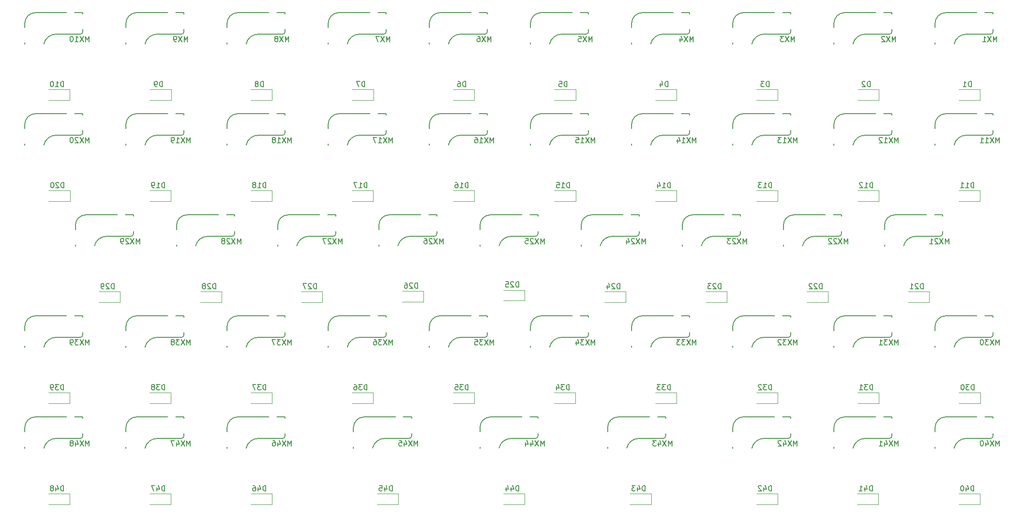
<source format=gbr>
%TF.GenerationSoftware,KiCad,Pcbnew,8.0.6*%
%TF.CreationDate,2024-11-21T10:17:36-07:00*%
%TF.ProjectId,newk-tabesque48,6e65776b-2d74-4616-9265-737175653438,rev?*%
%TF.SameCoordinates,Original*%
%TF.FileFunction,Legend,Bot*%
%TF.FilePolarity,Positive*%
%FSLAX46Y46*%
G04 Gerber Fmt 4.6, Leading zero omitted, Abs format (unit mm)*
G04 Created by KiCad (PCBNEW 8.0.6) date 2024-11-21 10:17:36*
%MOMM*%
%LPD*%
G01*
G04 APERTURE LIST*
%ADD10C,0.150000*%
%ADD11C,0.120000*%
G04 APERTURE END LIST*
D10*
X189780904Y-113766819D02*
X189780904Y-112766819D01*
X189780904Y-112766819D02*
X189447571Y-113481104D01*
X189447571Y-113481104D02*
X189114238Y-112766819D01*
X189114238Y-112766819D02*
X189114238Y-113766819D01*
X188733285Y-112766819D02*
X188066619Y-113766819D01*
X188066619Y-112766819D02*
X188733285Y-113766819D01*
X187780904Y-112766819D02*
X187161857Y-112766819D01*
X187161857Y-112766819D02*
X187495190Y-113147771D01*
X187495190Y-113147771D02*
X187352333Y-113147771D01*
X187352333Y-113147771D02*
X187257095Y-113195390D01*
X187257095Y-113195390D02*
X187209476Y-113243009D01*
X187209476Y-113243009D02*
X187161857Y-113338247D01*
X187161857Y-113338247D02*
X187161857Y-113576342D01*
X187161857Y-113576342D02*
X187209476Y-113671580D01*
X187209476Y-113671580D02*
X187257095Y-113719200D01*
X187257095Y-113719200D02*
X187352333Y-113766819D01*
X187352333Y-113766819D02*
X187638047Y-113766819D01*
X187638047Y-113766819D02*
X187733285Y-113719200D01*
X187733285Y-113719200D02*
X187780904Y-113671580D01*
X186828523Y-112766819D02*
X186209476Y-112766819D01*
X186209476Y-112766819D02*
X186542809Y-113147771D01*
X186542809Y-113147771D02*
X186399952Y-113147771D01*
X186399952Y-113147771D02*
X186304714Y-113195390D01*
X186304714Y-113195390D02*
X186257095Y-113243009D01*
X186257095Y-113243009D02*
X186209476Y-113338247D01*
X186209476Y-113338247D02*
X186209476Y-113576342D01*
X186209476Y-113576342D02*
X186257095Y-113671580D01*
X186257095Y-113671580D02*
X186304714Y-113719200D01*
X186304714Y-113719200D02*
X186399952Y-113766819D01*
X186399952Y-113766819D02*
X186685666Y-113766819D01*
X186685666Y-113766819D02*
X186780904Y-113719200D01*
X186780904Y-113719200D02*
X186828523Y-113671580D01*
X227880904Y-113766819D02*
X227880904Y-112766819D01*
X227880904Y-112766819D02*
X227547571Y-113481104D01*
X227547571Y-113481104D02*
X227214238Y-112766819D01*
X227214238Y-112766819D02*
X227214238Y-113766819D01*
X226833285Y-112766819D02*
X226166619Y-113766819D01*
X226166619Y-112766819D02*
X226833285Y-113766819D01*
X225880904Y-112766819D02*
X225261857Y-112766819D01*
X225261857Y-112766819D02*
X225595190Y-113147771D01*
X225595190Y-113147771D02*
X225452333Y-113147771D01*
X225452333Y-113147771D02*
X225357095Y-113195390D01*
X225357095Y-113195390D02*
X225309476Y-113243009D01*
X225309476Y-113243009D02*
X225261857Y-113338247D01*
X225261857Y-113338247D02*
X225261857Y-113576342D01*
X225261857Y-113576342D02*
X225309476Y-113671580D01*
X225309476Y-113671580D02*
X225357095Y-113719200D01*
X225357095Y-113719200D02*
X225452333Y-113766819D01*
X225452333Y-113766819D02*
X225738047Y-113766819D01*
X225738047Y-113766819D02*
X225833285Y-113719200D01*
X225833285Y-113719200D02*
X225880904Y-113671580D01*
X224309476Y-113766819D02*
X224880904Y-113766819D01*
X224595190Y-113766819D02*
X224595190Y-112766819D01*
X224595190Y-112766819D02*
X224690428Y-112909676D01*
X224690428Y-112909676D02*
X224785666Y-113004914D01*
X224785666Y-113004914D02*
X224880904Y-113052533D01*
X161205904Y-132816819D02*
X161205904Y-131816819D01*
X161205904Y-131816819D02*
X160872571Y-132531104D01*
X160872571Y-132531104D02*
X160539238Y-131816819D01*
X160539238Y-131816819D02*
X160539238Y-132816819D01*
X160158285Y-131816819D02*
X159491619Y-132816819D01*
X159491619Y-131816819D02*
X160158285Y-132816819D01*
X158682095Y-132150152D02*
X158682095Y-132816819D01*
X158920190Y-131769200D02*
X159158285Y-132483485D01*
X159158285Y-132483485D02*
X158539238Y-132483485D01*
X157729714Y-132150152D02*
X157729714Y-132816819D01*
X157967809Y-131769200D02*
X158205904Y-132483485D01*
X158205904Y-132483485D02*
X157586857Y-132483485D01*
X189304713Y-56616819D02*
X189304713Y-55616819D01*
X189304713Y-55616819D02*
X188971380Y-56331104D01*
X188971380Y-56331104D02*
X188638047Y-55616819D01*
X188638047Y-55616819D02*
X188638047Y-56616819D01*
X188257094Y-55616819D02*
X187590428Y-56616819D01*
X187590428Y-55616819D02*
X188257094Y-56616819D01*
X186780904Y-55950152D02*
X186780904Y-56616819D01*
X187018999Y-55569200D02*
X187257094Y-56283485D01*
X187257094Y-56283485D02*
X186638047Y-56283485D01*
X227880904Y-75666819D02*
X227880904Y-74666819D01*
X227880904Y-74666819D02*
X227547571Y-75381104D01*
X227547571Y-75381104D02*
X227214238Y-74666819D01*
X227214238Y-74666819D02*
X227214238Y-75666819D01*
X226833285Y-74666819D02*
X226166619Y-75666819D01*
X226166619Y-74666819D02*
X226833285Y-75666819D01*
X225261857Y-75666819D02*
X225833285Y-75666819D01*
X225547571Y-75666819D02*
X225547571Y-74666819D01*
X225547571Y-74666819D02*
X225642809Y-74809676D01*
X225642809Y-74809676D02*
X225738047Y-74904914D01*
X225738047Y-74904914D02*
X225833285Y-74952533D01*
X224880904Y-74762057D02*
X224833285Y-74714438D01*
X224833285Y-74714438D02*
X224738047Y-74666819D01*
X224738047Y-74666819D02*
X224499952Y-74666819D01*
X224499952Y-74666819D02*
X224404714Y-74714438D01*
X224404714Y-74714438D02*
X224357095Y-74762057D01*
X224357095Y-74762057D02*
X224309476Y-74857295D01*
X224309476Y-74857295D02*
X224309476Y-74952533D01*
X224309476Y-74952533D02*
X224357095Y-75095390D01*
X224357095Y-75095390D02*
X224928523Y-75666819D01*
X224928523Y-75666819D02*
X224309476Y-75666819D01*
X113580904Y-113766819D02*
X113580904Y-112766819D01*
X113580904Y-112766819D02*
X113247571Y-113481104D01*
X113247571Y-113481104D02*
X112914238Y-112766819D01*
X112914238Y-112766819D02*
X112914238Y-113766819D01*
X112533285Y-112766819D02*
X111866619Y-113766819D01*
X111866619Y-112766819D02*
X112533285Y-113766819D01*
X111580904Y-112766819D02*
X110961857Y-112766819D01*
X110961857Y-112766819D02*
X111295190Y-113147771D01*
X111295190Y-113147771D02*
X111152333Y-113147771D01*
X111152333Y-113147771D02*
X111057095Y-113195390D01*
X111057095Y-113195390D02*
X111009476Y-113243009D01*
X111009476Y-113243009D02*
X110961857Y-113338247D01*
X110961857Y-113338247D02*
X110961857Y-113576342D01*
X110961857Y-113576342D02*
X111009476Y-113671580D01*
X111009476Y-113671580D02*
X111057095Y-113719200D01*
X111057095Y-113719200D02*
X111152333Y-113766819D01*
X111152333Y-113766819D02*
X111438047Y-113766819D01*
X111438047Y-113766819D02*
X111533285Y-113719200D01*
X111533285Y-113719200D02*
X111580904Y-113671580D01*
X110628523Y-112766819D02*
X109961857Y-112766819D01*
X109961857Y-112766819D02*
X110390428Y-113766819D01*
X75480904Y-75666819D02*
X75480904Y-74666819D01*
X75480904Y-74666819D02*
X75147571Y-75381104D01*
X75147571Y-75381104D02*
X74814238Y-74666819D01*
X74814238Y-74666819D02*
X74814238Y-75666819D01*
X74433285Y-74666819D02*
X73766619Y-75666819D01*
X73766619Y-74666819D02*
X74433285Y-75666819D01*
X73433285Y-74762057D02*
X73385666Y-74714438D01*
X73385666Y-74714438D02*
X73290428Y-74666819D01*
X73290428Y-74666819D02*
X73052333Y-74666819D01*
X73052333Y-74666819D02*
X72957095Y-74714438D01*
X72957095Y-74714438D02*
X72909476Y-74762057D01*
X72909476Y-74762057D02*
X72861857Y-74857295D01*
X72861857Y-74857295D02*
X72861857Y-74952533D01*
X72861857Y-74952533D02*
X72909476Y-75095390D01*
X72909476Y-75095390D02*
X73480904Y-75666819D01*
X73480904Y-75666819D02*
X72861857Y-75666819D01*
X72242809Y-74666819D02*
X72147571Y-74666819D01*
X72147571Y-74666819D02*
X72052333Y-74714438D01*
X72052333Y-74714438D02*
X72004714Y-74762057D01*
X72004714Y-74762057D02*
X71957095Y-74857295D01*
X71957095Y-74857295D02*
X71909476Y-75047771D01*
X71909476Y-75047771D02*
X71909476Y-75285866D01*
X71909476Y-75285866D02*
X71957095Y-75476342D01*
X71957095Y-75476342D02*
X72004714Y-75571580D01*
X72004714Y-75571580D02*
X72052333Y-75619200D01*
X72052333Y-75619200D02*
X72147571Y-75666819D01*
X72147571Y-75666819D02*
X72242809Y-75666819D01*
X72242809Y-75666819D02*
X72338047Y-75619200D01*
X72338047Y-75619200D02*
X72385666Y-75571580D01*
X72385666Y-75571580D02*
X72433285Y-75476342D01*
X72433285Y-75476342D02*
X72480904Y-75285866D01*
X72480904Y-75285866D02*
X72480904Y-75047771D01*
X72480904Y-75047771D02*
X72433285Y-74857295D01*
X72433285Y-74857295D02*
X72385666Y-74762057D01*
X72385666Y-74762057D02*
X72338047Y-74714438D01*
X72338047Y-74714438D02*
X72242809Y-74666819D01*
X75480904Y-113766819D02*
X75480904Y-112766819D01*
X75480904Y-112766819D02*
X75147571Y-113481104D01*
X75147571Y-113481104D02*
X74814238Y-112766819D01*
X74814238Y-112766819D02*
X74814238Y-113766819D01*
X74433285Y-112766819D02*
X73766619Y-113766819D01*
X73766619Y-112766819D02*
X74433285Y-113766819D01*
X73480904Y-112766819D02*
X72861857Y-112766819D01*
X72861857Y-112766819D02*
X73195190Y-113147771D01*
X73195190Y-113147771D02*
X73052333Y-113147771D01*
X73052333Y-113147771D02*
X72957095Y-113195390D01*
X72957095Y-113195390D02*
X72909476Y-113243009D01*
X72909476Y-113243009D02*
X72861857Y-113338247D01*
X72861857Y-113338247D02*
X72861857Y-113576342D01*
X72861857Y-113576342D02*
X72909476Y-113671580D01*
X72909476Y-113671580D02*
X72957095Y-113719200D01*
X72957095Y-113719200D02*
X73052333Y-113766819D01*
X73052333Y-113766819D02*
X73338047Y-113766819D01*
X73338047Y-113766819D02*
X73433285Y-113719200D01*
X73433285Y-113719200D02*
X73480904Y-113671580D01*
X72385666Y-113766819D02*
X72195190Y-113766819D01*
X72195190Y-113766819D02*
X72099952Y-113719200D01*
X72099952Y-113719200D02*
X72052333Y-113671580D01*
X72052333Y-113671580D02*
X71957095Y-113528723D01*
X71957095Y-113528723D02*
X71909476Y-113338247D01*
X71909476Y-113338247D02*
X71909476Y-112957295D01*
X71909476Y-112957295D02*
X71957095Y-112862057D01*
X71957095Y-112862057D02*
X72004714Y-112814438D01*
X72004714Y-112814438D02*
X72099952Y-112766819D01*
X72099952Y-112766819D02*
X72290428Y-112766819D01*
X72290428Y-112766819D02*
X72385666Y-112814438D01*
X72385666Y-112814438D02*
X72433285Y-112862057D01*
X72433285Y-112862057D02*
X72480904Y-112957295D01*
X72480904Y-112957295D02*
X72480904Y-113195390D01*
X72480904Y-113195390D02*
X72433285Y-113290628D01*
X72433285Y-113290628D02*
X72385666Y-113338247D01*
X72385666Y-113338247D02*
X72290428Y-113385866D01*
X72290428Y-113385866D02*
X72099952Y-113385866D01*
X72099952Y-113385866D02*
X72004714Y-113338247D01*
X72004714Y-113338247D02*
X71957095Y-113290628D01*
X71957095Y-113290628D02*
X71909476Y-113195390D01*
X208354713Y-56616819D02*
X208354713Y-55616819D01*
X208354713Y-55616819D02*
X208021380Y-56331104D01*
X208021380Y-56331104D02*
X207688047Y-55616819D01*
X207688047Y-55616819D02*
X207688047Y-56616819D01*
X207307094Y-55616819D02*
X206640428Y-56616819D01*
X206640428Y-55616819D02*
X207307094Y-56616819D01*
X206354713Y-55616819D02*
X205735666Y-55616819D01*
X205735666Y-55616819D02*
X206068999Y-55997771D01*
X206068999Y-55997771D02*
X205926142Y-55997771D01*
X205926142Y-55997771D02*
X205830904Y-56045390D01*
X205830904Y-56045390D02*
X205783285Y-56093009D01*
X205783285Y-56093009D02*
X205735666Y-56188247D01*
X205735666Y-56188247D02*
X205735666Y-56426342D01*
X205735666Y-56426342D02*
X205783285Y-56521580D01*
X205783285Y-56521580D02*
X205830904Y-56569200D01*
X205830904Y-56569200D02*
X205926142Y-56616819D01*
X205926142Y-56616819D02*
X206211856Y-56616819D01*
X206211856Y-56616819D02*
X206307094Y-56569200D01*
X206307094Y-56569200D02*
X206354713Y-56521580D01*
X208830904Y-75666819D02*
X208830904Y-74666819D01*
X208830904Y-74666819D02*
X208497571Y-75381104D01*
X208497571Y-75381104D02*
X208164238Y-74666819D01*
X208164238Y-74666819D02*
X208164238Y-75666819D01*
X207783285Y-74666819D02*
X207116619Y-75666819D01*
X207116619Y-74666819D02*
X207783285Y-75666819D01*
X206211857Y-75666819D02*
X206783285Y-75666819D01*
X206497571Y-75666819D02*
X206497571Y-74666819D01*
X206497571Y-74666819D02*
X206592809Y-74809676D01*
X206592809Y-74809676D02*
X206688047Y-74904914D01*
X206688047Y-74904914D02*
X206783285Y-74952533D01*
X205878523Y-74666819D02*
X205259476Y-74666819D01*
X205259476Y-74666819D02*
X205592809Y-75047771D01*
X205592809Y-75047771D02*
X205449952Y-75047771D01*
X205449952Y-75047771D02*
X205354714Y-75095390D01*
X205354714Y-75095390D02*
X205307095Y-75143009D01*
X205307095Y-75143009D02*
X205259476Y-75238247D01*
X205259476Y-75238247D02*
X205259476Y-75476342D01*
X205259476Y-75476342D02*
X205307095Y-75571580D01*
X205307095Y-75571580D02*
X205354714Y-75619200D01*
X205354714Y-75619200D02*
X205449952Y-75666819D01*
X205449952Y-75666819D02*
X205735666Y-75666819D01*
X205735666Y-75666819D02*
X205830904Y-75619200D01*
X205830904Y-75619200D02*
X205878523Y-75571580D01*
X204033285Y-122248069D02*
X204033285Y-121248069D01*
X204033285Y-121248069D02*
X203795190Y-121248069D01*
X203795190Y-121248069D02*
X203652333Y-121295688D01*
X203652333Y-121295688D02*
X203557095Y-121390926D01*
X203557095Y-121390926D02*
X203509476Y-121486164D01*
X203509476Y-121486164D02*
X203461857Y-121676640D01*
X203461857Y-121676640D02*
X203461857Y-121819497D01*
X203461857Y-121819497D02*
X203509476Y-122009973D01*
X203509476Y-122009973D02*
X203557095Y-122105211D01*
X203557095Y-122105211D02*
X203652333Y-122200450D01*
X203652333Y-122200450D02*
X203795190Y-122248069D01*
X203795190Y-122248069D02*
X204033285Y-122248069D01*
X203128523Y-121248069D02*
X202509476Y-121248069D01*
X202509476Y-121248069D02*
X202842809Y-121629021D01*
X202842809Y-121629021D02*
X202699952Y-121629021D01*
X202699952Y-121629021D02*
X202604714Y-121676640D01*
X202604714Y-121676640D02*
X202557095Y-121724259D01*
X202557095Y-121724259D02*
X202509476Y-121819497D01*
X202509476Y-121819497D02*
X202509476Y-122057592D01*
X202509476Y-122057592D02*
X202557095Y-122152830D01*
X202557095Y-122152830D02*
X202604714Y-122200450D01*
X202604714Y-122200450D02*
X202699952Y-122248069D01*
X202699952Y-122248069D02*
X202985666Y-122248069D01*
X202985666Y-122248069D02*
X203080904Y-122200450D01*
X203080904Y-122200450D02*
X203128523Y-122152830D01*
X202128523Y-121343307D02*
X202080904Y-121295688D01*
X202080904Y-121295688D02*
X201985666Y-121248069D01*
X201985666Y-121248069D02*
X201747571Y-121248069D01*
X201747571Y-121248069D02*
X201652333Y-121295688D01*
X201652333Y-121295688D02*
X201604714Y-121343307D01*
X201604714Y-121343307D02*
X201557095Y-121438545D01*
X201557095Y-121438545D02*
X201557095Y-121533783D01*
X201557095Y-121533783D02*
X201604714Y-121676640D01*
X201604714Y-121676640D02*
X202176142Y-122248069D01*
X202176142Y-122248069D02*
X201557095Y-122248069D01*
X223083285Y-122248069D02*
X223083285Y-121248069D01*
X223083285Y-121248069D02*
X222845190Y-121248069D01*
X222845190Y-121248069D02*
X222702333Y-121295688D01*
X222702333Y-121295688D02*
X222607095Y-121390926D01*
X222607095Y-121390926D02*
X222559476Y-121486164D01*
X222559476Y-121486164D02*
X222511857Y-121676640D01*
X222511857Y-121676640D02*
X222511857Y-121819497D01*
X222511857Y-121819497D02*
X222559476Y-122009973D01*
X222559476Y-122009973D02*
X222607095Y-122105211D01*
X222607095Y-122105211D02*
X222702333Y-122200450D01*
X222702333Y-122200450D02*
X222845190Y-122248069D01*
X222845190Y-122248069D02*
X223083285Y-122248069D01*
X222178523Y-121248069D02*
X221559476Y-121248069D01*
X221559476Y-121248069D02*
X221892809Y-121629021D01*
X221892809Y-121629021D02*
X221749952Y-121629021D01*
X221749952Y-121629021D02*
X221654714Y-121676640D01*
X221654714Y-121676640D02*
X221607095Y-121724259D01*
X221607095Y-121724259D02*
X221559476Y-121819497D01*
X221559476Y-121819497D02*
X221559476Y-122057592D01*
X221559476Y-122057592D02*
X221607095Y-122152830D01*
X221607095Y-122152830D02*
X221654714Y-122200450D01*
X221654714Y-122200450D02*
X221749952Y-122248069D01*
X221749952Y-122248069D02*
X222035666Y-122248069D01*
X222035666Y-122248069D02*
X222130904Y-122200450D01*
X222130904Y-122200450D02*
X222178523Y-122152830D01*
X220607095Y-122248069D02*
X221178523Y-122248069D01*
X220892809Y-122248069D02*
X220892809Y-121248069D01*
X220892809Y-121248069D02*
X220988047Y-121390926D01*
X220988047Y-121390926D02*
X221083285Y-121486164D01*
X221083285Y-121486164D02*
X221178523Y-121533783D01*
X227404713Y-56616819D02*
X227404713Y-55616819D01*
X227404713Y-55616819D02*
X227071380Y-56331104D01*
X227071380Y-56331104D02*
X226738047Y-55616819D01*
X226738047Y-55616819D02*
X226738047Y-56616819D01*
X226357094Y-55616819D02*
X225690428Y-56616819D01*
X225690428Y-55616819D02*
X226357094Y-56616819D01*
X225357094Y-55712057D02*
X225309475Y-55664438D01*
X225309475Y-55664438D02*
X225214237Y-55616819D01*
X225214237Y-55616819D02*
X224976142Y-55616819D01*
X224976142Y-55616819D02*
X224880904Y-55664438D01*
X224880904Y-55664438D02*
X224833285Y-55712057D01*
X224833285Y-55712057D02*
X224785666Y-55807295D01*
X224785666Y-55807295D02*
X224785666Y-55902533D01*
X224785666Y-55902533D02*
X224833285Y-56045390D01*
X224833285Y-56045390D02*
X225404713Y-56616819D01*
X225404713Y-56616819D02*
X224785666Y-56616819D01*
X89733285Y-141298069D02*
X89733285Y-140298069D01*
X89733285Y-140298069D02*
X89495190Y-140298069D01*
X89495190Y-140298069D02*
X89352333Y-140345688D01*
X89352333Y-140345688D02*
X89257095Y-140440926D01*
X89257095Y-140440926D02*
X89209476Y-140536164D01*
X89209476Y-140536164D02*
X89161857Y-140726640D01*
X89161857Y-140726640D02*
X89161857Y-140869497D01*
X89161857Y-140869497D02*
X89209476Y-141059973D01*
X89209476Y-141059973D02*
X89257095Y-141155211D01*
X89257095Y-141155211D02*
X89352333Y-141250450D01*
X89352333Y-141250450D02*
X89495190Y-141298069D01*
X89495190Y-141298069D02*
X89733285Y-141298069D01*
X88304714Y-140631402D02*
X88304714Y-141298069D01*
X88542809Y-140250450D02*
X88780904Y-140964735D01*
X88780904Y-140964735D02*
X88161857Y-140964735D01*
X87876142Y-140298069D02*
X87209476Y-140298069D01*
X87209476Y-140298069D02*
X87638047Y-141298069D01*
X132154713Y-56616819D02*
X132154713Y-55616819D01*
X132154713Y-55616819D02*
X131821380Y-56331104D01*
X131821380Y-56331104D02*
X131488047Y-55616819D01*
X131488047Y-55616819D02*
X131488047Y-56616819D01*
X131107094Y-55616819D02*
X130440428Y-56616819D01*
X130440428Y-55616819D02*
X131107094Y-56616819D01*
X130154713Y-55616819D02*
X129488047Y-55616819D01*
X129488047Y-55616819D02*
X129916618Y-56616819D01*
X127833285Y-122248069D02*
X127833285Y-121248069D01*
X127833285Y-121248069D02*
X127595190Y-121248069D01*
X127595190Y-121248069D02*
X127452333Y-121295688D01*
X127452333Y-121295688D02*
X127357095Y-121390926D01*
X127357095Y-121390926D02*
X127309476Y-121486164D01*
X127309476Y-121486164D02*
X127261857Y-121676640D01*
X127261857Y-121676640D02*
X127261857Y-121819497D01*
X127261857Y-121819497D02*
X127309476Y-122009973D01*
X127309476Y-122009973D02*
X127357095Y-122105211D01*
X127357095Y-122105211D02*
X127452333Y-122200450D01*
X127452333Y-122200450D02*
X127595190Y-122248069D01*
X127595190Y-122248069D02*
X127833285Y-122248069D01*
X126928523Y-121248069D02*
X126309476Y-121248069D01*
X126309476Y-121248069D02*
X126642809Y-121629021D01*
X126642809Y-121629021D02*
X126499952Y-121629021D01*
X126499952Y-121629021D02*
X126404714Y-121676640D01*
X126404714Y-121676640D02*
X126357095Y-121724259D01*
X126357095Y-121724259D02*
X126309476Y-121819497D01*
X126309476Y-121819497D02*
X126309476Y-122057592D01*
X126309476Y-122057592D02*
X126357095Y-122152830D01*
X126357095Y-122152830D02*
X126404714Y-122200450D01*
X126404714Y-122200450D02*
X126499952Y-122248069D01*
X126499952Y-122248069D02*
X126785666Y-122248069D01*
X126785666Y-122248069D02*
X126880904Y-122200450D01*
X126880904Y-122200450D02*
X126928523Y-122152830D01*
X125452333Y-121248069D02*
X125642809Y-121248069D01*
X125642809Y-121248069D02*
X125738047Y-121295688D01*
X125738047Y-121295688D02*
X125785666Y-121343307D01*
X125785666Y-121343307D02*
X125880904Y-121486164D01*
X125880904Y-121486164D02*
X125928523Y-121676640D01*
X125928523Y-121676640D02*
X125928523Y-122057592D01*
X125928523Y-122057592D02*
X125880904Y-122152830D01*
X125880904Y-122152830D02*
X125833285Y-122200450D01*
X125833285Y-122200450D02*
X125738047Y-122248069D01*
X125738047Y-122248069D02*
X125547571Y-122248069D01*
X125547571Y-122248069D02*
X125452333Y-122200450D01*
X125452333Y-122200450D02*
X125404714Y-122152830D01*
X125404714Y-122152830D02*
X125357095Y-122057592D01*
X125357095Y-122057592D02*
X125357095Y-121819497D01*
X125357095Y-121819497D02*
X125404714Y-121724259D01*
X125404714Y-121724259D02*
X125452333Y-121676640D01*
X125452333Y-121676640D02*
X125547571Y-121629021D01*
X125547571Y-121629021D02*
X125738047Y-121629021D01*
X125738047Y-121629021D02*
X125833285Y-121676640D01*
X125833285Y-121676640D02*
X125880904Y-121724259D01*
X125880904Y-121724259D02*
X125928523Y-121819497D01*
X165995785Y-84148069D02*
X165995785Y-83148069D01*
X165995785Y-83148069D02*
X165757690Y-83148069D01*
X165757690Y-83148069D02*
X165614833Y-83195688D01*
X165614833Y-83195688D02*
X165519595Y-83290926D01*
X165519595Y-83290926D02*
X165471976Y-83386164D01*
X165471976Y-83386164D02*
X165424357Y-83576640D01*
X165424357Y-83576640D02*
X165424357Y-83719497D01*
X165424357Y-83719497D02*
X165471976Y-83909973D01*
X165471976Y-83909973D02*
X165519595Y-84005211D01*
X165519595Y-84005211D02*
X165614833Y-84100450D01*
X165614833Y-84100450D02*
X165757690Y-84148069D01*
X165757690Y-84148069D02*
X165995785Y-84148069D01*
X164471976Y-84148069D02*
X165043404Y-84148069D01*
X164757690Y-84148069D02*
X164757690Y-83148069D01*
X164757690Y-83148069D02*
X164852928Y-83290926D01*
X164852928Y-83290926D02*
X164948166Y-83386164D01*
X164948166Y-83386164D02*
X165043404Y-83433783D01*
X163567214Y-83148069D02*
X164043404Y-83148069D01*
X164043404Y-83148069D02*
X164091023Y-83624259D01*
X164091023Y-83624259D02*
X164043404Y-83576640D01*
X164043404Y-83576640D02*
X163948166Y-83529021D01*
X163948166Y-83529021D02*
X163710071Y-83529021D01*
X163710071Y-83529021D02*
X163614833Y-83576640D01*
X163614833Y-83576640D02*
X163567214Y-83624259D01*
X163567214Y-83624259D02*
X163519595Y-83719497D01*
X163519595Y-83719497D02*
X163519595Y-83957592D01*
X163519595Y-83957592D02*
X163567214Y-84052830D01*
X163567214Y-84052830D02*
X163614833Y-84100450D01*
X163614833Y-84100450D02*
X163710071Y-84148069D01*
X163710071Y-84148069D02*
X163948166Y-84148069D01*
X163948166Y-84148069D02*
X164043404Y-84100450D01*
X164043404Y-84100450D02*
X164091023Y-84052830D01*
X246454713Y-56616819D02*
X246454713Y-55616819D01*
X246454713Y-55616819D02*
X246121380Y-56331104D01*
X246121380Y-56331104D02*
X245788047Y-55616819D01*
X245788047Y-55616819D02*
X245788047Y-56616819D01*
X245407094Y-55616819D02*
X244740428Y-56616819D01*
X244740428Y-55616819D02*
X245407094Y-56616819D01*
X243835666Y-56616819D02*
X244407094Y-56616819D01*
X244121380Y-56616819D02*
X244121380Y-55616819D01*
X244121380Y-55616819D02*
X244216618Y-55759676D01*
X244216618Y-55759676D02*
X244311856Y-55854914D01*
X244311856Y-55854914D02*
X244407094Y-55902533D01*
X94530904Y-75666819D02*
X94530904Y-74666819D01*
X94530904Y-74666819D02*
X94197571Y-75381104D01*
X94197571Y-75381104D02*
X93864238Y-74666819D01*
X93864238Y-74666819D02*
X93864238Y-75666819D01*
X93483285Y-74666819D02*
X92816619Y-75666819D01*
X92816619Y-74666819D02*
X93483285Y-75666819D01*
X91911857Y-75666819D02*
X92483285Y-75666819D01*
X92197571Y-75666819D02*
X92197571Y-74666819D01*
X92197571Y-74666819D02*
X92292809Y-74809676D01*
X92292809Y-74809676D02*
X92388047Y-74904914D01*
X92388047Y-74904914D02*
X92483285Y-74952533D01*
X91435666Y-75666819D02*
X91245190Y-75666819D01*
X91245190Y-75666819D02*
X91149952Y-75619200D01*
X91149952Y-75619200D02*
X91102333Y-75571580D01*
X91102333Y-75571580D02*
X91007095Y-75428723D01*
X91007095Y-75428723D02*
X90959476Y-75238247D01*
X90959476Y-75238247D02*
X90959476Y-74857295D01*
X90959476Y-74857295D02*
X91007095Y-74762057D01*
X91007095Y-74762057D02*
X91054714Y-74714438D01*
X91054714Y-74714438D02*
X91149952Y-74666819D01*
X91149952Y-74666819D02*
X91340428Y-74666819D01*
X91340428Y-74666819D02*
X91435666Y-74714438D01*
X91435666Y-74714438D02*
X91483285Y-74762057D01*
X91483285Y-74762057D02*
X91530904Y-74857295D01*
X91530904Y-74857295D02*
X91530904Y-75095390D01*
X91530904Y-75095390D02*
X91483285Y-75190628D01*
X91483285Y-75190628D02*
X91435666Y-75238247D01*
X91435666Y-75238247D02*
X91340428Y-75285866D01*
X91340428Y-75285866D02*
X91149952Y-75285866D01*
X91149952Y-75285866D02*
X91054714Y-75238247D01*
X91054714Y-75238247D02*
X91007095Y-75190628D01*
X91007095Y-75190628D02*
X90959476Y-75095390D01*
X146407094Y-65098069D02*
X146407094Y-64098069D01*
X146407094Y-64098069D02*
X146168999Y-64098069D01*
X146168999Y-64098069D02*
X146026142Y-64145688D01*
X146026142Y-64145688D02*
X145930904Y-64240926D01*
X145930904Y-64240926D02*
X145883285Y-64336164D01*
X145883285Y-64336164D02*
X145835666Y-64526640D01*
X145835666Y-64526640D02*
X145835666Y-64669497D01*
X145835666Y-64669497D02*
X145883285Y-64859973D01*
X145883285Y-64859973D02*
X145930904Y-64955211D01*
X145930904Y-64955211D02*
X146026142Y-65050450D01*
X146026142Y-65050450D02*
X146168999Y-65098069D01*
X146168999Y-65098069D02*
X146407094Y-65098069D01*
X144978523Y-64098069D02*
X145168999Y-64098069D01*
X145168999Y-64098069D02*
X145264237Y-64145688D01*
X145264237Y-64145688D02*
X145311856Y-64193307D01*
X145311856Y-64193307D02*
X145407094Y-64336164D01*
X145407094Y-64336164D02*
X145454713Y-64526640D01*
X145454713Y-64526640D02*
X145454713Y-64907592D01*
X145454713Y-64907592D02*
X145407094Y-65002830D01*
X145407094Y-65002830D02*
X145359475Y-65050450D01*
X145359475Y-65050450D02*
X145264237Y-65098069D01*
X145264237Y-65098069D02*
X145073761Y-65098069D01*
X145073761Y-65098069D02*
X144978523Y-65050450D01*
X144978523Y-65050450D02*
X144930904Y-65002830D01*
X144930904Y-65002830D02*
X144883285Y-64907592D01*
X144883285Y-64907592D02*
X144883285Y-64669497D01*
X144883285Y-64669497D02*
X144930904Y-64574259D01*
X144930904Y-64574259D02*
X144978523Y-64526640D01*
X144978523Y-64526640D02*
X145073761Y-64479021D01*
X145073761Y-64479021D02*
X145264237Y-64479021D01*
X145264237Y-64479021D02*
X145359475Y-64526640D01*
X145359475Y-64526640D02*
X145407094Y-64574259D01*
X145407094Y-64574259D02*
X145454713Y-64669497D01*
X165519594Y-65098069D02*
X165519594Y-64098069D01*
X165519594Y-64098069D02*
X165281499Y-64098069D01*
X165281499Y-64098069D02*
X165138642Y-64145688D01*
X165138642Y-64145688D02*
X165043404Y-64240926D01*
X165043404Y-64240926D02*
X164995785Y-64336164D01*
X164995785Y-64336164D02*
X164948166Y-64526640D01*
X164948166Y-64526640D02*
X164948166Y-64669497D01*
X164948166Y-64669497D02*
X164995785Y-64859973D01*
X164995785Y-64859973D02*
X165043404Y-64955211D01*
X165043404Y-64955211D02*
X165138642Y-65050450D01*
X165138642Y-65050450D02*
X165281499Y-65098069D01*
X165281499Y-65098069D02*
X165519594Y-65098069D01*
X164043404Y-64098069D02*
X164519594Y-64098069D01*
X164519594Y-64098069D02*
X164567213Y-64574259D01*
X164567213Y-64574259D02*
X164519594Y-64526640D01*
X164519594Y-64526640D02*
X164424356Y-64479021D01*
X164424356Y-64479021D02*
X164186261Y-64479021D01*
X164186261Y-64479021D02*
X164091023Y-64526640D01*
X164091023Y-64526640D02*
X164043404Y-64574259D01*
X164043404Y-64574259D02*
X163995785Y-64669497D01*
X163995785Y-64669497D02*
X163995785Y-64907592D01*
X163995785Y-64907592D02*
X164043404Y-65002830D01*
X164043404Y-65002830D02*
X164091023Y-65050450D01*
X164091023Y-65050450D02*
X164186261Y-65098069D01*
X164186261Y-65098069D02*
X164424356Y-65098069D01*
X164424356Y-65098069D02*
X164519594Y-65050450D01*
X164519594Y-65050450D02*
X164567213Y-65002830D01*
X246930904Y-132816819D02*
X246930904Y-131816819D01*
X246930904Y-131816819D02*
X246597571Y-132531104D01*
X246597571Y-132531104D02*
X246264238Y-131816819D01*
X246264238Y-131816819D02*
X246264238Y-132816819D01*
X245883285Y-131816819D02*
X245216619Y-132816819D01*
X245216619Y-131816819D02*
X245883285Y-132816819D01*
X244407095Y-132150152D02*
X244407095Y-132816819D01*
X244645190Y-131769200D02*
X244883285Y-132483485D01*
X244883285Y-132483485D02*
X244264238Y-132483485D01*
X243692809Y-131816819D02*
X243597571Y-131816819D01*
X243597571Y-131816819D02*
X243502333Y-131864438D01*
X243502333Y-131864438D02*
X243454714Y-131912057D01*
X243454714Y-131912057D02*
X243407095Y-132007295D01*
X243407095Y-132007295D02*
X243359476Y-132197771D01*
X243359476Y-132197771D02*
X243359476Y-132435866D01*
X243359476Y-132435866D02*
X243407095Y-132626342D01*
X243407095Y-132626342D02*
X243454714Y-132721580D01*
X243454714Y-132721580D02*
X243502333Y-132769200D01*
X243502333Y-132769200D02*
X243597571Y-132816819D01*
X243597571Y-132816819D02*
X243692809Y-132816819D01*
X243692809Y-132816819D02*
X243788047Y-132769200D01*
X243788047Y-132769200D02*
X243835666Y-132721580D01*
X243835666Y-132721580D02*
X243883285Y-132626342D01*
X243883285Y-132626342D02*
X243930904Y-132435866D01*
X243930904Y-132435866D02*
X243930904Y-132197771D01*
X243930904Y-132197771D02*
X243883285Y-132007295D01*
X243883285Y-132007295D02*
X243835666Y-131912057D01*
X243835666Y-131912057D02*
X243788047Y-131864438D01*
X243788047Y-131864438D02*
X243692809Y-131816819D01*
X132630904Y-113766819D02*
X132630904Y-112766819D01*
X132630904Y-112766819D02*
X132297571Y-113481104D01*
X132297571Y-113481104D02*
X131964238Y-112766819D01*
X131964238Y-112766819D02*
X131964238Y-113766819D01*
X131583285Y-112766819D02*
X130916619Y-113766819D01*
X130916619Y-112766819D02*
X131583285Y-113766819D01*
X130630904Y-112766819D02*
X130011857Y-112766819D01*
X130011857Y-112766819D02*
X130345190Y-113147771D01*
X130345190Y-113147771D02*
X130202333Y-113147771D01*
X130202333Y-113147771D02*
X130107095Y-113195390D01*
X130107095Y-113195390D02*
X130059476Y-113243009D01*
X130059476Y-113243009D02*
X130011857Y-113338247D01*
X130011857Y-113338247D02*
X130011857Y-113576342D01*
X130011857Y-113576342D02*
X130059476Y-113671580D01*
X130059476Y-113671580D02*
X130107095Y-113719200D01*
X130107095Y-113719200D02*
X130202333Y-113766819D01*
X130202333Y-113766819D02*
X130488047Y-113766819D01*
X130488047Y-113766819D02*
X130583285Y-113719200D01*
X130583285Y-113719200D02*
X130630904Y-113671580D01*
X129154714Y-112766819D02*
X129345190Y-112766819D01*
X129345190Y-112766819D02*
X129440428Y-112814438D01*
X129440428Y-112814438D02*
X129488047Y-112862057D01*
X129488047Y-112862057D02*
X129583285Y-113004914D01*
X129583285Y-113004914D02*
X129630904Y-113195390D01*
X129630904Y-113195390D02*
X129630904Y-113576342D01*
X129630904Y-113576342D02*
X129583285Y-113671580D01*
X129583285Y-113671580D02*
X129535666Y-113719200D01*
X129535666Y-113719200D02*
X129440428Y-113766819D01*
X129440428Y-113766819D02*
X129249952Y-113766819D01*
X129249952Y-113766819D02*
X129154714Y-113719200D01*
X129154714Y-113719200D02*
X129107095Y-113671580D01*
X129107095Y-113671580D02*
X129059476Y-113576342D01*
X129059476Y-113576342D02*
X129059476Y-113338247D01*
X129059476Y-113338247D02*
X129107095Y-113243009D01*
X129107095Y-113243009D02*
X129154714Y-113195390D01*
X129154714Y-113195390D02*
X129249952Y-113147771D01*
X129249952Y-113147771D02*
X129440428Y-113147771D01*
X129440428Y-113147771D02*
X129535666Y-113195390D01*
X129535666Y-113195390D02*
X129583285Y-113243009D01*
X129583285Y-113243009D02*
X129630904Y-113338247D01*
X113580904Y-132816819D02*
X113580904Y-131816819D01*
X113580904Y-131816819D02*
X113247571Y-132531104D01*
X113247571Y-132531104D02*
X112914238Y-131816819D01*
X112914238Y-131816819D02*
X112914238Y-132816819D01*
X112533285Y-131816819D02*
X111866619Y-132816819D01*
X111866619Y-131816819D02*
X112533285Y-132816819D01*
X111057095Y-132150152D02*
X111057095Y-132816819D01*
X111295190Y-131769200D02*
X111533285Y-132483485D01*
X111533285Y-132483485D02*
X110914238Y-132483485D01*
X110104714Y-131816819D02*
X110295190Y-131816819D01*
X110295190Y-131816819D02*
X110390428Y-131864438D01*
X110390428Y-131864438D02*
X110438047Y-131912057D01*
X110438047Y-131912057D02*
X110533285Y-132054914D01*
X110533285Y-132054914D02*
X110580904Y-132245390D01*
X110580904Y-132245390D02*
X110580904Y-132626342D01*
X110580904Y-132626342D02*
X110533285Y-132721580D01*
X110533285Y-132721580D02*
X110485666Y-132769200D01*
X110485666Y-132769200D02*
X110390428Y-132816819D01*
X110390428Y-132816819D02*
X110199952Y-132816819D01*
X110199952Y-132816819D02*
X110104714Y-132769200D01*
X110104714Y-132769200D02*
X110057095Y-132721580D01*
X110057095Y-132721580D02*
X110009476Y-132626342D01*
X110009476Y-132626342D02*
X110009476Y-132388247D01*
X110009476Y-132388247D02*
X110057095Y-132293009D01*
X110057095Y-132293009D02*
X110104714Y-132245390D01*
X110104714Y-132245390D02*
X110199952Y-132197771D01*
X110199952Y-132197771D02*
X110390428Y-132197771D01*
X110390428Y-132197771D02*
X110485666Y-132245390D01*
X110485666Y-132245390D02*
X110533285Y-132293009D01*
X110533285Y-132293009D02*
X110580904Y-132388247D01*
X151680904Y-75666819D02*
X151680904Y-74666819D01*
X151680904Y-74666819D02*
X151347571Y-75381104D01*
X151347571Y-75381104D02*
X151014238Y-74666819D01*
X151014238Y-74666819D02*
X151014238Y-75666819D01*
X150633285Y-74666819D02*
X149966619Y-75666819D01*
X149966619Y-74666819D02*
X150633285Y-75666819D01*
X149061857Y-75666819D02*
X149633285Y-75666819D01*
X149347571Y-75666819D02*
X149347571Y-74666819D01*
X149347571Y-74666819D02*
X149442809Y-74809676D01*
X149442809Y-74809676D02*
X149538047Y-74904914D01*
X149538047Y-74904914D02*
X149633285Y-74952533D01*
X148204714Y-74666819D02*
X148395190Y-74666819D01*
X148395190Y-74666819D02*
X148490428Y-74714438D01*
X148490428Y-74714438D02*
X148538047Y-74762057D01*
X148538047Y-74762057D02*
X148633285Y-74904914D01*
X148633285Y-74904914D02*
X148680904Y-75095390D01*
X148680904Y-75095390D02*
X148680904Y-75476342D01*
X148680904Y-75476342D02*
X148633285Y-75571580D01*
X148633285Y-75571580D02*
X148585666Y-75619200D01*
X148585666Y-75619200D02*
X148490428Y-75666819D01*
X148490428Y-75666819D02*
X148299952Y-75666819D01*
X148299952Y-75666819D02*
X148204714Y-75619200D01*
X148204714Y-75619200D02*
X148157095Y-75571580D01*
X148157095Y-75571580D02*
X148109476Y-75476342D01*
X148109476Y-75476342D02*
X148109476Y-75238247D01*
X148109476Y-75238247D02*
X148157095Y-75143009D01*
X148157095Y-75143009D02*
X148204714Y-75095390D01*
X148204714Y-75095390D02*
X148299952Y-75047771D01*
X148299952Y-75047771D02*
X148490428Y-75047771D01*
X148490428Y-75047771D02*
X148585666Y-75095390D01*
X148585666Y-75095390D02*
X148633285Y-75143009D01*
X148633285Y-75143009D02*
X148680904Y-75238247D01*
X227880904Y-132816819D02*
X227880904Y-131816819D01*
X227880904Y-131816819D02*
X227547571Y-132531104D01*
X227547571Y-132531104D02*
X227214238Y-131816819D01*
X227214238Y-131816819D02*
X227214238Y-132816819D01*
X226833285Y-131816819D02*
X226166619Y-132816819D01*
X226166619Y-131816819D02*
X226833285Y-132816819D01*
X225357095Y-132150152D02*
X225357095Y-132816819D01*
X225595190Y-131769200D02*
X225833285Y-132483485D01*
X225833285Y-132483485D02*
X225214238Y-132483485D01*
X224309476Y-132816819D02*
X224880904Y-132816819D01*
X224595190Y-132816819D02*
X224595190Y-131816819D01*
X224595190Y-131816819D02*
X224690428Y-131959676D01*
X224690428Y-131959676D02*
X224785666Y-132054914D01*
X224785666Y-132054914D02*
X224880904Y-132102533D01*
X132630904Y-75666819D02*
X132630904Y-74666819D01*
X132630904Y-74666819D02*
X132297571Y-75381104D01*
X132297571Y-75381104D02*
X131964238Y-74666819D01*
X131964238Y-74666819D02*
X131964238Y-75666819D01*
X131583285Y-74666819D02*
X130916619Y-75666819D01*
X130916619Y-74666819D02*
X131583285Y-75666819D01*
X130011857Y-75666819D02*
X130583285Y-75666819D01*
X130297571Y-75666819D02*
X130297571Y-74666819D01*
X130297571Y-74666819D02*
X130392809Y-74809676D01*
X130392809Y-74809676D02*
X130488047Y-74904914D01*
X130488047Y-74904914D02*
X130583285Y-74952533D01*
X129678523Y-74666819D02*
X129011857Y-74666819D01*
X129011857Y-74666819D02*
X129440428Y-75666819D01*
X89319594Y-65098069D02*
X89319594Y-64098069D01*
X89319594Y-64098069D02*
X89081499Y-64098069D01*
X89081499Y-64098069D02*
X88938642Y-64145688D01*
X88938642Y-64145688D02*
X88843404Y-64240926D01*
X88843404Y-64240926D02*
X88795785Y-64336164D01*
X88795785Y-64336164D02*
X88748166Y-64526640D01*
X88748166Y-64526640D02*
X88748166Y-64669497D01*
X88748166Y-64669497D02*
X88795785Y-64859973D01*
X88795785Y-64859973D02*
X88843404Y-64955211D01*
X88843404Y-64955211D02*
X88938642Y-65050450D01*
X88938642Y-65050450D02*
X89081499Y-65098069D01*
X89081499Y-65098069D02*
X89319594Y-65098069D01*
X88271975Y-65098069D02*
X88081499Y-65098069D01*
X88081499Y-65098069D02*
X87986261Y-65050450D01*
X87986261Y-65050450D02*
X87938642Y-65002830D01*
X87938642Y-65002830D02*
X87843404Y-64859973D01*
X87843404Y-64859973D02*
X87795785Y-64669497D01*
X87795785Y-64669497D02*
X87795785Y-64288545D01*
X87795785Y-64288545D02*
X87843404Y-64193307D01*
X87843404Y-64193307D02*
X87891023Y-64145688D01*
X87891023Y-64145688D02*
X87986261Y-64098069D01*
X87986261Y-64098069D02*
X88176737Y-64098069D01*
X88176737Y-64098069D02*
X88271975Y-64145688D01*
X88271975Y-64145688D02*
X88319594Y-64193307D01*
X88319594Y-64193307D02*
X88367213Y-64288545D01*
X88367213Y-64288545D02*
X88367213Y-64526640D01*
X88367213Y-64526640D02*
X88319594Y-64621878D01*
X88319594Y-64621878D02*
X88271975Y-64669497D01*
X88271975Y-64669497D02*
X88176737Y-64717116D01*
X88176737Y-64717116D02*
X87986261Y-64717116D01*
X87986261Y-64717116D02*
X87891023Y-64669497D01*
X87891023Y-64669497D02*
X87843404Y-64621878D01*
X87843404Y-64621878D02*
X87795785Y-64526640D01*
X94054713Y-56616819D02*
X94054713Y-55616819D01*
X94054713Y-55616819D02*
X93721380Y-56331104D01*
X93721380Y-56331104D02*
X93388047Y-55616819D01*
X93388047Y-55616819D02*
X93388047Y-56616819D01*
X93007094Y-55616819D02*
X92340428Y-56616819D01*
X92340428Y-55616819D02*
X93007094Y-56616819D01*
X91911856Y-56616819D02*
X91721380Y-56616819D01*
X91721380Y-56616819D02*
X91626142Y-56569200D01*
X91626142Y-56569200D02*
X91578523Y-56521580D01*
X91578523Y-56521580D02*
X91483285Y-56378723D01*
X91483285Y-56378723D02*
X91435666Y-56188247D01*
X91435666Y-56188247D02*
X91435666Y-55807295D01*
X91435666Y-55807295D02*
X91483285Y-55712057D01*
X91483285Y-55712057D02*
X91530904Y-55664438D01*
X91530904Y-55664438D02*
X91626142Y-55616819D01*
X91626142Y-55616819D02*
X91816618Y-55616819D01*
X91816618Y-55616819D02*
X91911856Y-55664438D01*
X91911856Y-55664438D02*
X91959475Y-55712057D01*
X91959475Y-55712057D02*
X92007094Y-55807295D01*
X92007094Y-55807295D02*
X92007094Y-56045390D01*
X92007094Y-56045390D02*
X91959475Y-56140628D01*
X91959475Y-56140628D02*
X91911856Y-56188247D01*
X91911856Y-56188247D02*
X91816618Y-56235866D01*
X91816618Y-56235866D02*
X91626142Y-56235866D01*
X91626142Y-56235866D02*
X91530904Y-56188247D01*
X91530904Y-56188247D02*
X91483285Y-56140628D01*
X91483285Y-56140628D02*
X91435666Y-56045390D01*
X180220785Y-141298069D02*
X180220785Y-140298069D01*
X180220785Y-140298069D02*
X179982690Y-140298069D01*
X179982690Y-140298069D02*
X179839833Y-140345688D01*
X179839833Y-140345688D02*
X179744595Y-140440926D01*
X179744595Y-140440926D02*
X179696976Y-140536164D01*
X179696976Y-140536164D02*
X179649357Y-140726640D01*
X179649357Y-140726640D02*
X179649357Y-140869497D01*
X179649357Y-140869497D02*
X179696976Y-141059973D01*
X179696976Y-141059973D02*
X179744595Y-141155211D01*
X179744595Y-141155211D02*
X179839833Y-141250450D01*
X179839833Y-141250450D02*
X179982690Y-141298069D01*
X179982690Y-141298069D02*
X180220785Y-141298069D01*
X178792214Y-140631402D02*
X178792214Y-141298069D01*
X179030309Y-140250450D02*
X179268404Y-140964735D01*
X179268404Y-140964735D02*
X178649357Y-140964735D01*
X178363642Y-140298069D02*
X177744595Y-140298069D01*
X177744595Y-140298069D02*
X178077928Y-140679021D01*
X178077928Y-140679021D02*
X177935071Y-140679021D01*
X177935071Y-140679021D02*
X177839833Y-140726640D01*
X177839833Y-140726640D02*
X177792214Y-140774259D01*
X177792214Y-140774259D02*
X177744595Y-140869497D01*
X177744595Y-140869497D02*
X177744595Y-141107592D01*
X177744595Y-141107592D02*
X177792214Y-141202830D01*
X177792214Y-141202830D02*
X177839833Y-141250450D01*
X177839833Y-141250450D02*
X177935071Y-141298069D01*
X177935071Y-141298069D02*
X178220785Y-141298069D01*
X178220785Y-141298069D02*
X178316023Y-141250450D01*
X178316023Y-141250450D02*
X178363642Y-141202830D01*
X161205904Y-94716819D02*
X161205904Y-93716819D01*
X161205904Y-93716819D02*
X160872571Y-94431104D01*
X160872571Y-94431104D02*
X160539238Y-93716819D01*
X160539238Y-93716819D02*
X160539238Y-94716819D01*
X160158285Y-93716819D02*
X159491619Y-94716819D01*
X159491619Y-93716819D02*
X160158285Y-94716819D01*
X159158285Y-93812057D02*
X159110666Y-93764438D01*
X159110666Y-93764438D02*
X159015428Y-93716819D01*
X159015428Y-93716819D02*
X158777333Y-93716819D01*
X158777333Y-93716819D02*
X158682095Y-93764438D01*
X158682095Y-93764438D02*
X158634476Y-93812057D01*
X158634476Y-93812057D02*
X158586857Y-93907295D01*
X158586857Y-93907295D02*
X158586857Y-94002533D01*
X158586857Y-94002533D02*
X158634476Y-94145390D01*
X158634476Y-94145390D02*
X159205904Y-94716819D01*
X159205904Y-94716819D02*
X158586857Y-94716819D01*
X157682095Y-93716819D02*
X158158285Y-93716819D01*
X158158285Y-93716819D02*
X158205904Y-94193009D01*
X158205904Y-94193009D02*
X158158285Y-94145390D01*
X158158285Y-94145390D02*
X158063047Y-94097771D01*
X158063047Y-94097771D02*
X157824952Y-94097771D01*
X157824952Y-94097771D02*
X157729714Y-94145390D01*
X157729714Y-94145390D02*
X157682095Y-94193009D01*
X157682095Y-94193009D02*
X157634476Y-94288247D01*
X157634476Y-94288247D02*
X157634476Y-94526342D01*
X157634476Y-94526342D02*
X157682095Y-94621580D01*
X157682095Y-94621580D02*
X157729714Y-94669200D01*
X157729714Y-94669200D02*
X157824952Y-94716819D01*
X157824952Y-94716819D02*
X158063047Y-94716819D01*
X158063047Y-94716819D02*
X158158285Y-94669200D01*
X158158285Y-94669200D02*
X158205904Y-94621580D01*
X70683285Y-122248069D02*
X70683285Y-121248069D01*
X70683285Y-121248069D02*
X70445190Y-121248069D01*
X70445190Y-121248069D02*
X70302333Y-121295688D01*
X70302333Y-121295688D02*
X70207095Y-121390926D01*
X70207095Y-121390926D02*
X70159476Y-121486164D01*
X70159476Y-121486164D02*
X70111857Y-121676640D01*
X70111857Y-121676640D02*
X70111857Y-121819497D01*
X70111857Y-121819497D02*
X70159476Y-122009973D01*
X70159476Y-122009973D02*
X70207095Y-122105211D01*
X70207095Y-122105211D02*
X70302333Y-122200450D01*
X70302333Y-122200450D02*
X70445190Y-122248069D01*
X70445190Y-122248069D02*
X70683285Y-122248069D01*
X69778523Y-121248069D02*
X69159476Y-121248069D01*
X69159476Y-121248069D02*
X69492809Y-121629021D01*
X69492809Y-121629021D02*
X69349952Y-121629021D01*
X69349952Y-121629021D02*
X69254714Y-121676640D01*
X69254714Y-121676640D02*
X69207095Y-121724259D01*
X69207095Y-121724259D02*
X69159476Y-121819497D01*
X69159476Y-121819497D02*
X69159476Y-122057592D01*
X69159476Y-122057592D02*
X69207095Y-122152830D01*
X69207095Y-122152830D02*
X69254714Y-122200450D01*
X69254714Y-122200450D02*
X69349952Y-122248069D01*
X69349952Y-122248069D02*
X69635666Y-122248069D01*
X69635666Y-122248069D02*
X69730904Y-122200450D01*
X69730904Y-122200450D02*
X69778523Y-122152830D01*
X68683285Y-122248069D02*
X68492809Y-122248069D01*
X68492809Y-122248069D02*
X68397571Y-122200450D01*
X68397571Y-122200450D02*
X68349952Y-122152830D01*
X68349952Y-122152830D02*
X68254714Y-122009973D01*
X68254714Y-122009973D02*
X68207095Y-121819497D01*
X68207095Y-121819497D02*
X68207095Y-121438545D01*
X68207095Y-121438545D02*
X68254714Y-121343307D01*
X68254714Y-121343307D02*
X68302333Y-121295688D01*
X68302333Y-121295688D02*
X68397571Y-121248069D01*
X68397571Y-121248069D02*
X68588047Y-121248069D01*
X68588047Y-121248069D02*
X68683285Y-121295688D01*
X68683285Y-121295688D02*
X68730904Y-121343307D01*
X68730904Y-121343307D02*
X68778523Y-121438545D01*
X68778523Y-121438545D02*
X68778523Y-121676640D01*
X68778523Y-121676640D02*
X68730904Y-121771878D01*
X68730904Y-121771878D02*
X68683285Y-121819497D01*
X68683285Y-121819497D02*
X68588047Y-121867116D01*
X68588047Y-121867116D02*
X68397571Y-121867116D01*
X68397571Y-121867116D02*
X68302333Y-121819497D01*
X68302333Y-121819497D02*
X68254714Y-121771878D01*
X68254714Y-121771878D02*
X68207095Y-121676640D01*
X75480904Y-56616819D02*
X75480904Y-55616819D01*
X75480904Y-55616819D02*
X75147571Y-56331104D01*
X75147571Y-56331104D02*
X74814238Y-55616819D01*
X74814238Y-55616819D02*
X74814238Y-56616819D01*
X74433285Y-55616819D02*
X73766619Y-56616819D01*
X73766619Y-55616819D02*
X74433285Y-56616819D01*
X72861857Y-56616819D02*
X73433285Y-56616819D01*
X73147571Y-56616819D02*
X73147571Y-55616819D01*
X73147571Y-55616819D02*
X73242809Y-55759676D01*
X73242809Y-55759676D02*
X73338047Y-55854914D01*
X73338047Y-55854914D02*
X73433285Y-55902533D01*
X72242809Y-55616819D02*
X72147571Y-55616819D01*
X72147571Y-55616819D02*
X72052333Y-55664438D01*
X72052333Y-55664438D02*
X72004714Y-55712057D01*
X72004714Y-55712057D02*
X71957095Y-55807295D01*
X71957095Y-55807295D02*
X71909476Y-55997771D01*
X71909476Y-55997771D02*
X71909476Y-56235866D01*
X71909476Y-56235866D02*
X71957095Y-56426342D01*
X71957095Y-56426342D02*
X72004714Y-56521580D01*
X72004714Y-56521580D02*
X72052333Y-56569200D01*
X72052333Y-56569200D02*
X72147571Y-56616819D01*
X72147571Y-56616819D02*
X72242809Y-56616819D01*
X72242809Y-56616819D02*
X72338047Y-56569200D01*
X72338047Y-56569200D02*
X72385666Y-56521580D01*
X72385666Y-56521580D02*
X72433285Y-56426342D01*
X72433285Y-56426342D02*
X72480904Y-56235866D01*
X72480904Y-56235866D02*
X72480904Y-55997771D01*
X72480904Y-55997771D02*
X72433285Y-55807295D01*
X72433285Y-55807295D02*
X72385666Y-55712057D01*
X72385666Y-55712057D02*
X72338047Y-55664438D01*
X72338047Y-55664438D02*
X72242809Y-55616819D01*
X89733285Y-84148069D02*
X89733285Y-83148069D01*
X89733285Y-83148069D02*
X89495190Y-83148069D01*
X89495190Y-83148069D02*
X89352333Y-83195688D01*
X89352333Y-83195688D02*
X89257095Y-83290926D01*
X89257095Y-83290926D02*
X89209476Y-83386164D01*
X89209476Y-83386164D02*
X89161857Y-83576640D01*
X89161857Y-83576640D02*
X89161857Y-83719497D01*
X89161857Y-83719497D02*
X89209476Y-83909973D01*
X89209476Y-83909973D02*
X89257095Y-84005211D01*
X89257095Y-84005211D02*
X89352333Y-84100450D01*
X89352333Y-84100450D02*
X89495190Y-84148069D01*
X89495190Y-84148069D02*
X89733285Y-84148069D01*
X88209476Y-84148069D02*
X88780904Y-84148069D01*
X88495190Y-84148069D02*
X88495190Y-83148069D01*
X88495190Y-83148069D02*
X88590428Y-83290926D01*
X88590428Y-83290926D02*
X88685666Y-83386164D01*
X88685666Y-83386164D02*
X88780904Y-83433783D01*
X87733285Y-84148069D02*
X87542809Y-84148069D01*
X87542809Y-84148069D02*
X87447571Y-84100450D01*
X87447571Y-84100450D02*
X87399952Y-84052830D01*
X87399952Y-84052830D02*
X87304714Y-83909973D01*
X87304714Y-83909973D02*
X87257095Y-83719497D01*
X87257095Y-83719497D02*
X87257095Y-83338545D01*
X87257095Y-83338545D02*
X87304714Y-83243307D01*
X87304714Y-83243307D02*
X87352333Y-83195688D01*
X87352333Y-83195688D02*
X87447571Y-83148069D01*
X87447571Y-83148069D02*
X87638047Y-83148069D01*
X87638047Y-83148069D02*
X87733285Y-83195688D01*
X87733285Y-83195688D02*
X87780904Y-83243307D01*
X87780904Y-83243307D02*
X87828523Y-83338545D01*
X87828523Y-83338545D02*
X87828523Y-83576640D01*
X87828523Y-83576640D02*
X87780904Y-83671878D01*
X87780904Y-83671878D02*
X87733285Y-83719497D01*
X87733285Y-83719497D02*
X87638047Y-83767116D01*
X87638047Y-83767116D02*
X87447571Y-83767116D01*
X87447571Y-83767116D02*
X87352333Y-83719497D01*
X87352333Y-83719497D02*
X87304714Y-83671878D01*
X87304714Y-83671878D02*
X87257095Y-83576640D01*
X204033285Y-141298069D02*
X204033285Y-140298069D01*
X204033285Y-140298069D02*
X203795190Y-140298069D01*
X203795190Y-140298069D02*
X203652333Y-140345688D01*
X203652333Y-140345688D02*
X203557095Y-140440926D01*
X203557095Y-140440926D02*
X203509476Y-140536164D01*
X203509476Y-140536164D02*
X203461857Y-140726640D01*
X203461857Y-140726640D02*
X203461857Y-140869497D01*
X203461857Y-140869497D02*
X203509476Y-141059973D01*
X203509476Y-141059973D02*
X203557095Y-141155211D01*
X203557095Y-141155211D02*
X203652333Y-141250450D01*
X203652333Y-141250450D02*
X203795190Y-141298069D01*
X203795190Y-141298069D02*
X204033285Y-141298069D01*
X202604714Y-140631402D02*
X202604714Y-141298069D01*
X202842809Y-140250450D02*
X203080904Y-140964735D01*
X203080904Y-140964735D02*
X202461857Y-140964735D01*
X202128523Y-140393307D02*
X202080904Y-140345688D01*
X202080904Y-140345688D02*
X201985666Y-140298069D01*
X201985666Y-140298069D02*
X201747571Y-140298069D01*
X201747571Y-140298069D02*
X201652333Y-140345688D01*
X201652333Y-140345688D02*
X201604714Y-140393307D01*
X201604714Y-140393307D02*
X201557095Y-140488545D01*
X201557095Y-140488545D02*
X201557095Y-140583783D01*
X201557095Y-140583783D02*
X201604714Y-140726640D01*
X201604714Y-140726640D02*
X202176142Y-141298069D01*
X202176142Y-141298069D02*
X201557095Y-141298069D01*
X184507094Y-65098069D02*
X184507094Y-64098069D01*
X184507094Y-64098069D02*
X184268999Y-64098069D01*
X184268999Y-64098069D02*
X184126142Y-64145688D01*
X184126142Y-64145688D02*
X184030904Y-64240926D01*
X184030904Y-64240926D02*
X183983285Y-64336164D01*
X183983285Y-64336164D02*
X183935666Y-64526640D01*
X183935666Y-64526640D02*
X183935666Y-64669497D01*
X183935666Y-64669497D02*
X183983285Y-64859973D01*
X183983285Y-64859973D02*
X184030904Y-64955211D01*
X184030904Y-64955211D02*
X184126142Y-65050450D01*
X184126142Y-65050450D02*
X184268999Y-65098069D01*
X184268999Y-65098069D02*
X184507094Y-65098069D01*
X183078523Y-64431402D02*
X183078523Y-65098069D01*
X183316618Y-64050450D02*
X183554713Y-64764735D01*
X183554713Y-64764735D02*
X182935666Y-64764735D01*
X170254713Y-56616819D02*
X170254713Y-55616819D01*
X170254713Y-55616819D02*
X169921380Y-56331104D01*
X169921380Y-56331104D02*
X169588047Y-55616819D01*
X169588047Y-55616819D02*
X169588047Y-56616819D01*
X169207094Y-55616819D02*
X168540428Y-56616819D01*
X168540428Y-55616819D02*
X169207094Y-56616819D01*
X167683285Y-55616819D02*
X168159475Y-55616819D01*
X168159475Y-55616819D02*
X168207094Y-56093009D01*
X168207094Y-56093009D02*
X168159475Y-56045390D01*
X168159475Y-56045390D02*
X168064237Y-55997771D01*
X168064237Y-55997771D02*
X167826142Y-55997771D01*
X167826142Y-55997771D02*
X167730904Y-56045390D01*
X167730904Y-56045390D02*
X167683285Y-56093009D01*
X167683285Y-56093009D02*
X167635666Y-56188247D01*
X167635666Y-56188247D02*
X167635666Y-56426342D01*
X167635666Y-56426342D02*
X167683285Y-56521580D01*
X167683285Y-56521580D02*
X167730904Y-56569200D01*
X167730904Y-56569200D02*
X167826142Y-56616819D01*
X167826142Y-56616819D02*
X168064237Y-56616819D01*
X168064237Y-56616819D02*
X168159475Y-56569200D01*
X168159475Y-56569200D02*
X168207094Y-56521580D01*
X199305904Y-94716819D02*
X199305904Y-93716819D01*
X199305904Y-93716819D02*
X198972571Y-94431104D01*
X198972571Y-94431104D02*
X198639238Y-93716819D01*
X198639238Y-93716819D02*
X198639238Y-94716819D01*
X198258285Y-93716819D02*
X197591619Y-94716819D01*
X197591619Y-93716819D02*
X198258285Y-94716819D01*
X197258285Y-93812057D02*
X197210666Y-93764438D01*
X197210666Y-93764438D02*
X197115428Y-93716819D01*
X197115428Y-93716819D02*
X196877333Y-93716819D01*
X196877333Y-93716819D02*
X196782095Y-93764438D01*
X196782095Y-93764438D02*
X196734476Y-93812057D01*
X196734476Y-93812057D02*
X196686857Y-93907295D01*
X196686857Y-93907295D02*
X196686857Y-94002533D01*
X196686857Y-94002533D02*
X196734476Y-94145390D01*
X196734476Y-94145390D02*
X197305904Y-94716819D01*
X197305904Y-94716819D02*
X196686857Y-94716819D01*
X196353523Y-93716819D02*
X195734476Y-93716819D01*
X195734476Y-93716819D02*
X196067809Y-94097771D01*
X196067809Y-94097771D02*
X195924952Y-94097771D01*
X195924952Y-94097771D02*
X195829714Y-94145390D01*
X195829714Y-94145390D02*
X195782095Y-94193009D01*
X195782095Y-94193009D02*
X195734476Y-94288247D01*
X195734476Y-94288247D02*
X195734476Y-94526342D01*
X195734476Y-94526342D02*
X195782095Y-94621580D01*
X195782095Y-94621580D02*
X195829714Y-94669200D01*
X195829714Y-94669200D02*
X195924952Y-94716819D01*
X195924952Y-94716819D02*
X196210666Y-94716819D01*
X196210666Y-94716819D02*
X196305904Y-94669200D01*
X196305904Y-94669200D02*
X196353523Y-94621580D01*
X175458285Y-103198069D02*
X175458285Y-102198069D01*
X175458285Y-102198069D02*
X175220190Y-102198069D01*
X175220190Y-102198069D02*
X175077333Y-102245688D01*
X175077333Y-102245688D02*
X174982095Y-102340926D01*
X174982095Y-102340926D02*
X174934476Y-102436164D01*
X174934476Y-102436164D02*
X174886857Y-102626640D01*
X174886857Y-102626640D02*
X174886857Y-102769497D01*
X174886857Y-102769497D02*
X174934476Y-102959973D01*
X174934476Y-102959973D02*
X174982095Y-103055211D01*
X174982095Y-103055211D02*
X175077333Y-103150450D01*
X175077333Y-103150450D02*
X175220190Y-103198069D01*
X175220190Y-103198069D02*
X175458285Y-103198069D01*
X174505904Y-102293307D02*
X174458285Y-102245688D01*
X174458285Y-102245688D02*
X174363047Y-102198069D01*
X174363047Y-102198069D02*
X174124952Y-102198069D01*
X174124952Y-102198069D02*
X174029714Y-102245688D01*
X174029714Y-102245688D02*
X173982095Y-102293307D01*
X173982095Y-102293307D02*
X173934476Y-102388545D01*
X173934476Y-102388545D02*
X173934476Y-102483783D01*
X173934476Y-102483783D02*
X173982095Y-102626640D01*
X173982095Y-102626640D02*
X174553523Y-103198069D01*
X174553523Y-103198069D02*
X173934476Y-103198069D01*
X173077333Y-102531402D02*
X173077333Y-103198069D01*
X173315428Y-102150450D02*
X173553523Y-102864735D01*
X173553523Y-102864735D02*
X172934476Y-102864735D01*
X223083285Y-84148069D02*
X223083285Y-83148069D01*
X223083285Y-83148069D02*
X222845190Y-83148069D01*
X222845190Y-83148069D02*
X222702333Y-83195688D01*
X222702333Y-83195688D02*
X222607095Y-83290926D01*
X222607095Y-83290926D02*
X222559476Y-83386164D01*
X222559476Y-83386164D02*
X222511857Y-83576640D01*
X222511857Y-83576640D02*
X222511857Y-83719497D01*
X222511857Y-83719497D02*
X222559476Y-83909973D01*
X222559476Y-83909973D02*
X222607095Y-84005211D01*
X222607095Y-84005211D02*
X222702333Y-84100450D01*
X222702333Y-84100450D02*
X222845190Y-84148069D01*
X222845190Y-84148069D02*
X223083285Y-84148069D01*
X221559476Y-84148069D02*
X222130904Y-84148069D01*
X221845190Y-84148069D02*
X221845190Y-83148069D01*
X221845190Y-83148069D02*
X221940428Y-83290926D01*
X221940428Y-83290926D02*
X222035666Y-83386164D01*
X222035666Y-83386164D02*
X222130904Y-83433783D01*
X221178523Y-83243307D02*
X221130904Y-83195688D01*
X221130904Y-83195688D02*
X221035666Y-83148069D01*
X221035666Y-83148069D02*
X220797571Y-83148069D01*
X220797571Y-83148069D02*
X220702333Y-83195688D01*
X220702333Y-83195688D02*
X220654714Y-83243307D01*
X220654714Y-83243307D02*
X220607095Y-83338545D01*
X220607095Y-83338545D02*
X220607095Y-83433783D01*
X220607095Y-83433783D02*
X220654714Y-83576640D01*
X220654714Y-83576640D02*
X221226142Y-84148069D01*
X221226142Y-84148069D02*
X220607095Y-84148069D01*
X127833285Y-84148069D02*
X127833285Y-83148069D01*
X127833285Y-83148069D02*
X127595190Y-83148069D01*
X127595190Y-83148069D02*
X127452333Y-83195688D01*
X127452333Y-83195688D02*
X127357095Y-83290926D01*
X127357095Y-83290926D02*
X127309476Y-83386164D01*
X127309476Y-83386164D02*
X127261857Y-83576640D01*
X127261857Y-83576640D02*
X127261857Y-83719497D01*
X127261857Y-83719497D02*
X127309476Y-83909973D01*
X127309476Y-83909973D02*
X127357095Y-84005211D01*
X127357095Y-84005211D02*
X127452333Y-84100450D01*
X127452333Y-84100450D02*
X127595190Y-84148069D01*
X127595190Y-84148069D02*
X127833285Y-84148069D01*
X126309476Y-84148069D02*
X126880904Y-84148069D01*
X126595190Y-84148069D02*
X126595190Y-83148069D01*
X126595190Y-83148069D02*
X126690428Y-83290926D01*
X126690428Y-83290926D02*
X126785666Y-83386164D01*
X126785666Y-83386164D02*
X126880904Y-83433783D01*
X125976142Y-83148069D02*
X125309476Y-83148069D01*
X125309476Y-83148069D02*
X125738047Y-84148069D01*
X108307094Y-65098069D02*
X108307094Y-64098069D01*
X108307094Y-64098069D02*
X108068999Y-64098069D01*
X108068999Y-64098069D02*
X107926142Y-64145688D01*
X107926142Y-64145688D02*
X107830904Y-64240926D01*
X107830904Y-64240926D02*
X107783285Y-64336164D01*
X107783285Y-64336164D02*
X107735666Y-64526640D01*
X107735666Y-64526640D02*
X107735666Y-64669497D01*
X107735666Y-64669497D02*
X107783285Y-64859973D01*
X107783285Y-64859973D02*
X107830904Y-64955211D01*
X107830904Y-64955211D02*
X107926142Y-65050450D01*
X107926142Y-65050450D02*
X108068999Y-65098069D01*
X108068999Y-65098069D02*
X108307094Y-65098069D01*
X107164237Y-64526640D02*
X107259475Y-64479021D01*
X107259475Y-64479021D02*
X107307094Y-64431402D01*
X107307094Y-64431402D02*
X107354713Y-64336164D01*
X107354713Y-64336164D02*
X107354713Y-64288545D01*
X107354713Y-64288545D02*
X107307094Y-64193307D01*
X107307094Y-64193307D02*
X107259475Y-64145688D01*
X107259475Y-64145688D02*
X107164237Y-64098069D01*
X107164237Y-64098069D02*
X106973761Y-64098069D01*
X106973761Y-64098069D02*
X106878523Y-64145688D01*
X106878523Y-64145688D02*
X106830904Y-64193307D01*
X106830904Y-64193307D02*
X106783285Y-64288545D01*
X106783285Y-64288545D02*
X106783285Y-64336164D01*
X106783285Y-64336164D02*
X106830904Y-64431402D01*
X106830904Y-64431402D02*
X106878523Y-64479021D01*
X106878523Y-64479021D02*
X106973761Y-64526640D01*
X106973761Y-64526640D02*
X107164237Y-64526640D01*
X107164237Y-64526640D02*
X107259475Y-64574259D01*
X107259475Y-64574259D02*
X107307094Y-64621878D01*
X107307094Y-64621878D02*
X107354713Y-64717116D01*
X107354713Y-64717116D02*
X107354713Y-64907592D01*
X107354713Y-64907592D02*
X107307094Y-65002830D01*
X107307094Y-65002830D02*
X107259475Y-65050450D01*
X107259475Y-65050450D02*
X107164237Y-65098069D01*
X107164237Y-65098069D02*
X106973761Y-65098069D01*
X106973761Y-65098069D02*
X106878523Y-65050450D01*
X106878523Y-65050450D02*
X106830904Y-65002830D01*
X106830904Y-65002830D02*
X106783285Y-64907592D01*
X106783285Y-64907592D02*
X106783285Y-64717116D01*
X106783285Y-64717116D02*
X106830904Y-64621878D01*
X106830904Y-64621878D02*
X106878523Y-64574259D01*
X106878523Y-64574259D02*
X106973761Y-64526640D01*
X180255904Y-94716819D02*
X180255904Y-93716819D01*
X180255904Y-93716819D02*
X179922571Y-94431104D01*
X179922571Y-94431104D02*
X179589238Y-93716819D01*
X179589238Y-93716819D02*
X179589238Y-94716819D01*
X179208285Y-93716819D02*
X178541619Y-94716819D01*
X178541619Y-93716819D02*
X179208285Y-94716819D01*
X178208285Y-93812057D02*
X178160666Y-93764438D01*
X178160666Y-93764438D02*
X178065428Y-93716819D01*
X178065428Y-93716819D02*
X177827333Y-93716819D01*
X177827333Y-93716819D02*
X177732095Y-93764438D01*
X177732095Y-93764438D02*
X177684476Y-93812057D01*
X177684476Y-93812057D02*
X177636857Y-93907295D01*
X177636857Y-93907295D02*
X177636857Y-94002533D01*
X177636857Y-94002533D02*
X177684476Y-94145390D01*
X177684476Y-94145390D02*
X178255904Y-94716819D01*
X178255904Y-94716819D02*
X177636857Y-94716819D01*
X176779714Y-94050152D02*
X176779714Y-94716819D01*
X177017809Y-93669200D02*
X177255904Y-94383485D01*
X177255904Y-94383485D02*
X176636857Y-94383485D01*
X123105904Y-94716819D02*
X123105904Y-93716819D01*
X123105904Y-93716819D02*
X122772571Y-94431104D01*
X122772571Y-94431104D02*
X122439238Y-93716819D01*
X122439238Y-93716819D02*
X122439238Y-94716819D01*
X122058285Y-93716819D02*
X121391619Y-94716819D01*
X121391619Y-93716819D02*
X122058285Y-94716819D01*
X121058285Y-93812057D02*
X121010666Y-93764438D01*
X121010666Y-93764438D02*
X120915428Y-93716819D01*
X120915428Y-93716819D02*
X120677333Y-93716819D01*
X120677333Y-93716819D02*
X120582095Y-93764438D01*
X120582095Y-93764438D02*
X120534476Y-93812057D01*
X120534476Y-93812057D02*
X120486857Y-93907295D01*
X120486857Y-93907295D02*
X120486857Y-94002533D01*
X120486857Y-94002533D02*
X120534476Y-94145390D01*
X120534476Y-94145390D02*
X121105904Y-94716819D01*
X121105904Y-94716819D02*
X120486857Y-94716819D01*
X120153523Y-93716819D02*
X119486857Y-93716819D01*
X119486857Y-93716819D02*
X119915428Y-94716819D01*
X204033285Y-84148069D02*
X204033285Y-83148069D01*
X204033285Y-83148069D02*
X203795190Y-83148069D01*
X203795190Y-83148069D02*
X203652333Y-83195688D01*
X203652333Y-83195688D02*
X203557095Y-83290926D01*
X203557095Y-83290926D02*
X203509476Y-83386164D01*
X203509476Y-83386164D02*
X203461857Y-83576640D01*
X203461857Y-83576640D02*
X203461857Y-83719497D01*
X203461857Y-83719497D02*
X203509476Y-83909973D01*
X203509476Y-83909973D02*
X203557095Y-84005211D01*
X203557095Y-84005211D02*
X203652333Y-84100450D01*
X203652333Y-84100450D02*
X203795190Y-84148069D01*
X203795190Y-84148069D02*
X204033285Y-84148069D01*
X202509476Y-84148069D02*
X203080904Y-84148069D01*
X202795190Y-84148069D02*
X202795190Y-83148069D01*
X202795190Y-83148069D02*
X202890428Y-83290926D01*
X202890428Y-83290926D02*
X202985666Y-83386164D01*
X202985666Y-83386164D02*
X203080904Y-83433783D01*
X202176142Y-83148069D02*
X201557095Y-83148069D01*
X201557095Y-83148069D02*
X201890428Y-83529021D01*
X201890428Y-83529021D02*
X201747571Y-83529021D01*
X201747571Y-83529021D02*
X201652333Y-83576640D01*
X201652333Y-83576640D02*
X201604714Y-83624259D01*
X201604714Y-83624259D02*
X201557095Y-83719497D01*
X201557095Y-83719497D02*
X201557095Y-83957592D01*
X201557095Y-83957592D02*
X201604714Y-84052830D01*
X201604714Y-84052830D02*
X201652333Y-84100450D01*
X201652333Y-84100450D02*
X201747571Y-84148069D01*
X201747571Y-84148069D02*
X202033285Y-84148069D01*
X202033285Y-84148069D02*
X202128523Y-84100450D01*
X202128523Y-84100450D02*
X202176142Y-84052830D01*
X127419594Y-65098069D02*
X127419594Y-64098069D01*
X127419594Y-64098069D02*
X127181499Y-64098069D01*
X127181499Y-64098069D02*
X127038642Y-64145688D01*
X127038642Y-64145688D02*
X126943404Y-64240926D01*
X126943404Y-64240926D02*
X126895785Y-64336164D01*
X126895785Y-64336164D02*
X126848166Y-64526640D01*
X126848166Y-64526640D02*
X126848166Y-64669497D01*
X126848166Y-64669497D02*
X126895785Y-64859973D01*
X126895785Y-64859973D02*
X126943404Y-64955211D01*
X126943404Y-64955211D02*
X127038642Y-65050450D01*
X127038642Y-65050450D02*
X127181499Y-65098069D01*
X127181499Y-65098069D02*
X127419594Y-65098069D01*
X126514832Y-64098069D02*
X125848166Y-64098069D01*
X125848166Y-64098069D02*
X126276737Y-65098069D01*
X242195785Y-122248069D02*
X242195785Y-121248069D01*
X242195785Y-121248069D02*
X241957690Y-121248069D01*
X241957690Y-121248069D02*
X241814833Y-121295688D01*
X241814833Y-121295688D02*
X241719595Y-121390926D01*
X241719595Y-121390926D02*
X241671976Y-121486164D01*
X241671976Y-121486164D02*
X241624357Y-121676640D01*
X241624357Y-121676640D02*
X241624357Y-121819497D01*
X241624357Y-121819497D02*
X241671976Y-122009973D01*
X241671976Y-122009973D02*
X241719595Y-122105211D01*
X241719595Y-122105211D02*
X241814833Y-122200450D01*
X241814833Y-122200450D02*
X241957690Y-122248069D01*
X241957690Y-122248069D02*
X242195785Y-122248069D01*
X241291023Y-121248069D02*
X240671976Y-121248069D01*
X240671976Y-121248069D02*
X241005309Y-121629021D01*
X241005309Y-121629021D02*
X240862452Y-121629021D01*
X240862452Y-121629021D02*
X240767214Y-121676640D01*
X240767214Y-121676640D02*
X240719595Y-121724259D01*
X240719595Y-121724259D02*
X240671976Y-121819497D01*
X240671976Y-121819497D02*
X240671976Y-122057592D01*
X240671976Y-122057592D02*
X240719595Y-122152830D01*
X240719595Y-122152830D02*
X240767214Y-122200450D01*
X240767214Y-122200450D02*
X240862452Y-122248069D01*
X240862452Y-122248069D02*
X241148166Y-122248069D01*
X241148166Y-122248069D02*
X241243404Y-122200450D01*
X241243404Y-122200450D02*
X241291023Y-122152830D01*
X240052928Y-121248069D02*
X239957690Y-121248069D01*
X239957690Y-121248069D02*
X239862452Y-121295688D01*
X239862452Y-121295688D02*
X239814833Y-121343307D01*
X239814833Y-121343307D02*
X239767214Y-121438545D01*
X239767214Y-121438545D02*
X239719595Y-121629021D01*
X239719595Y-121629021D02*
X239719595Y-121867116D01*
X239719595Y-121867116D02*
X239767214Y-122057592D01*
X239767214Y-122057592D02*
X239814833Y-122152830D01*
X239814833Y-122152830D02*
X239862452Y-122200450D01*
X239862452Y-122200450D02*
X239957690Y-122248069D01*
X239957690Y-122248069D02*
X240052928Y-122248069D01*
X240052928Y-122248069D02*
X240148166Y-122200450D01*
X240148166Y-122200450D02*
X240195785Y-122152830D01*
X240195785Y-122152830D02*
X240243404Y-122057592D01*
X240243404Y-122057592D02*
X240291023Y-121867116D01*
X240291023Y-121867116D02*
X240291023Y-121629021D01*
X240291023Y-121629021D02*
X240243404Y-121438545D01*
X240243404Y-121438545D02*
X240195785Y-121343307D01*
X240195785Y-121343307D02*
X240148166Y-121295688D01*
X240148166Y-121295688D02*
X240052928Y-121248069D01*
X222607094Y-65098069D02*
X222607094Y-64098069D01*
X222607094Y-64098069D02*
X222368999Y-64098069D01*
X222368999Y-64098069D02*
X222226142Y-64145688D01*
X222226142Y-64145688D02*
X222130904Y-64240926D01*
X222130904Y-64240926D02*
X222083285Y-64336164D01*
X222083285Y-64336164D02*
X222035666Y-64526640D01*
X222035666Y-64526640D02*
X222035666Y-64669497D01*
X222035666Y-64669497D02*
X222083285Y-64859973D01*
X222083285Y-64859973D02*
X222130904Y-64955211D01*
X222130904Y-64955211D02*
X222226142Y-65050450D01*
X222226142Y-65050450D02*
X222368999Y-65098069D01*
X222368999Y-65098069D02*
X222607094Y-65098069D01*
X221654713Y-64193307D02*
X221607094Y-64145688D01*
X221607094Y-64145688D02*
X221511856Y-64098069D01*
X221511856Y-64098069D02*
X221273761Y-64098069D01*
X221273761Y-64098069D02*
X221178523Y-64145688D01*
X221178523Y-64145688D02*
X221130904Y-64193307D01*
X221130904Y-64193307D02*
X221083285Y-64288545D01*
X221083285Y-64288545D02*
X221083285Y-64383783D01*
X221083285Y-64383783D02*
X221130904Y-64526640D01*
X221130904Y-64526640D02*
X221702332Y-65098069D01*
X221702332Y-65098069D02*
X221083285Y-65098069D01*
X241657094Y-65098069D02*
X241657094Y-64098069D01*
X241657094Y-64098069D02*
X241418999Y-64098069D01*
X241418999Y-64098069D02*
X241276142Y-64145688D01*
X241276142Y-64145688D02*
X241180904Y-64240926D01*
X241180904Y-64240926D02*
X241133285Y-64336164D01*
X241133285Y-64336164D02*
X241085666Y-64526640D01*
X241085666Y-64526640D02*
X241085666Y-64669497D01*
X241085666Y-64669497D02*
X241133285Y-64859973D01*
X241133285Y-64859973D02*
X241180904Y-64955211D01*
X241180904Y-64955211D02*
X241276142Y-65050450D01*
X241276142Y-65050450D02*
X241418999Y-65098069D01*
X241418999Y-65098069D02*
X241657094Y-65098069D01*
X240133285Y-65098069D02*
X240704713Y-65098069D01*
X240418999Y-65098069D02*
X240418999Y-64098069D01*
X240418999Y-64098069D02*
X240514237Y-64240926D01*
X240514237Y-64240926D02*
X240609475Y-64336164D01*
X240609475Y-64336164D02*
X240704713Y-64383783D01*
X223020785Y-141298069D02*
X223020785Y-140298069D01*
X223020785Y-140298069D02*
X222782690Y-140298069D01*
X222782690Y-140298069D02*
X222639833Y-140345688D01*
X222639833Y-140345688D02*
X222544595Y-140440926D01*
X222544595Y-140440926D02*
X222496976Y-140536164D01*
X222496976Y-140536164D02*
X222449357Y-140726640D01*
X222449357Y-140726640D02*
X222449357Y-140869497D01*
X222449357Y-140869497D02*
X222496976Y-141059973D01*
X222496976Y-141059973D02*
X222544595Y-141155211D01*
X222544595Y-141155211D02*
X222639833Y-141250450D01*
X222639833Y-141250450D02*
X222782690Y-141298069D01*
X222782690Y-141298069D02*
X223020785Y-141298069D01*
X221592214Y-140631402D02*
X221592214Y-141298069D01*
X221830309Y-140250450D02*
X222068404Y-140964735D01*
X222068404Y-140964735D02*
X221449357Y-140964735D01*
X220544595Y-141298069D02*
X221116023Y-141298069D01*
X220830309Y-141298069D02*
X220830309Y-140298069D01*
X220830309Y-140298069D02*
X220925547Y-140440926D01*
X220925547Y-140440926D02*
X221020785Y-140536164D01*
X221020785Y-140536164D02*
X221116023Y-140583783D01*
X94530904Y-132816819D02*
X94530904Y-131816819D01*
X94530904Y-131816819D02*
X94197571Y-132531104D01*
X94197571Y-132531104D02*
X93864238Y-131816819D01*
X93864238Y-131816819D02*
X93864238Y-132816819D01*
X93483285Y-131816819D02*
X92816619Y-132816819D01*
X92816619Y-131816819D02*
X93483285Y-132816819D01*
X92007095Y-132150152D02*
X92007095Y-132816819D01*
X92245190Y-131769200D02*
X92483285Y-132483485D01*
X92483285Y-132483485D02*
X91864238Y-132483485D01*
X91578523Y-131816819D02*
X90911857Y-131816819D01*
X90911857Y-131816819D02*
X91340428Y-132816819D01*
X246930904Y-113766819D02*
X246930904Y-112766819D01*
X246930904Y-112766819D02*
X246597571Y-113481104D01*
X246597571Y-113481104D02*
X246264238Y-112766819D01*
X246264238Y-112766819D02*
X246264238Y-113766819D01*
X245883285Y-112766819D02*
X245216619Y-113766819D01*
X245216619Y-112766819D02*
X245883285Y-113766819D01*
X244930904Y-112766819D02*
X244311857Y-112766819D01*
X244311857Y-112766819D02*
X244645190Y-113147771D01*
X244645190Y-113147771D02*
X244502333Y-113147771D01*
X244502333Y-113147771D02*
X244407095Y-113195390D01*
X244407095Y-113195390D02*
X244359476Y-113243009D01*
X244359476Y-113243009D02*
X244311857Y-113338247D01*
X244311857Y-113338247D02*
X244311857Y-113576342D01*
X244311857Y-113576342D02*
X244359476Y-113671580D01*
X244359476Y-113671580D02*
X244407095Y-113719200D01*
X244407095Y-113719200D02*
X244502333Y-113766819D01*
X244502333Y-113766819D02*
X244788047Y-113766819D01*
X244788047Y-113766819D02*
X244883285Y-113719200D01*
X244883285Y-113719200D02*
X244930904Y-113671580D01*
X243692809Y-112766819D02*
X243597571Y-112766819D01*
X243597571Y-112766819D02*
X243502333Y-112814438D01*
X243502333Y-112814438D02*
X243454714Y-112862057D01*
X243454714Y-112862057D02*
X243407095Y-112957295D01*
X243407095Y-112957295D02*
X243359476Y-113147771D01*
X243359476Y-113147771D02*
X243359476Y-113385866D01*
X243359476Y-113385866D02*
X243407095Y-113576342D01*
X243407095Y-113576342D02*
X243454714Y-113671580D01*
X243454714Y-113671580D02*
X243502333Y-113719200D01*
X243502333Y-113719200D02*
X243597571Y-113766819D01*
X243597571Y-113766819D02*
X243692809Y-113766819D01*
X243692809Y-113766819D02*
X243788047Y-113719200D01*
X243788047Y-113719200D02*
X243835666Y-113671580D01*
X243835666Y-113671580D02*
X243883285Y-113576342D01*
X243883285Y-113576342D02*
X243930904Y-113385866D01*
X243930904Y-113385866D02*
X243930904Y-113147771D01*
X243930904Y-113147771D02*
X243883285Y-112957295D01*
X243883285Y-112957295D02*
X243835666Y-112862057D01*
X243835666Y-112862057D02*
X243788047Y-112814438D01*
X243788047Y-112814438D02*
X243692809Y-112766819D01*
X189780904Y-75666819D02*
X189780904Y-74666819D01*
X189780904Y-74666819D02*
X189447571Y-75381104D01*
X189447571Y-75381104D02*
X189114238Y-74666819D01*
X189114238Y-74666819D02*
X189114238Y-75666819D01*
X188733285Y-74666819D02*
X188066619Y-75666819D01*
X188066619Y-74666819D02*
X188733285Y-75666819D01*
X187161857Y-75666819D02*
X187733285Y-75666819D01*
X187447571Y-75666819D02*
X187447571Y-74666819D01*
X187447571Y-74666819D02*
X187542809Y-74809676D01*
X187542809Y-74809676D02*
X187638047Y-74904914D01*
X187638047Y-74904914D02*
X187733285Y-74952533D01*
X186304714Y-75000152D02*
X186304714Y-75666819D01*
X186542809Y-74619200D02*
X186780904Y-75333485D01*
X186780904Y-75333485D02*
X186161857Y-75333485D01*
X146883285Y-122248069D02*
X146883285Y-121248069D01*
X146883285Y-121248069D02*
X146645190Y-121248069D01*
X146645190Y-121248069D02*
X146502333Y-121295688D01*
X146502333Y-121295688D02*
X146407095Y-121390926D01*
X146407095Y-121390926D02*
X146359476Y-121486164D01*
X146359476Y-121486164D02*
X146311857Y-121676640D01*
X146311857Y-121676640D02*
X146311857Y-121819497D01*
X146311857Y-121819497D02*
X146359476Y-122009973D01*
X146359476Y-122009973D02*
X146407095Y-122105211D01*
X146407095Y-122105211D02*
X146502333Y-122200450D01*
X146502333Y-122200450D02*
X146645190Y-122248069D01*
X146645190Y-122248069D02*
X146883285Y-122248069D01*
X145978523Y-121248069D02*
X145359476Y-121248069D01*
X145359476Y-121248069D02*
X145692809Y-121629021D01*
X145692809Y-121629021D02*
X145549952Y-121629021D01*
X145549952Y-121629021D02*
X145454714Y-121676640D01*
X145454714Y-121676640D02*
X145407095Y-121724259D01*
X145407095Y-121724259D02*
X145359476Y-121819497D01*
X145359476Y-121819497D02*
X145359476Y-122057592D01*
X145359476Y-122057592D02*
X145407095Y-122152830D01*
X145407095Y-122152830D02*
X145454714Y-122200450D01*
X145454714Y-122200450D02*
X145549952Y-122248069D01*
X145549952Y-122248069D02*
X145835666Y-122248069D01*
X145835666Y-122248069D02*
X145930904Y-122200450D01*
X145930904Y-122200450D02*
X145978523Y-122152830D01*
X144454714Y-121248069D02*
X144930904Y-121248069D01*
X144930904Y-121248069D02*
X144978523Y-121724259D01*
X144978523Y-121724259D02*
X144930904Y-121676640D01*
X144930904Y-121676640D02*
X144835666Y-121629021D01*
X144835666Y-121629021D02*
X144597571Y-121629021D01*
X144597571Y-121629021D02*
X144502333Y-121676640D01*
X144502333Y-121676640D02*
X144454714Y-121724259D01*
X144454714Y-121724259D02*
X144407095Y-121819497D01*
X144407095Y-121819497D02*
X144407095Y-122057592D01*
X144407095Y-122057592D02*
X144454714Y-122152830D01*
X144454714Y-122152830D02*
X144502333Y-122200450D01*
X144502333Y-122200450D02*
X144597571Y-122248069D01*
X144597571Y-122248069D02*
X144835666Y-122248069D01*
X144835666Y-122248069D02*
X144930904Y-122200450D01*
X144930904Y-122200450D02*
X144978523Y-122152830D01*
X246930904Y-75666819D02*
X246930904Y-74666819D01*
X246930904Y-74666819D02*
X246597571Y-75381104D01*
X246597571Y-75381104D02*
X246264238Y-74666819D01*
X246264238Y-74666819D02*
X246264238Y-75666819D01*
X245883285Y-74666819D02*
X245216619Y-75666819D01*
X245216619Y-74666819D02*
X245883285Y-75666819D01*
X244311857Y-75666819D02*
X244883285Y-75666819D01*
X244597571Y-75666819D02*
X244597571Y-74666819D01*
X244597571Y-74666819D02*
X244692809Y-74809676D01*
X244692809Y-74809676D02*
X244788047Y-74904914D01*
X244788047Y-74904914D02*
X244883285Y-74952533D01*
X243359476Y-75666819D02*
X243930904Y-75666819D01*
X243645190Y-75666819D02*
X243645190Y-74666819D01*
X243645190Y-74666819D02*
X243740428Y-74809676D01*
X243740428Y-74809676D02*
X243835666Y-74904914D01*
X243835666Y-74904914D02*
X243930904Y-74952533D01*
X218355904Y-94716819D02*
X218355904Y-93716819D01*
X218355904Y-93716819D02*
X218022571Y-94431104D01*
X218022571Y-94431104D02*
X217689238Y-93716819D01*
X217689238Y-93716819D02*
X217689238Y-94716819D01*
X217308285Y-93716819D02*
X216641619Y-94716819D01*
X216641619Y-93716819D02*
X217308285Y-94716819D01*
X216308285Y-93812057D02*
X216260666Y-93764438D01*
X216260666Y-93764438D02*
X216165428Y-93716819D01*
X216165428Y-93716819D02*
X215927333Y-93716819D01*
X215927333Y-93716819D02*
X215832095Y-93764438D01*
X215832095Y-93764438D02*
X215784476Y-93812057D01*
X215784476Y-93812057D02*
X215736857Y-93907295D01*
X215736857Y-93907295D02*
X215736857Y-94002533D01*
X215736857Y-94002533D02*
X215784476Y-94145390D01*
X215784476Y-94145390D02*
X216355904Y-94716819D01*
X216355904Y-94716819D02*
X215736857Y-94716819D01*
X215355904Y-93812057D02*
X215308285Y-93764438D01*
X215308285Y-93764438D02*
X215213047Y-93716819D01*
X215213047Y-93716819D02*
X214974952Y-93716819D01*
X214974952Y-93716819D02*
X214879714Y-93764438D01*
X214879714Y-93764438D02*
X214832095Y-93812057D01*
X214832095Y-93812057D02*
X214784476Y-93907295D01*
X214784476Y-93907295D02*
X214784476Y-94002533D01*
X214784476Y-94002533D02*
X214832095Y-94145390D01*
X214832095Y-94145390D02*
X215403523Y-94716819D01*
X215403523Y-94716819D02*
X214784476Y-94716819D01*
X89733285Y-122248069D02*
X89733285Y-121248069D01*
X89733285Y-121248069D02*
X89495190Y-121248069D01*
X89495190Y-121248069D02*
X89352333Y-121295688D01*
X89352333Y-121295688D02*
X89257095Y-121390926D01*
X89257095Y-121390926D02*
X89209476Y-121486164D01*
X89209476Y-121486164D02*
X89161857Y-121676640D01*
X89161857Y-121676640D02*
X89161857Y-121819497D01*
X89161857Y-121819497D02*
X89209476Y-122009973D01*
X89209476Y-122009973D02*
X89257095Y-122105211D01*
X89257095Y-122105211D02*
X89352333Y-122200450D01*
X89352333Y-122200450D02*
X89495190Y-122248069D01*
X89495190Y-122248069D02*
X89733285Y-122248069D01*
X88828523Y-121248069D02*
X88209476Y-121248069D01*
X88209476Y-121248069D02*
X88542809Y-121629021D01*
X88542809Y-121629021D02*
X88399952Y-121629021D01*
X88399952Y-121629021D02*
X88304714Y-121676640D01*
X88304714Y-121676640D02*
X88257095Y-121724259D01*
X88257095Y-121724259D02*
X88209476Y-121819497D01*
X88209476Y-121819497D02*
X88209476Y-122057592D01*
X88209476Y-122057592D02*
X88257095Y-122152830D01*
X88257095Y-122152830D02*
X88304714Y-122200450D01*
X88304714Y-122200450D02*
X88399952Y-122248069D01*
X88399952Y-122248069D02*
X88685666Y-122248069D01*
X88685666Y-122248069D02*
X88780904Y-122200450D01*
X88780904Y-122200450D02*
X88828523Y-122152830D01*
X87638047Y-121676640D02*
X87733285Y-121629021D01*
X87733285Y-121629021D02*
X87780904Y-121581402D01*
X87780904Y-121581402D02*
X87828523Y-121486164D01*
X87828523Y-121486164D02*
X87828523Y-121438545D01*
X87828523Y-121438545D02*
X87780904Y-121343307D01*
X87780904Y-121343307D02*
X87733285Y-121295688D01*
X87733285Y-121295688D02*
X87638047Y-121248069D01*
X87638047Y-121248069D02*
X87447571Y-121248069D01*
X87447571Y-121248069D02*
X87352333Y-121295688D01*
X87352333Y-121295688D02*
X87304714Y-121343307D01*
X87304714Y-121343307D02*
X87257095Y-121438545D01*
X87257095Y-121438545D02*
X87257095Y-121486164D01*
X87257095Y-121486164D02*
X87304714Y-121581402D01*
X87304714Y-121581402D02*
X87352333Y-121629021D01*
X87352333Y-121629021D02*
X87447571Y-121676640D01*
X87447571Y-121676640D02*
X87638047Y-121676640D01*
X87638047Y-121676640D02*
X87733285Y-121724259D01*
X87733285Y-121724259D02*
X87780904Y-121771878D01*
X87780904Y-121771878D02*
X87828523Y-121867116D01*
X87828523Y-121867116D02*
X87828523Y-122057592D01*
X87828523Y-122057592D02*
X87780904Y-122152830D01*
X87780904Y-122152830D02*
X87733285Y-122200450D01*
X87733285Y-122200450D02*
X87638047Y-122248069D01*
X87638047Y-122248069D02*
X87447571Y-122248069D01*
X87447571Y-122248069D02*
X87352333Y-122200450D01*
X87352333Y-122200450D02*
X87304714Y-122152830D01*
X87304714Y-122152830D02*
X87257095Y-122057592D01*
X87257095Y-122057592D02*
X87257095Y-121867116D01*
X87257095Y-121867116D02*
X87304714Y-121771878D01*
X87304714Y-121771878D02*
X87352333Y-121724259D01*
X87352333Y-121724259D02*
X87447571Y-121676640D01*
X70683285Y-141298069D02*
X70683285Y-140298069D01*
X70683285Y-140298069D02*
X70445190Y-140298069D01*
X70445190Y-140298069D02*
X70302333Y-140345688D01*
X70302333Y-140345688D02*
X70207095Y-140440926D01*
X70207095Y-140440926D02*
X70159476Y-140536164D01*
X70159476Y-140536164D02*
X70111857Y-140726640D01*
X70111857Y-140726640D02*
X70111857Y-140869497D01*
X70111857Y-140869497D02*
X70159476Y-141059973D01*
X70159476Y-141059973D02*
X70207095Y-141155211D01*
X70207095Y-141155211D02*
X70302333Y-141250450D01*
X70302333Y-141250450D02*
X70445190Y-141298069D01*
X70445190Y-141298069D02*
X70683285Y-141298069D01*
X69254714Y-140631402D02*
X69254714Y-141298069D01*
X69492809Y-140250450D02*
X69730904Y-140964735D01*
X69730904Y-140964735D02*
X69111857Y-140964735D01*
X68588047Y-140726640D02*
X68683285Y-140679021D01*
X68683285Y-140679021D02*
X68730904Y-140631402D01*
X68730904Y-140631402D02*
X68778523Y-140536164D01*
X68778523Y-140536164D02*
X68778523Y-140488545D01*
X68778523Y-140488545D02*
X68730904Y-140393307D01*
X68730904Y-140393307D02*
X68683285Y-140345688D01*
X68683285Y-140345688D02*
X68588047Y-140298069D01*
X68588047Y-140298069D02*
X68397571Y-140298069D01*
X68397571Y-140298069D02*
X68302333Y-140345688D01*
X68302333Y-140345688D02*
X68254714Y-140393307D01*
X68254714Y-140393307D02*
X68207095Y-140488545D01*
X68207095Y-140488545D02*
X68207095Y-140536164D01*
X68207095Y-140536164D02*
X68254714Y-140631402D01*
X68254714Y-140631402D02*
X68302333Y-140679021D01*
X68302333Y-140679021D02*
X68397571Y-140726640D01*
X68397571Y-140726640D02*
X68588047Y-140726640D01*
X68588047Y-140726640D02*
X68683285Y-140774259D01*
X68683285Y-140774259D02*
X68730904Y-140821878D01*
X68730904Y-140821878D02*
X68778523Y-140917116D01*
X68778523Y-140917116D02*
X68778523Y-141107592D01*
X68778523Y-141107592D02*
X68730904Y-141202830D01*
X68730904Y-141202830D02*
X68683285Y-141250450D01*
X68683285Y-141250450D02*
X68588047Y-141298069D01*
X68588047Y-141298069D02*
X68397571Y-141298069D01*
X68397571Y-141298069D02*
X68302333Y-141250450D01*
X68302333Y-141250450D02*
X68254714Y-141202830D01*
X68254714Y-141202830D02*
X68207095Y-141107592D01*
X68207095Y-141107592D02*
X68207095Y-140917116D01*
X68207095Y-140917116D02*
X68254714Y-140821878D01*
X68254714Y-140821878D02*
X68302333Y-140774259D01*
X68302333Y-140774259D02*
X68397571Y-140726640D01*
X170730904Y-75666819D02*
X170730904Y-74666819D01*
X170730904Y-74666819D02*
X170397571Y-75381104D01*
X170397571Y-75381104D02*
X170064238Y-74666819D01*
X170064238Y-74666819D02*
X170064238Y-75666819D01*
X169683285Y-74666819D02*
X169016619Y-75666819D01*
X169016619Y-74666819D02*
X169683285Y-75666819D01*
X168111857Y-75666819D02*
X168683285Y-75666819D01*
X168397571Y-75666819D02*
X168397571Y-74666819D01*
X168397571Y-74666819D02*
X168492809Y-74809676D01*
X168492809Y-74809676D02*
X168588047Y-74904914D01*
X168588047Y-74904914D02*
X168683285Y-74952533D01*
X167207095Y-74666819D02*
X167683285Y-74666819D01*
X167683285Y-74666819D02*
X167730904Y-75143009D01*
X167730904Y-75143009D02*
X167683285Y-75095390D01*
X167683285Y-75095390D02*
X167588047Y-75047771D01*
X167588047Y-75047771D02*
X167349952Y-75047771D01*
X167349952Y-75047771D02*
X167254714Y-75095390D01*
X167254714Y-75095390D02*
X167207095Y-75143009D01*
X167207095Y-75143009D02*
X167159476Y-75238247D01*
X167159476Y-75238247D02*
X167159476Y-75476342D01*
X167159476Y-75476342D02*
X167207095Y-75571580D01*
X167207095Y-75571580D02*
X167254714Y-75619200D01*
X167254714Y-75619200D02*
X167349952Y-75666819D01*
X167349952Y-75666819D02*
X167588047Y-75666819D01*
X167588047Y-75666819D02*
X167683285Y-75619200D01*
X167683285Y-75619200D02*
X167730904Y-75571580D01*
X185255904Y-132816819D02*
X185255904Y-131816819D01*
X185255904Y-131816819D02*
X184922571Y-132531104D01*
X184922571Y-132531104D02*
X184589238Y-131816819D01*
X184589238Y-131816819D02*
X184589238Y-132816819D01*
X184208285Y-131816819D02*
X183541619Y-132816819D01*
X183541619Y-131816819D02*
X184208285Y-132816819D01*
X182732095Y-132150152D02*
X182732095Y-132816819D01*
X182970190Y-131769200D02*
X183208285Y-132483485D01*
X183208285Y-132483485D02*
X182589238Y-132483485D01*
X182303523Y-131816819D02*
X181684476Y-131816819D01*
X181684476Y-131816819D02*
X182017809Y-132197771D01*
X182017809Y-132197771D02*
X181874952Y-132197771D01*
X181874952Y-132197771D02*
X181779714Y-132245390D01*
X181779714Y-132245390D02*
X181732095Y-132293009D01*
X181732095Y-132293009D02*
X181684476Y-132388247D01*
X181684476Y-132388247D02*
X181684476Y-132626342D01*
X181684476Y-132626342D02*
X181732095Y-132721580D01*
X181732095Y-132721580D02*
X181779714Y-132769200D01*
X181779714Y-132769200D02*
X181874952Y-132816819D01*
X181874952Y-132816819D02*
X182160666Y-132816819D01*
X182160666Y-132816819D02*
X182255904Y-132769200D01*
X182255904Y-132769200D02*
X182303523Y-132721580D01*
X151680904Y-113766819D02*
X151680904Y-112766819D01*
X151680904Y-112766819D02*
X151347571Y-113481104D01*
X151347571Y-113481104D02*
X151014238Y-112766819D01*
X151014238Y-112766819D02*
X151014238Y-113766819D01*
X150633285Y-112766819D02*
X149966619Y-113766819D01*
X149966619Y-112766819D02*
X150633285Y-113766819D01*
X149680904Y-112766819D02*
X149061857Y-112766819D01*
X149061857Y-112766819D02*
X149395190Y-113147771D01*
X149395190Y-113147771D02*
X149252333Y-113147771D01*
X149252333Y-113147771D02*
X149157095Y-113195390D01*
X149157095Y-113195390D02*
X149109476Y-113243009D01*
X149109476Y-113243009D02*
X149061857Y-113338247D01*
X149061857Y-113338247D02*
X149061857Y-113576342D01*
X149061857Y-113576342D02*
X149109476Y-113671580D01*
X149109476Y-113671580D02*
X149157095Y-113719200D01*
X149157095Y-113719200D02*
X149252333Y-113766819D01*
X149252333Y-113766819D02*
X149538047Y-113766819D01*
X149538047Y-113766819D02*
X149633285Y-113719200D01*
X149633285Y-113719200D02*
X149680904Y-113671580D01*
X148157095Y-112766819D02*
X148633285Y-112766819D01*
X148633285Y-112766819D02*
X148680904Y-113243009D01*
X148680904Y-113243009D02*
X148633285Y-113195390D01*
X148633285Y-113195390D02*
X148538047Y-113147771D01*
X148538047Y-113147771D02*
X148299952Y-113147771D01*
X148299952Y-113147771D02*
X148204714Y-113195390D01*
X148204714Y-113195390D02*
X148157095Y-113243009D01*
X148157095Y-113243009D02*
X148109476Y-113338247D01*
X148109476Y-113338247D02*
X148109476Y-113576342D01*
X148109476Y-113576342D02*
X148157095Y-113671580D01*
X148157095Y-113671580D02*
X148204714Y-113719200D01*
X148204714Y-113719200D02*
X148299952Y-113766819D01*
X148299952Y-113766819D02*
X148538047Y-113766819D01*
X148538047Y-113766819D02*
X148633285Y-113719200D01*
X148633285Y-113719200D02*
X148680904Y-113671580D01*
X146883285Y-84148069D02*
X146883285Y-83148069D01*
X146883285Y-83148069D02*
X146645190Y-83148069D01*
X146645190Y-83148069D02*
X146502333Y-83195688D01*
X146502333Y-83195688D02*
X146407095Y-83290926D01*
X146407095Y-83290926D02*
X146359476Y-83386164D01*
X146359476Y-83386164D02*
X146311857Y-83576640D01*
X146311857Y-83576640D02*
X146311857Y-83719497D01*
X146311857Y-83719497D02*
X146359476Y-83909973D01*
X146359476Y-83909973D02*
X146407095Y-84005211D01*
X146407095Y-84005211D02*
X146502333Y-84100450D01*
X146502333Y-84100450D02*
X146645190Y-84148069D01*
X146645190Y-84148069D02*
X146883285Y-84148069D01*
X145359476Y-84148069D02*
X145930904Y-84148069D01*
X145645190Y-84148069D02*
X145645190Y-83148069D01*
X145645190Y-83148069D02*
X145740428Y-83290926D01*
X145740428Y-83290926D02*
X145835666Y-83386164D01*
X145835666Y-83386164D02*
X145930904Y-83433783D01*
X144502333Y-83148069D02*
X144692809Y-83148069D01*
X144692809Y-83148069D02*
X144788047Y-83195688D01*
X144788047Y-83195688D02*
X144835666Y-83243307D01*
X144835666Y-83243307D02*
X144930904Y-83386164D01*
X144930904Y-83386164D02*
X144978523Y-83576640D01*
X144978523Y-83576640D02*
X144978523Y-83957592D01*
X144978523Y-83957592D02*
X144930904Y-84052830D01*
X144930904Y-84052830D02*
X144883285Y-84100450D01*
X144883285Y-84100450D02*
X144788047Y-84148069D01*
X144788047Y-84148069D02*
X144597571Y-84148069D01*
X144597571Y-84148069D02*
X144502333Y-84100450D01*
X144502333Y-84100450D02*
X144454714Y-84052830D01*
X144454714Y-84052830D02*
X144407095Y-83957592D01*
X144407095Y-83957592D02*
X144407095Y-83719497D01*
X144407095Y-83719497D02*
X144454714Y-83624259D01*
X144454714Y-83624259D02*
X144502333Y-83576640D01*
X144502333Y-83576640D02*
X144597571Y-83529021D01*
X144597571Y-83529021D02*
X144788047Y-83529021D01*
X144788047Y-83529021D02*
X144883285Y-83576640D01*
X144883285Y-83576640D02*
X144930904Y-83624259D01*
X144930904Y-83624259D02*
X144978523Y-83719497D01*
X108783285Y-122248069D02*
X108783285Y-121248069D01*
X108783285Y-121248069D02*
X108545190Y-121248069D01*
X108545190Y-121248069D02*
X108402333Y-121295688D01*
X108402333Y-121295688D02*
X108307095Y-121390926D01*
X108307095Y-121390926D02*
X108259476Y-121486164D01*
X108259476Y-121486164D02*
X108211857Y-121676640D01*
X108211857Y-121676640D02*
X108211857Y-121819497D01*
X108211857Y-121819497D02*
X108259476Y-122009973D01*
X108259476Y-122009973D02*
X108307095Y-122105211D01*
X108307095Y-122105211D02*
X108402333Y-122200450D01*
X108402333Y-122200450D02*
X108545190Y-122248069D01*
X108545190Y-122248069D02*
X108783285Y-122248069D01*
X107878523Y-121248069D02*
X107259476Y-121248069D01*
X107259476Y-121248069D02*
X107592809Y-121629021D01*
X107592809Y-121629021D02*
X107449952Y-121629021D01*
X107449952Y-121629021D02*
X107354714Y-121676640D01*
X107354714Y-121676640D02*
X107307095Y-121724259D01*
X107307095Y-121724259D02*
X107259476Y-121819497D01*
X107259476Y-121819497D02*
X107259476Y-122057592D01*
X107259476Y-122057592D02*
X107307095Y-122152830D01*
X107307095Y-122152830D02*
X107354714Y-122200450D01*
X107354714Y-122200450D02*
X107449952Y-122248069D01*
X107449952Y-122248069D02*
X107735666Y-122248069D01*
X107735666Y-122248069D02*
X107830904Y-122200450D01*
X107830904Y-122200450D02*
X107878523Y-122152830D01*
X106926142Y-121248069D02*
X106259476Y-121248069D01*
X106259476Y-121248069D02*
X106688047Y-122248069D01*
X165933285Y-122248069D02*
X165933285Y-121248069D01*
X165933285Y-121248069D02*
X165695190Y-121248069D01*
X165695190Y-121248069D02*
X165552333Y-121295688D01*
X165552333Y-121295688D02*
X165457095Y-121390926D01*
X165457095Y-121390926D02*
X165409476Y-121486164D01*
X165409476Y-121486164D02*
X165361857Y-121676640D01*
X165361857Y-121676640D02*
X165361857Y-121819497D01*
X165361857Y-121819497D02*
X165409476Y-122009973D01*
X165409476Y-122009973D02*
X165457095Y-122105211D01*
X165457095Y-122105211D02*
X165552333Y-122200450D01*
X165552333Y-122200450D02*
X165695190Y-122248069D01*
X165695190Y-122248069D02*
X165933285Y-122248069D01*
X165028523Y-121248069D02*
X164409476Y-121248069D01*
X164409476Y-121248069D02*
X164742809Y-121629021D01*
X164742809Y-121629021D02*
X164599952Y-121629021D01*
X164599952Y-121629021D02*
X164504714Y-121676640D01*
X164504714Y-121676640D02*
X164457095Y-121724259D01*
X164457095Y-121724259D02*
X164409476Y-121819497D01*
X164409476Y-121819497D02*
X164409476Y-122057592D01*
X164409476Y-122057592D02*
X164457095Y-122152830D01*
X164457095Y-122152830D02*
X164504714Y-122200450D01*
X164504714Y-122200450D02*
X164599952Y-122248069D01*
X164599952Y-122248069D02*
X164885666Y-122248069D01*
X164885666Y-122248069D02*
X164980904Y-122200450D01*
X164980904Y-122200450D02*
X165028523Y-122152830D01*
X163552333Y-121581402D02*
X163552333Y-122248069D01*
X163790428Y-121200450D02*
X164028523Y-121914735D01*
X164028523Y-121914735D02*
X163409476Y-121914735D01*
X156408285Y-141298069D02*
X156408285Y-140298069D01*
X156408285Y-140298069D02*
X156170190Y-140298069D01*
X156170190Y-140298069D02*
X156027333Y-140345688D01*
X156027333Y-140345688D02*
X155932095Y-140440926D01*
X155932095Y-140440926D02*
X155884476Y-140536164D01*
X155884476Y-140536164D02*
X155836857Y-140726640D01*
X155836857Y-140726640D02*
X155836857Y-140869497D01*
X155836857Y-140869497D02*
X155884476Y-141059973D01*
X155884476Y-141059973D02*
X155932095Y-141155211D01*
X155932095Y-141155211D02*
X156027333Y-141250450D01*
X156027333Y-141250450D02*
X156170190Y-141298069D01*
X156170190Y-141298069D02*
X156408285Y-141298069D01*
X154979714Y-140631402D02*
X154979714Y-141298069D01*
X155217809Y-140250450D02*
X155455904Y-140964735D01*
X155455904Y-140964735D02*
X154836857Y-140964735D01*
X154027333Y-140631402D02*
X154027333Y-141298069D01*
X154265428Y-140250450D02*
X154503523Y-140964735D01*
X154503523Y-140964735D02*
X153884476Y-140964735D01*
X80208285Y-103198069D02*
X80208285Y-102198069D01*
X80208285Y-102198069D02*
X79970190Y-102198069D01*
X79970190Y-102198069D02*
X79827333Y-102245688D01*
X79827333Y-102245688D02*
X79732095Y-102340926D01*
X79732095Y-102340926D02*
X79684476Y-102436164D01*
X79684476Y-102436164D02*
X79636857Y-102626640D01*
X79636857Y-102626640D02*
X79636857Y-102769497D01*
X79636857Y-102769497D02*
X79684476Y-102959973D01*
X79684476Y-102959973D02*
X79732095Y-103055211D01*
X79732095Y-103055211D02*
X79827333Y-103150450D01*
X79827333Y-103150450D02*
X79970190Y-103198069D01*
X79970190Y-103198069D02*
X80208285Y-103198069D01*
X79255904Y-102293307D02*
X79208285Y-102245688D01*
X79208285Y-102245688D02*
X79113047Y-102198069D01*
X79113047Y-102198069D02*
X78874952Y-102198069D01*
X78874952Y-102198069D02*
X78779714Y-102245688D01*
X78779714Y-102245688D02*
X78732095Y-102293307D01*
X78732095Y-102293307D02*
X78684476Y-102388545D01*
X78684476Y-102388545D02*
X78684476Y-102483783D01*
X78684476Y-102483783D02*
X78732095Y-102626640D01*
X78732095Y-102626640D02*
X79303523Y-103198069D01*
X79303523Y-103198069D02*
X78684476Y-103198069D01*
X78208285Y-103198069D02*
X78017809Y-103198069D01*
X78017809Y-103198069D02*
X77922571Y-103150450D01*
X77922571Y-103150450D02*
X77874952Y-103102830D01*
X77874952Y-103102830D02*
X77779714Y-102959973D01*
X77779714Y-102959973D02*
X77732095Y-102769497D01*
X77732095Y-102769497D02*
X77732095Y-102388545D01*
X77732095Y-102388545D02*
X77779714Y-102293307D01*
X77779714Y-102293307D02*
X77827333Y-102245688D01*
X77827333Y-102245688D02*
X77922571Y-102198069D01*
X77922571Y-102198069D02*
X78113047Y-102198069D01*
X78113047Y-102198069D02*
X78208285Y-102245688D01*
X78208285Y-102245688D02*
X78255904Y-102293307D01*
X78255904Y-102293307D02*
X78303523Y-102388545D01*
X78303523Y-102388545D02*
X78303523Y-102626640D01*
X78303523Y-102626640D02*
X78255904Y-102721878D01*
X78255904Y-102721878D02*
X78208285Y-102769497D01*
X78208285Y-102769497D02*
X78113047Y-102817116D01*
X78113047Y-102817116D02*
X77922571Y-102817116D01*
X77922571Y-102817116D02*
X77827333Y-102769497D01*
X77827333Y-102769497D02*
X77779714Y-102721878D01*
X77779714Y-102721878D02*
X77732095Y-102626640D01*
X242133285Y-141298069D02*
X242133285Y-140298069D01*
X242133285Y-140298069D02*
X241895190Y-140298069D01*
X241895190Y-140298069D02*
X241752333Y-140345688D01*
X241752333Y-140345688D02*
X241657095Y-140440926D01*
X241657095Y-140440926D02*
X241609476Y-140536164D01*
X241609476Y-140536164D02*
X241561857Y-140726640D01*
X241561857Y-140726640D02*
X241561857Y-140869497D01*
X241561857Y-140869497D02*
X241609476Y-141059973D01*
X241609476Y-141059973D02*
X241657095Y-141155211D01*
X241657095Y-141155211D02*
X241752333Y-141250450D01*
X241752333Y-141250450D02*
X241895190Y-141298069D01*
X241895190Y-141298069D02*
X242133285Y-141298069D01*
X240704714Y-140631402D02*
X240704714Y-141298069D01*
X240942809Y-140250450D02*
X241180904Y-140964735D01*
X241180904Y-140964735D02*
X240561857Y-140964735D01*
X239990428Y-140298069D02*
X239895190Y-140298069D01*
X239895190Y-140298069D02*
X239799952Y-140345688D01*
X239799952Y-140345688D02*
X239752333Y-140393307D01*
X239752333Y-140393307D02*
X239704714Y-140488545D01*
X239704714Y-140488545D02*
X239657095Y-140679021D01*
X239657095Y-140679021D02*
X239657095Y-140917116D01*
X239657095Y-140917116D02*
X239704714Y-141107592D01*
X239704714Y-141107592D02*
X239752333Y-141202830D01*
X239752333Y-141202830D02*
X239799952Y-141250450D01*
X239799952Y-141250450D02*
X239895190Y-141298069D01*
X239895190Y-141298069D02*
X239990428Y-141298069D01*
X239990428Y-141298069D02*
X240085666Y-141250450D01*
X240085666Y-141250450D02*
X240133285Y-141202830D01*
X240133285Y-141202830D02*
X240180904Y-141107592D01*
X240180904Y-141107592D02*
X240228523Y-140917116D01*
X240228523Y-140917116D02*
X240228523Y-140679021D01*
X240228523Y-140679021D02*
X240180904Y-140488545D01*
X240180904Y-140488545D02*
X240133285Y-140393307D01*
X240133285Y-140393307D02*
X240085666Y-140345688D01*
X240085666Y-140345688D02*
X239990428Y-140298069D01*
X70745785Y-84148069D02*
X70745785Y-83148069D01*
X70745785Y-83148069D02*
X70507690Y-83148069D01*
X70507690Y-83148069D02*
X70364833Y-83195688D01*
X70364833Y-83195688D02*
X70269595Y-83290926D01*
X70269595Y-83290926D02*
X70221976Y-83386164D01*
X70221976Y-83386164D02*
X70174357Y-83576640D01*
X70174357Y-83576640D02*
X70174357Y-83719497D01*
X70174357Y-83719497D02*
X70221976Y-83909973D01*
X70221976Y-83909973D02*
X70269595Y-84005211D01*
X70269595Y-84005211D02*
X70364833Y-84100450D01*
X70364833Y-84100450D02*
X70507690Y-84148069D01*
X70507690Y-84148069D02*
X70745785Y-84148069D01*
X69793404Y-83243307D02*
X69745785Y-83195688D01*
X69745785Y-83195688D02*
X69650547Y-83148069D01*
X69650547Y-83148069D02*
X69412452Y-83148069D01*
X69412452Y-83148069D02*
X69317214Y-83195688D01*
X69317214Y-83195688D02*
X69269595Y-83243307D01*
X69269595Y-83243307D02*
X69221976Y-83338545D01*
X69221976Y-83338545D02*
X69221976Y-83433783D01*
X69221976Y-83433783D02*
X69269595Y-83576640D01*
X69269595Y-83576640D02*
X69841023Y-84148069D01*
X69841023Y-84148069D02*
X69221976Y-84148069D01*
X68602928Y-83148069D02*
X68507690Y-83148069D01*
X68507690Y-83148069D02*
X68412452Y-83195688D01*
X68412452Y-83195688D02*
X68364833Y-83243307D01*
X68364833Y-83243307D02*
X68317214Y-83338545D01*
X68317214Y-83338545D02*
X68269595Y-83529021D01*
X68269595Y-83529021D02*
X68269595Y-83767116D01*
X68269595Y-83767116D02*
X68317214Y-83957592D01*
X68317214Y-83957592D02*
X68364833Y-84052830D01*
X68364833Y-84052830D02*
X68412452Y-84100450D01*
X68412452Y-84100450D02*
X68507690Y-84148069D01*
X68507690Y-84148069D02*
X68602928Y-84148069D01*
X68602928Y-84148069D02*
X68698166Y-84100450D01*
X68698166Y-84100450D02*
X68745785Y-84052830D01*
X68745785Y-84052830D02*
X68793404Y-83957592D01*
X68793404Y-83957592D02*
X68841023Y-83767116D01*
X68841023Y-83767116D02*
X68841023Y-83529021D01*
X68841023Y-83529021D02*
X68793404Y-83338545D01*
X68793404Y-83338545D02*
X68745785Y-83243307D01*
X68745785Y-83243307D02*
X68698166Y-83195688D01*
X68698166Y-83195688D02*
X68602928Y-83148069D01*
X85005904Y-94716819D02*
X85005904Y-93716819D01*
X85005904Y-93716819D02*
X84672571Y-94431104D01*
X84672571Y-94431104D02*
X84339238Y-93716819D01*
X84339238Y-93716819D02*
X84339238Y-94716819D01*
X83958285Y-93716819D02*
X83291619Y-94716819D01*
X83291619Y-93716819D02*
X83958285Y-94716819D01*
X82958285Y-93812057D02*
X82910666Y-93764438D01*
X82910666Y-93764438D02*
X82815428Y-93716819D01*
X82815428Y-93716819D02*
X82577333Y-93716819D01*
X82577333Y-93716819D02*
X82482095Y-93764438D01*
X82482095Y-93764438D02*
X82434476Y-93812057D01*
X82434476Y-93812057D02*
X82386857Y-93907295D01*
X82386857Y-93907295D02*
X82386857Y-94002533D01*
X82386857Y-94002533D02*
X82434476Y-94145390D01*
X82434476Y-94145390D02*
X83005904Y-94716819D01*
X83005904Y-94716819D02*
X82386857Y-94716819D01*
X81910666Y-94716819D02*
X81720190Y-94716819D01*
X81720190Y-94716819D02*
X81624952Y-94669200D01*
X81624952Y-94669200D02*
X81577333Y-94621580D01*
X81577333Y-94621580D02*
X81482095Y-94478723D01*
X81482095Y-94478723D02*
X81434476Y-94288247D01*
X81434476Y-94288247D02*
X81434476Y-93907295D01*
X81434476Y-93907295D02*
X81482095Y-93812057D01*
X81482095Y-93812057D02*
X81529714Y-93764438D01*
X81529714Y-93764438D02*
X81624952Y-93716819D01*
X81624952Y-93716819D02*
X81815428Y-93716819D01*
X81815428Y-93716819D02*
X81910666Y-93764438D01*
X81910666Y-93764438D02*
X81958285Y-93812057D01*
X81958285Y-93812057D02*
X82005904Y-93907295D01*
X82005904Y-93907295D02*
X82005904Y-94145390D01*
X82005904Y-94145390D02*
X81958285Y-94240628D01*
X81958285Y-94240628D02*
X81910666Y-94288247D01*
X81910666Y-94288247D02*
X81815428Y-94335866D01*
X81815428Y-94335866D02*
X81624952Y-94335866D01*
X81624952Y-94335866D02*
X81529714Y-94288247D01*
X81529714Y-94288247D02*
X81482095Y-94240628D01*
X81482095Y-94240628D02*
X81434476Y-94145390D01*
X194508285Y-103198069D02*
X194508285Y-102198069D01*
X194508285Y-102198069D02*
X194270190Y-102198069D01*
X194270190Y-102198069D02*
X194127333Y-102245688D01*
X194127333Y-102245688D02*
X194032095Y-102340926D01*
X194032095Y-102340926D02*
X193984476Y-102436164D01*
X193984476Y-102436164D02*
X193936857Y-102626640D01*
X193936857Y-102626640D02*
X193936857Y-102769497D01*
X193936857Y-102769497D02*
X193984476Y-102959973D01*
X193984476Y-102959973D02*
X194032095Y-103055211D01*
X194032095Y-103055211D02*
X194127333Y-103150450D01*
X194127333Y-103150450D02*
X194270190Y-103198069D01*
X194270190Y-103198069D02*
X194508285Y-103198069D01*
X193555904Y-102293307D02*
X193508285Y-102245688D01*
X193508285Y-102245688D02*
X193413047Y-102198069D01*
X193413047Y-102198069D02*
X193174952Y-102198069D01*
X193174952Y-102198069D02*
X193079714Y-102245688D01*
X193079714Y-102245688D02*
X193032095Y-102293307D01*
X193032095Y-102293307D02*
X192984476Y-102388545D01*
X192984476Y-102388545D02*
X192984476Y-102483783D01*
X192984476Y-102483783D02*
X193032095Y-102626640D01*
X193032095Y-102626640D02*
X193603523Y-103198069D01*
X193603523Y-103198069D02*
X192984476Y-103198069D01*
X192651142Y-102198069D02*
X192032095Y-102198069D01*
X192032095Y-102198069D02*
X192365428Y-102579021D01*
X192365428Y-102579021D02*
X192222571Y-102579021D01*
X192222571Y-102579021D02*
X192127333Y-102626640D01*
X192127333Y-102626640D02*
X192079714Y-102674259D01*
X192079714Y-102674259D02*
X192032095Y-102769497D01*
X192032095Y-102769497D02*
X192032095Y-103007592D01*
X192032095Y-103007592D02*
X192079714Y-103102830D01*
X192079714Y-103102830D02*
X192127333Y-103150450D01*
X192127333Y-103150450D02*
X192222571Y-103198069D01*
X192222571Y-103198069D02*
X192508285Y-103198069D01*
X192508285Y-103198069D02*
X192603523Y-103150450D01*
X192603523Y-103150450D02*
X192651142Y-103102830D01*
X170730904Y-113766819D02*
X170730904Y-112766819D01*
X170730904Y-112766819D02*
X170397571Y-113481104D01*
X170397571Y-113481104D02*
X170064238Y-112766819D01*
X170064238Y-112766819D02*
X170064238Y-113766819D01*
X169683285Y-112766819D02*
X169016619Y-113766819D01*
X169016619Y-112766819D02*
X169683285Y-113766819D01*
X168730904Y-112766819D02*
X168111857Y-112766819D01*
X168111857Y-112766819D02*
X168445190Y-113147771D01*
X168445190Y-113147771D02*
X168302333Y-113147771D01*
X168302333Y-113147771D02*
X168207095Y-113195390D01*
X168207095Y-113195390D02*
X168159476Y-113243009D01*
X168159476Y-113243009D02*
X168111857Y-113338247D01*
X168111857Y-113338247D02*
X168111857Y-113576342D01*
X168111857Y-113576342D02*
X168159476Y-113671580D01*
X168159476Y-113671580D02*
X168207095Y-113719200D01*
X168207095Y-113719200D02*
X168302333Y-113766819D01*
X168302333Y-113766819D02*
X168588047Y-113766819D01*
X168588047Y-113766819D02*
X168683285Y-113719200D01*
X168683285Y-113719200D02*
X168730904Y-113671580D01*
X167254714Y-113100152D02*
X167254714Y-113766819D01*
X167492809Y-112719200D02*
X167730904Y-113433485D01*
X167730904Y-113433485D02*
X167111857Y-113433485D01*
X232608285Y-103198069D02*
X232608285Y-102198069D01*
X232608285Y-102198069D02*
X232370190Y-102198069D01*
X232370190Y-102198069D02*
X232227333Y-102245688D01*
X232227333Y-102245688D02*
X232132095Y-102340926D01*
X232132095Y-102340926D02*
X232084476Y-102436164D01*
X232084476Y-102436164D02*
X232036857Y-102626640D01*
X232036857Y-102626640D02*
X232036857Y-102769497D01*
X232036857Y-102769497D02*
X232084476Y-102959973D01*
X232084476Y-102959973D02*
X232132095Y-103055211D01*
X232132095Y-103055211D02*
X232227333Y-103150450D01*
X232227333Y-103150450D02*
X232370190Y-103198069D01*
X232370190Y-103198069D02*
X232608285Y-103198069D01*
X231655904Y-102293307D02*
X231608285Y-102245688D01*
X231608285Y-102245688D02*
X231513047Y-102198069D01*
X231513047Y-102198069D02*
X231274952Y-102198069D01*
X231274952Y-102198069D02*
X231179714Y-102245688D01*
X231179714Y-102245688D02*
X231132095Y-102293307D01*
X231132095Y-102293307D02*
X231084476Y-102388545D01*
X231084476Y-102388545D02*
X231084476Y-102483783D01*
X231084476Y-102483783D02*
X231132095Y-102626640D01*
X231132095Y-102626640D02*
X231703523Y-103198069D01*
X231703523Y-103198069D02*
X231084476Y-103198069D01*
X230132095Y-103198069D02*
X230703523Y-103198069D01*
X230417809Y-103198069D02*
X230417809Y-102198069D01*
X230417809Y-102198069D02*
X230513047Y-102340926D01*
X230513047Y-102340926D02*
X230608285Y-102436164D01*
X230608285Y-102436164D02*
X230703523Y-102483783D01*
X113104713Y-56616819D02*
X113104713Y-55616819D01*
X113104713Y-55616819D02*
X112771380Y-56331104D01*
X112771380Y-56331104D02*
X112438047Y-55616819D01*
X112438047Y-55616819D02*
X112438047Y-56616819D01*
X112057094Y-55616819D02*
X111390428Y-56616819D01*
X111390428Y-55616819D02*
X112057094Y-56616819D01*
X110866618Y-56045390D02*
X110961856Y-55997771D01*
X110961856Y-55997771D02*
X111009475Y-55950152D01*
X111009475Y-55950152D02*
X111057094Y-55854914D01*
X111057094Y-55854914D02*
X111057094Y-55807295D01*
X111057094Y-55807295D02*
X111009475Y-55712057D01*
X111009475Y-55712057D02*
X110961856Y-55664438D01*
X110961856Y-55664438D02*
X110866618Y-55616819D01*
X110866618Y-55616819D02*
X110676142Y-55616819D01*
X110676142Y-55616819D02*
X110580904Y-55664438D01*
X110580904Y-55664438D02*
X110533285Y-55712057D01*
X110533285Y-55712057D02*
X110485666Y-55807295D01*
X110485666Y-55807295D02*
X110485666Y-55854914D01*
X110485666Y-55854914D02*
X110533285Y-55950152D01*
X110533285Y-55950152D02*
X110580904Y-55997771D01*
X110580904Y-55997771D02*
X110676142Y-56045390D01*
X110676142Y-56045390D02*
X110866618Y-56045390D01*
X110866618Y-56045390D02*
X110961856Y-56093009D01*
X110961856Y-56093009D02*
X111009475Y-56140628D01*
X111009475Y-56140628D02*
X111057094Y-56235866D01*
X111057094Y-56235866D02*
X111057094Y-56426342D01*
X111057094Y-56426342D02*
X111009475Y-56521580D01*
X111009475Y-56521580D02*
X110961856Y-56569200D01*
X110961856Y-56569200D02*
X110866618Y-56616819D01*
X110866618Y-56616819D02*
X110676142Y-56616819D01*
X110676142Y-56616819D02*
X110580904Y-56569200D01*
X110580904Y-56569200D02*
X110533285Y-56521580D01*
X110533285Y-56521580D02*
X110485666Y-56426342D01*
X110485666Y-56426342D02*
X110485666Y-56235866D01*
X110485666Y-56235866D02*
X110533285Y-56140628D01*
X110533285Y-56140628D02*
X110580904Y-56093009D01*
X110580904Y-56093009D02*
X110676142Y-56045390D01*
X108783285Y-84148069D02*
X108783285Y-83148069D01*
X108783285Y-83148069D02*
X108545190Y-83148069D01*
X108545190Y-83148069D02*
X108402333Y-83195688D01*
X108402333Y-83195688D02*
X108307095Y-83290926D01*
X108307095Y-83290926D02*
X108259476Y-83386164D01*
X108259476Y-83386164D02*
X108211857Y-83576640D01*
X108211857Y-83576640D02*
X108211857Y-83719497D01*
X108211857Y-83719497D02*
X108259476Y-83909973D01*
X108259476Y-83909973D02*
X108307095Y-84005211D01*
X108307095Y-84005211D02*
X108402333Y-84100450D01*
X108402333Y-84100450D02*
X108545190Y-84148069D01*
X108545190Y-84148069D02*
X108783285Y-84148069D01*
X107259476Y-84148069D02*
X107830904Y-84148069D01*
X107545190Y-84148069D02*
X107545190Y-83148069D01*
X107545190Y-83148069D02*
X107640428Y-83290926D01*
X107640428Y-83290926D02*
X107735666Y-83386164D01*
X107735666Y-83386164D02*
X107830904Y-83433783D01*
X106688047Y-83576640D02*
X106783285Y-83529021D01*
X106783285Y-83529021D02*
X106830904Y-83481402D01*
X106830904Y-83481402D02*
X106878523Y-83386164D01*
X106878523Y-83386164D02*
X106878523Y-83338545D01*
X106878523Y-83338545D02*
X106830904Y-83243307D01*
X106830904Y-83243307D02*
X106783285Y-83195688D01*
X106783285Y-83195688D02*
X106688047Y-83148069D01*
X106688047Y-83148069D02*
X106497571Y-83148069D01*
X106497571Y-83148069D02*
X106402333Y-83195688D01*
X106402333Y-83195688D02*
X106354714Y-83243307D01*
X106354714Y-83243307D02*
X106307095Y-83338545D01*
X106307095Y-83338545D02*
X106307095Y-83386164D01*
X106307095Y-83386164D02*
X106354714Y-83481402D01*
X106354714Y-83481402D02*
X106402333Y-83529021D01*
X106402333Y-83529021D02*
X106497571Y-83576640D01*
X106497571Y-83576640D02*
X106688047Y-83576640D01*
X106688047Y-83576640D02*
X106783285Y-83624259D01*
X106783285Y-83624259D02*
X106830904Y-83671878D01*
X106830904Y-83671878D02*
X106878523Y-83767116D01*
X106878523Y-83767116D02*
X106878523Y-83957592D01*
X106878523Y-83957592D02*
X106830904Y-84052830D01*
X106830904Y-84052830D02*
X106783285Y-84100450D01*
X106783285Y-84100450D02*
X106688047Y-84148069D01*
X106688047Y-84148069D02*
X106497571Y-84148069D01*
X106497571Y-84148069D02*
X106402333Y-84100450D01*
X106402333Y-84100450D02*
X106354714Y-84052830D01*
X106354714Y-84052830D02*
X106307095Y-83957592D01*
X106307095Y-83957592D02*
X106307095Y-83767116D01*
X106307095Y-83767116D02*
X106354714Y-83671878D01*
X106354714Y-83671878D02*
X106402333Y-83624259D01*
X106402333Y-83624259D02*
X106497571Y-83576640D01*
X156408285Y-102880569D02*
X156408285Y-101880569D01*
X156408285Y-101880569D02*
X156170190Y-101880569D01*
X156170190Y-101880569D02*
X156027333Y-101928188D01*
X156027333Y-101928188D02*
X155932095Y-102023426D01*
X155932095Y-102023426D02*
X155884476Y-102118664D01*
X155884476Y-102118664D02*
X155836857Y-102309140D01*
X155836857Y-102309140D02*
X155836857Y-102451997D01*
X155836857Y-102451997D02*
X155884476Y-102642473D01*
X155884476Y-102642473D02*
X155932095Y-102737711D01*
X155932095Y-102737711D02*
X156027333Y-102832950D01*
X156027333Y-102832950D02*
X156170190Y-102880569D01*
X156170190Y-102880569D02*
X156408285Y-102880569D01*
X155455904Y-101975807D02*
X155408285Y-101928188D01*
X155408285Y-101928188D02*
X155313047Y-101880569D01*
X155313047Y-101880569D02*
X155074952Y-101880569D01*
X155074952Y-101880569D02*
X154979714Y-101928188D01*
X154979714Y-101928188D02*
X154932095Y-101975807D01*
X154932095Y-101975807D02*
X154884476Y-102071045D01*
X154884476Y-102071045D02*
X154884476Y-102166283D01*
X154884476Y-102166283D02*
X154932095Y-102309140D01*
X154932095Y-102309140D02*
X155503523Y-102880569D01*
X155503523Y-102880569D02*
X154884476Y-102880569D01*
X153979714Y-101880569D02*
X154455904Y-101880569D01*
X154455904Y-101880569D02*
X154503523Y-102356759D01*
X154503523Y-102356759D02*
X154455904Y-102309140D01*
X154455904Y-102309140D02*
X154360666Y-102261521D01*
X154360666Y-102261521D02*
X154122571Y-102261521D01*
X154122571Y-102261521D02*
X154027333Y-102309140D01*
X154027333Y-102309140D02*
X153979714Y-102356759D01*
X153979714Y-102356759D02*
X153932095Y-102451997D01*
X153932095Y-102451997D02*
X153932095Y-102690092D01*
X153932095Y-102690092D02*
X153979714Y-102785330D01*
X153979714Y-102785330D02*
X154027333Y-102832950D01*
X154027333Y-102832950D02*
X154122571Y-102880569D01*
X154122571Y-102880569D02*
X154360666Y-102880569D01*
X154360666Y-102880569D02*
X154455904Y-102832950D01*
X154455904Y-102832950D02*
X154503523Y-102785330D01*
X137358285Y-103091819D02*
X137358285Y-102091819D01*
X137358285Y-102091819D02*
X137120190Y-102091819D01*
X137120190Y-102091819D02*
X136977333Y-102139438D01*
X136977333Y-102139438D02*
X136882095Y-102234676D01*
X136882095Y-102234676D02*
X136834476Y-102329914D01*
X136834476Y-102329914D02*
X136786857Y-102520390D01*
X136786857Y-102520390D02*
X136786857Y-102663247D01*
X136786857Y-102663247D02*
X136834476Y-102853723D01*
X136834476Y-102853723D02*
X136882095Y-102948961D01*
X136882095Y-102948961D02*
X136977333Y-103044200D01*
X136977333Y-103044200D02*
X137120190Y-103091819D01*
X137120190Y-103091819D02*
X137358285Y-103091819D01*
X136405904Y-102187057D02*
X136358285Y-102139438D01*
X136358285Y-102139438D02*
X136263047Y-102091819D01*
X136263047Y-102091819D02*
X136024952Y-102091819D01*
X136024952Y-102091819D02*
X135929714Y-102139438D01*
X135929714Y-102139438D02*
X135882095Y-102187057D01*
X135882095Y-102187057D02*
X135834476Y-102282295D01*
X135834476Y-102282295D02*
X135834476Y-102377533D01*
X135834476Y-102377533D02*
X135882095Y-102520390D01*
X135882095Y-102520390D02*
X136453523Y-103091819D01*
X136453523Y-103091819D02*
X135834476Y-103091819D01*
X134977333Y-102091819D02*
X135167809Y-102091819D01*
X135167809Y-102091819D02*
X135263047Y-102139438D01*
X135263047Y-102139438D02*
X135310666Y-102187057D01*
X135310666Y-102187057D02*
X135405904Y-102329914D01*
X135405904Y-102329914D02*
X135453523Y-102520390D01*
X135453523Y-102520390D02*
X135453523Y-102901342D01*
X135453523Y-102901342D02*
X135405904Y-102996580D01*
X135405904Y-102996580D02*
X135358285Y-103044200D01*
X135358285Y-103044200D02*
X135263047Y-103091819D01*
X135263047Y-103091819D02*
X135072571Y-103091819D01*
X135072571Y-103091819D02*
X134977333Y-103044200D01*
X134977333Y-103044200D02*
X134929714Y-102996580D01*
X134929714Y-102996580D02*
X134882095Y-102901342D01*
X134882095Y-102901342D02*
X134882095Y-102663247D01*
X134882095Y-102663247D02*
X134929714Y-102568009D01*
X134929714Y-102568009D02*
X134977333Y-102520390D01*
X134977333Y-102520390D02*
X135072571Y-102472771D01*
X135072571Y-102472771D02*
X135263047Y-102472771D01*
X135263047Y-102472771D02*
X135358285Y-102520390D01*
X135358285Y-102520390D02*
X135405904Y-102568009D01*
X135405904Y-102568009D02*
X135453523Y-102663247D01*
X142155904Y-94716819D02*
X142155904Y-93716819D01*
X142155904Y-93716819D02*
X141822571Y-94431104D01*
X141822571Y-94431104D02*
X141489238Y-93716819D01*
X141489238Y-93716819D02*
X141489238Y-94716819D01*
X141108285Y-93716819D02*
X140441619Y-94716819D01*
X140441619Y-93716819D02*
X141108285Y-94716819D01*
X140108285Y-93812057D02*
X140060666Y-93764438D01*
X140060666Y-93764438D02*
X139965428Y-93716819D01*
X139965428Y-93716819D02*
X139727333Y-93716819D01*
X139727333Y-93716819D02*
X139632095Y-93764438D01*
X139632095Y-93764438D02*
X139584476Y-93812057D01*
X139584476Y-93812057D02*
X139536857Y-93907295D01*
X139536857Y-93907295D02*
X139536857Y-94002533D01*
X139536857Y-94002533D02*
X139584476Y-94145390D01*
X139584476Y-94145390D02*
X140155904Y-94716819D01*
X140155904Y-94716819D02*
X139536857Y-94716819D01*
X138679714Y-93716819D02*
X138870190Y-93716819D01*
X138870190Y-93716819D02*
X138965428Y-93764438D01*
X138965428Y-93764438D02*
X139013047Y-93812057D01*
X139013047Y-93812057D02*
X139108285Y-93954914D01*
X139108285Y-93954914D02*
X139155904Y-94145390D01*
X139155904Y-94145390D02*
X139155904Y-94526342D01*
X139155904Y-94526342D02*
X139108285Y-94621580D01*
X139108285Y-94621580D02*
X139060666Y-94669200D01*
X139060666Y-94669200D02*
X138965428Y-94716819D01*
X138965428Y-94716819D02*
X138774952Y-94716819D01*
X138774952Y-94716819D02*
X138679714Y-94669200D01*
X138679714Y-94669200D02*
X138632095Y-94621580D01*
X138632095Y-94621580D02*
X138584476Y-94526342D01*
X138584476Y-94526342D02*
X138584476Y-94288247D01*
X138584476Y-94288247D02*
X138632095Y-94193009D01*
X138632095Y-94193009D02*
X138679714Y-94145390D01*
X138679714Y-94145390D02*
X138774952Y-94097771D01*
X138774952Y-94097771D02*
X138965428Y-94097771D01*
X138965428Y-94097771D02*
X139060666Y-94145390D01*
X139060666Y-94145390D02*
X139108285Y-94193009D01*
X139108285Y-94193009D02*
X139155904Y-94288247D01*
X118308285Y-103198069D02*
X118308285Y-102198069D01*
X118308285Y-102198069D02*
X118070190Y-102198069D01*
X118070190Y-102198069D02*
X117927333Y-102245688D01*
X117927333Y-102245688D02*
X117832095Y-102340926D01*
X117832095Y-102340926D02*
X117784476Y-102436164D01*
X117784476Y-102436164D02*
X117736857Y-102626640D01*
X117736857Y-102626640D02*
X117736857Y-102769497D01*
X117736857Y-102769497D02*
X117784476Y-102959973D01*
X117784476Y-102959973D02*
X117832095Y-103055211D01*
X117832095Y-103055211D02*
X117927333Y-103150450D01*
X117927333Y-103150450D02*
X118070190Y-103198069D01*
X118070190Y-103198069D02*
X118308285Y-103198069D01*
X117355904Y-102293307D02*
X117308285Y-102245688D01*
X117308285Y-102245688D02*
X117213047Y-102198069D01*
X117213047Y-102198069D02*
X116974952Y-102198069D01*
X116974952Y-102198069D02*
X116879714Y-102245688D01*
X116879714Y-102245688D02*
X116832095Y-102293307D01*
X116832095Y-102293307D02*
X116784476Y-102388545D01*
X116784476Y-102388545D02*
X116784476Y-102483783D01*
X116784476Y-102483783D02*
X116832095Y-102626640D01*
X116832095Y-102626640D02*
X117403523Y-103198069D01*
X117403523Y-103198069D02*
X116784476Y-103198069D01*
X116451142Y-102198069D02*
X115784476Y-102198069D01*
X115784476Y-102198069D02*
X116213047Y-103198069D01*
X75480904Y-132816819D02*
X75480904Y-131816819D01*
X75480904Y-131816819D02*
X75147571Y-132531104D01*
X75147571Y-132531104D02*
X74814238Y-131816819D01*
X74814238Y-131816819D02*
X74814238Y-132816819D01*
X74433285Y-131816819D02*
X73766619Y-132816819D01*
X73766619Y-131816819D02*
X74433285Y-132816819D01*
X72957095Y-132150152D02*
X72957095Y-132816819D01*
X73195190Y-131769200D02*
X73433285Y-132483485D01*
X73433285Y-132483485D02*
X72814238Y-132483485D01*
X72290428Y-132245390D02*
X72385666Y-132197771D01*
X72385666Y-132197771D02*
X72433285Y-132150152D01*
X72433285Y-132150152D02*
X72480904Y-132054914D01*
X72480904Y-132054914D02*
X72480904Y-132007295D01*
X72480904Y-132007295D02*
X72433285Y-131912057D01*
X72433285Y-131912057D02*
X72385666Y-131864438D01*
X72385666Y-131864438D02*
X72290428Y-131816819D01*
X72290428Y-131816819D02*
X72099952Y-131816819D01*
X72099952Y-131816819D02*
X72004714Y-131864438D01*
X72004714Y-131864438D02*
X71957095Y-131912057D01*
X71957095Y-131912057D02*
X71909476Y-132007295D01*
X71909476Y-132007295D02*
X71909476Y-132054914D01*
X71909476Y-132054914D02*
X71957095Y-132150152D01*
X71957095Y-132150152D02*
X72004714Y-132197771D01*
X72004714Y-132197771D02*
X72099952Y-132245390D01*
X72099952Y-132245390D02*
X72290428Y-132245390D01*
X72290428Y-132245390D02*
X72385666Y-132293009D01*
X72385666Y-132293009D02*
X72433285Y-132340628D01*
X72433285Y-132340628D02*
X72480904Y-132435866D01*
X72480904Y-132435866D02*
X72480904Y-132626342D01*
X72480904Y-132626342D02*
X72433285Y-132721580D01*
X72433285Y-132721580D02*
X72385666Y-132769200D01*
X72385666Y-132769200D02*
X72290428Y-132816819D01*
X72290428Y-132816819D02*
X72099952Y-132816819D01*
X72099952Y-132816819D02*
X72004714Y-132769200D01*
X72004714Y-132769200D02*
X71957095Y-132721580D01*
X71957095Y-132721580D02*
X71909476Y-132626342D01*
X71909476Y-132626342D02*
X71909476Y-132435866D01*
X71909476Y-132435866D02*
X71957095Y-132340628D01*
X71957095Y-132340628D02*
X72004714Y-132293009D01*
X72004714Y-132293009D02*
X72099952Y-132245390D01*
X151204713Y-56616819D02*
X151204713Y-55616819D01*
X151204713Y-55616819D02*
X150871380Y-56331104D01*
X150871380Y-56331104D02*
X150538047Y-55616819D01*
X150538047Y-55616819D02*
X150538047Y-56616819D01*
X150157094Y-55616819D02*
X149490428Y-56616819D01*
X149490428Y-55616819D02*
X150157094Y-56616819D01*
X148680904Y-55616819D02*
X148871380Y-55616819D01*
X148871380Y-55616819D02*
X148966618Y-55664438D01*
X148966618Y-55664438D02*
X149014237Y-55712057D01*
X149014237Y-55712057D02*
X149109475Y-55854914D01*
X149109475Y-55854914D02*
X149157094Y-56045390D01*
X149157094Y-56045390D02*
X149157094Y-56426342D01*
X149157094Y-56426342D02*
X149109475Y-56521580D01*
X149109475Y-56521580D02*
X149061856Y-56569200D01*
X149061856Y-56569200D02*
X148966618Y-56616819D01*
X148966618Y-56616819D02*
X148776142Y-56616819D01*
X148776142Y-56616819D02*
X148680904Y-56569200D01*
X148680904Y-56569200D02*
X148633285Y-56521580D01*
X148633285Y-56521580D02*
X148585666Y-56426342D01*
X148585666Y-56426342D02*
X148585666Y-56188247D01*
X148585666Y-56188247D02*
X148633285Y-56093009D01*
X148633285Y-56093009D02*
X148680904Y-56045390D01*
X148680904Y-56045390D02*
X148776142Y-55997771D01*
X148776142Y-55997771D02*
X148966618Y-55997771D01*
X148966618Y-55997771D02*
X149061856Y-56045390D01*
X149061856Y-56045390D02*
X149109475Y-56093009D01*
X149109475Y-56093009D02*
X149157094Y-56188247D01*
X104055904Y-94716819D02*
X104055904Y-93716819D01*
X104055904Y-93716819D02*
X103722571Y-94431104D01*
X103722571Y-94431104D02*
X103389238Y-93716819D01*
X103389238Y-93716819D02*
X103389238Y-94716819D01*
X103008285Y-93716819D02*
X102341619Y-94716819D01*
X102341619Y-93716819D02*
X103008285Y-94716819D01*
X102008285Y-93812057D02*
X101960666Y-93764438D01*
X101960666Y-93764438D02*
X101865428Y-93716819D01*
X101865428Y-93716819D02*
X101627333Y-93716819D01*
X101627333Y-93716819D02*
X101532095Y-93764438D01*
X101532095Y-93764438D02*
X101484476Y-93812057D01*
X101484476Y-93812057D02*
X101436857Y-93907295D01*
X101436857Y-93907295D02*
X101436857Y-94002533D01*
X101436857Y-94002533D02*
X101484476Y-94145390D01*
X101484476Y-94145390D02*
X102055904Y-94716819D01*
X102055904Y-94716819D02*
X101436857Y-94716819D01*
X100865428Y-94145390D02*
X100960666Y-94097771D01*
X100960666Y-94097771D02*
X101008285Y-94050152D01*
X101008285Y-94050152D02*
X101055904Y-93954914D01*
X101055904Y-93954914D02*
X101055904Y-93907295D01*
X101055904Y-93907295D02*
X101008285Y-93812057D01*
X101008285Y-93812057D02*
X100960666Y-93764438D01*
X100960666Y-93764438D02*
X100865428Y-93716819D01*
X100865428Y-93716819D02*
X100674952Y-93716819D01*
X100674952Y-93716819D02*
X100579714Y-93764438D01*
X100579714Y-93764438D02*
X100532095Y-93812057D01*
X100532095Y-93812057D02*
X100484476Y-93907295D01*
X100484476Y-93907295D02*
X100484476Y-93954914D01*
X100484476Y-93954914D02*
X100532095Y-94050152D01*
X100532095Y-94050152D02*
X100579714Y-94097771D01*
X100579714Y-94097771D02*
X100674952Y-94145390D01*
X100674952Y-94145390D02*
X100865428Y-94145390D01*
X100865428Y-94145390D02*
X100960666Y-94193009D01*
X100960666Y-94193009D02*
X101008285Y-94240628D01*
X101008285Y-94240628D02*
X101055904Y-94335866D01*
X101055904Y-94335866D02*
X101055904Y-94526342D01*
X101055904Y-94526342D02*
X101008285Y-94621580D01*
X101008285Y-94621580D02*
X100960666Y-94669200D01*
X100960666Y-94669200D02*
X100865428Y-94716819D01*
X100865428Y-94716819D02*
X100674952Y-94716819D01*
X100674952Y-94716819D02*
X100579714Y-94669200D01*
X100579714Y-94669200D02*
X100532095Y-94621580D01*
X100532095Y-94621580D02*
X100484476Y-94526342D01*
X100484476Y-94526342D02*
X100484476Y-94335866D01*
X100484476Y-94335866D02*
X100532095Y-94240628D01*
X100532095Y-94240628D02*
X100579714Y-94193009D01*
X100579714Y-94193009D02*
X100674952Y-94145390D01*
X94530904Y-113766819D02*
X94530904Y-112766819D01*
X94530904Y-112766819D02*
X94197571Y-113481104D01*
X94197571Y-113481104D02*
X93864238Y-112766819D01*
X93864238Y-112766819D02*
X93864238Y-113766819D01*
X93483285Y-112766819D02*
X92816619Y-113766819D01*
X92816619Y-112766819D02*
X93483285Y-113766819D01*
X92530904Y-112766819D02*
X91911857Y-112766819D01*
X91911857Y-112766819D02*
X92245190Y-113147771D01*
X92245190Y-113147771D02*
X92102333Y-113147771D01*
X92102333Y-113147771D02*
X92007095Y-113195390D01*
X92007095Y-113195390D02*
X91959476Y-113243009D01*
X91959476Y-113243009D02*
X91911857Y-113338247D01*
X91911857Y-113338247D02*
X91911857Y-113576342D01*
X91911857Y-113576342D02*
X91959476Y-113671580D01*
X91959476Y-113671580D02*
X92007095Y-113719200D01*
X92007095Y-113719200D02*
X92102333Y-113766819D01*
X92102333Y-113766819D02*
X92388047Y-113766819D01*
X92388047Y-113766819D02*
X92483285Y-113719200D01*
X92483285Y-113719200D02*
X92530904Y-113671580D01*
X91340428Y-113195390D02*
X91435666Y-113147771D01*
X91435666Y-113147771D02*
X91483285Y-113100152D01*
X91483285Y-113100152D02*
X91530904Y-113004914D01*
X91530904Y-113004914D02*
X91530904Y-112957295D01*
X91530904Y-112957295D02*
X91483285Y-112862057D01*
X91483285Y-112862057D02*
X91435666Y-112814438D01*
X91435666Y-112814438D02*
X91340428Y-112766819D01*
X91340428Y-112766819D02*
X91149952Y-112766819D01*
X91149952Y-112766819D02*
X91054714Y-112814438D01*
X91054714Y-112814438D02*
X91007095Y-112862057D01*
X91007095Y-112862057D02*
X90959476Y-112957295D01*
X90959476Y-112957295D02*
X90959476Y-113004914D01*
X90959476Y-113004914D02*
X91007095Y-113100152D01*
X91007095Y-113100152D02*
X91054714Y-113147771D01*
X91054714Y-113147771D02*
X91149952Y-113195390D01*
X91149952Y-113195390D02*
X91340428Y-113195390D01*
X91340428Y-113195390D02*
X91435666Y-113243009D01*
X91435666Y-113243009D02*
X91483285Y-113290628D01*
X91483285Y-113290628D02*
X91530904Y-113385866D01*
X91530904Y-113385866D02*
X91530904Y-113576342D01*
X91530904Y-113576342D02*
X91483285Y-113671580D01*
X91483285Y-113671580D02*
X91435666Y-113719200D01*
X91435666Y-113719200D02*
X91340428Y-113766819D01*
X91340428Y-113766819D02*
X91149952Y-113766819D01*
X91149952Y-113766819D02*
X91054714Y-113719200D01*
X91054714Y-113719200D02*
X91007095Y-113671580D01*
X91007095Y-113671580D02*
X90959476Y-113576342D01*
X90959476Y-113576342D02*
X90959476Y-113385866D01*
X90959476Y-113385866D02*
X91007095Y-113290628D01*
X91007095Y-113290628D02*
X91054714Y-113243009D01*
X91054714Y-113243009D02*
X91149952Y-113195390D01*
X132595785Y-141298069D02*
X132595785Y-140298069D01*
X132595785Y-140298069D02*
X132357690Y-140298069D01*
X132357690Y-140298069D02*
X132214833Y-140345688D01*
X132214833Y-140345688D02*
X132119595Y-140440926D01*
X132119595Y-140440926D02*
X132071976Y-140536164D01*
X132071976Y-140536164D02*
X132024357Y-140726640D01*
X132024357Y-140726640D02*
X132024357Y-140869497D01*
X132024357Y-140869497D02*
X132071976Y-141059973D01*
X132071976Y-141059973D02*
X132119595Y-141155211D01*
X132119595Y-141155211D02*
X132214833Y-141250450D01*
X132214833Y-141250450D02*
X132357690Y-141298069D01*
X132357690Y-141298069D02*
X132595785Y-141298069D01*
X131167214Y-140631402D02*
X131167214Y-141298069D01*
X131405309Y-140250450D02*
X131643404Y-140964735D01*
X131643404Y-140964735D02*
X131024357Y-140964735D01*
X130167214Y-140298069D02*
X130643404Y-140298069D01*
X130643404Y-140298069D02*
X130691023Y-140774259D01*
X130691023Y-140774259D02*
X130643404Y-140726640D01*
X130643404Y-140726640D02*
X130548166Y-140679021D01*
X130548166Y-140679021D02*
X130310071Y-140679021D01*
X130310071Y-140679021D02*
X130214833Y-140726640D01*
X130214833Y-140726640D02*
X130167214Y-140774259D01*
X130167214Y-140774259D02*
X130119595Y-140869497D01*
X130119595Y-140869497D02*
X130119595Y-141107592D01*
X130119595Y-141107592D02*
X130167214Y-141202830D01*
X130167214Y-141202830D02*
X130214833Y-141250450D01*
X130214833Y-141250450D02*
X130310071Y-141298069D01*
X130310071Y-141298069D02*
X130548166Y-141298069D01*
X130548166Y-141298069D02*
X130643404Y-141250450D01*
X130643404Y-141250450D02*
X130691023Y-141202830D01*
X203557094Y-65098069D02*
X203557094Y-64098069D01*
X203557094Y-64098069D02*
X203318999Y-64098069D01*
X203318999Y-64098069D02*
X203176142Y-64145688D01*
X203176142Y-64145688D02*
X203080904Y-64240926D01*
X203080904Y-64240926D02*
X203033285Y-64336164D01*
X203033285Y-64336164D02*
X202985666Y-64526640D01*
X202985666Y-64526640D02*
X202985666Y-64669497D01*
X202985666Y-64669497D02*
X203033285Y-64859973D01*
X203033285Y-64859973D02*
X203080904Y-64955211D01*
X203080904Y-64955211D02*
X203176142Y-65050450D01*
X203176142Y-65050450D02*
X203318999Y-65098069D01*
X203318999Y-65098069D02*
X203557094Y-65098069D01*
X202652332Y-64098069D02*
X202033285Y-64098069D01*
X202033285Y-64098069D02*
X202366618Y-64479021D01*
X202366618Y-64479021D02*
X202223761Y-64479021D01*
X202223761Y-64479021D02*
X202128523Y-64526640D01*
X202128523Y-64526640D02*
X202080904Y-64574259D01*
X202080904Y-64574259D02*
X202033285Y-64669497D01*
X202033285Y-64669497D02*
X202033285Y-64907592D01*
X202033285Y-64907592D02*
X202080904Y-65002830D01*
X202080904Y-65002830D02*
X202128523Y-65050450D01*
X202128523Y-65050450D02*
X202223761Y-65098069D01*
X202223761Y-65098069D02*
X202509475Y-65098069D01*
X202509475Y-65098069D02*
X202604713Y-65050450D01*
X202604713Y-65050450D02*
X202652332Y-65002830D01*
X113580904Y-75666819D02*
X113580904Y-74666819D01*
X113580904Y-74666819D02*
X113247571Y-75381104D01*
X113247571Y-75381104D02*
X112914238Y-74666819D01*
X112914238Y-74666819D02*
X112914238Y-75666819D01*
X112533285Y-74666819D02*
X111866619Y-75666819D01*
X111866619Y-74666819D02*
X112533285Y-75666819D01*
X110961857Y-75666819D02*
X111533285Y-75666819D01*
X111247571Y-75666819D02*
X111247571Y-74666819D01*
X111247571Y-74666819D02*
X111342809Y-74809676D01*
X111342809Y-74809676D02*
X111438047Y-74904914D01*
X111438047Y-74904914D02*
X111533285Y-74952533D01*
X110390428Y-75095390D02*
X110485666Y-75047771D01*
X110485666Y-75047771D02*
X110533285Y-75000152D01*
X110533285Y-75000152D02*
X110580904Y-74904914D01*
X110580904Y-74904914D02*
X110580904Y-74857295D01*
X110580904Y-74857295D02*
X110533285Y-74762057D01*
X110533285Y-74762057D02*
X110485666Y-74714438D01*
X110485666Y-74714438D02*
X110390428Y-74666819D01*
X110390428Y-74666819D02*
X110199952Y-74666819D01*
X110199952Y-74666819D02*
X110104714Y-74714438D01*
X110104714Y-74714438D02*
X110057095Y-74762057D01*
X110057095Y-74762057D02*
X110009476Y-74857295D01*
X110009476Y-74857295D02*
X110009476Y-74904914D01*
X110009476Y-74904914D02*
X110057095Y-75000152D01*
X110057095Y-75000152D02*
X110104714Y-75047771D01*
X110104714Y-75047771D02*
X110199952Y-75095390D01*
X110199952Y-75095390D02*
X110390428Y-75095390D01*
X110390428Y-75095390D02*
X110485666Y-75143009D01*
X110485666Y-75143009D02*
X110533285Y-75190628D01*
X110533285Y-75190628D02*
X110580904Y-75285866D01*
X110580904Y-75285866D02*
X110580904Y-75476342D01*
X110580904Y-75476342D02*
X110533285Y-75571580D01*
X110533285Y-75571580D02*
X110485666Y-75619200D01*
X110485666Y-75619200D02*
X110390428Y-75666819D01*
X110390428Y-75666819D02*
X110199952Y-75666819D01*
X110199952Y-75666819D02*
X110104714Y-75619200D01*
X110104714Y-75619200D02*
X110057095Y-75571580D01*
X110057095Y-75571580D02*
X110009476Y-75476342D01*
X110009476Y-75476342D02*
X110009476Y-75285866D01*
X110009476Y-75285866D02*
X110057095Y-75190628D01*
X110057095Y-75190628D02*
X110104714Y-75143009D01*
X110104714Y-75143009D02*
X110199952Y-75095390D01*
X184983285Y-122248069D02*
X184983285Y-121248069D01*
X184983285Y-121248069D02*
X184745190Y-121248069D01*
X184745190Y-121248069D02*
X184602333Y-121295688D01*
X184602333Y-121295688D02*
X184507095Y-121390926D01*
X184507095Y-121390926D02*
X184459476Y-121486164D01*
X184459476Y-121486164D02*
X184411857Y-121676640D01*
X184411857Y-121676640D02*
X184411857Y-121819497D01*
X184411857Y-121819497D02*
X184459476Y-122009973D01*
X184459476Y-122009973D02*
X184507095Y-122105211D01*
X184507095Y-122105211D02*
X184602333Y-122200450D01*
X184602333Y-122200450D02*
X184745190Y-122248069D01*
X184745190Y-122248069D02*
X184983285Y-122248069D01*
X184078523Y-121248069D02*
X183459476Y-121248069D01*
X183459476Y-121248069D02*
X183792809Y-121629021D01*
X183792809Y-121629021D02*
X183649952Y-121629021D01*
X183649952Y-121629021D02*
X183554714Y-121676640D01*
X183554714Y-121676640D02*
X183507095Y-121724259D01*
X183507095Y-121724259D02*
X183459476Y-121819497D01*
X183459476Y-121819497D02*
X183459476Y-122057592D01*
X183459476Y-122057592D02*
X183507095Y-122152830D01*
X183507095Y-122152830D02*
X183554714Y-122200450D01*
X183554714Y-122200450D02*
X183649952Y-122248069D01*
X183649952Y-122248069D02*
X183935666Y-122248069D01*
X183935666Y-122248069D02*
X184030904Y-122200450D01*
X184030904Y-122200450D02*
X184078523Y-122152830D01*
X183126142Y-121248069D02*
X182507095Y-121248069D01*
X182507095Y-121248069D02*
X182840428Y-121629021D01*
X182840428Y-121629021D02*
X182697571Y-121629021D01*
X182697571Y-121629021D02*
X182602333Y-121676640D01*
X182602333Y-121676640D02*
X182554714Y-121724259D01*
X182554714Y-121724259D02*
X182507095Y-121819497D01*
X182507095Y-121819497D02*
X182507095Y-122057592D01*
X182507095Y-122057592D02*
X182554714Y-122152830D01*
X182554714Y-122152830D02*
X182602333Y-122200450D01*
X182602333Y-122200450D02*
X182697571Y-122248069D01*
X182697571Y-122248069D02*
X182983285Y-122248069D01*
X182983285Y-122248069D02*
X183078523Y-122200450D01*
X183078523Y-122200450D02*
X183126142Y-122152830D01*
X70683285Y-65098069D02*
X70683285Y-64098069D01*
X70683285Y-64098069D02*
X70445190Y-64098069D01*
X70445190Y-64098069D02*
X70302333Y-64145688D01*
X70302333Y-64145688D02*
X70207095Y-64240926D01*
X70207095Y-64240926D02*
X70159476Y-64336164D01*
X70159476Y-64336164D02*
X70111857Y-64526640D01*
X70111857Y-64526640D02*
X70111857Y-64669497D01*
X70111857Y-64669497D02*
X70159476Y-64859973D01*
X70159476Y-64859973D02*
X70207095Y-64955211D01*
X70207095Y-64955211D02*
X70302333Y-65050450D01*
X70302333Y-65050450D02*
X70445190Y-65098069D01*
X70445190Y-65098069D02*
X70683285Y-65098069D01*
X69159476Y-65098069D02*
X69730904Y-65098069D01*
X69445190Y-65098069D02*
X69445190Y-64098069D01*
X69445190Y-64098069D02*
X69540428Y-64240926D01*
X69540428Y-64240926D02*
X69635666Y-64336164D01*
X69635666Y-64336164D02*
X69730904Y-64383783D01*
X68540428Y-64098069D02*
X68445190Y-64098069D01*
X68445190Y-64098069D02*
X68349952Y-64145688D01*
X68349952Y-64145688D02*
X68302333Y-64193307D01*
X68302333Y-64193307D02*
X68254714Y-64288545D01*
X68254714Y-64288545D02*
X68207095Y-64479021D01*
X68207095Y-64479021D02*
X68207095Y-64717116D01*
X68207095Y-64717116D02*
X68254714Y-64907592D01*
X68254714Y-64907592D02*
X68302333Y-65002830D01*
X68302333Y-65002830D02*
X68349952Y-65050450D01*
X68349952Y-65050450D02*
X68445190Y-65098069D01*
X68445190Y-65098069D02*
X68540428Y-65098069D01*
X68540428Y-65098069D02*
X68635666Y-65050450D01*
X68635666Y-65050450D02*
X68683285Y-65002830D01*
X68683285Y-65002830D02*
X68730904Y-64907592D01*
X68730904Y-64907592D02*
X68778523Y-64717116D01*
X68778523Y-64717116D02*
X68778523Y-64479021D01*
X68778523Y-64479021D02*
X68730904Y-64288545D01*
X68730904Y-64288545D02*
X68683285Y-64193307D01*
X68683285Y-64193307D02*
X68635666Y-64145688D01*
X68635666Y-64145688D02*
X68540428Y-64098069D01*
X108783285Y-141298069D02*
X108783285Y-140298069D01*
X108783285Y-140298069D02*
X108545190Y-140298069D01*
X108545190Y-140298069D02*
X108402333Y-140345688D01*
X108402333Y-140345688D02*
X108307095Y-140440926D01*
X108307095Y-140440926D02*
X108259476Y-140536164D01*
X108259476Y-140536164D02*
X108211857Y-140726640D01*
X108211857Y-140726640D02*
X108211857Y-140869497D01*
X108211857Y-140869497D02*
X108259476Y-141059973D01*
X108259476Y-141059973D02*
X108307095Y-141155211D01*
X108307095Y-141155211D02*
X108402333Y-141250450D01*
X108402333Y-141250450D02*
X108545190Y-141298069D01*
X108545190Y-141298069D02*
X108783285Y-141298069D01*
X107354714Y-140631402D02*
X107354714Y-141298069D01*
X107592809Y-140250450D02*
X107830904Y-140964735D01*
X107830904Y-140964735D02*
X107211857Y-140964735D01*
X106402333Y-140298069D02*
X106592809Y-140298069D01*
X106592809Y-140298069D02*
X106688047Y-140345688D01*
X106688047Y-140345688D02*
X106735666Y-140393307D01*
X106735666Y-140393307D02*
X106830904Y-140536164D01*
X106830904Y-140536164D02*
X106878523Y-140726640D01*
X106878523Y-140726640D02*
X106878523Y-141107592D01*
X106878523Y-141107592D02*
X106830904Y-141202830D01*
X106830904Y-141202830D02*
X106783285Y-141250450D01*
X106783285Y-141250450D02*
X106688047Y-141298069D01*
X106688047Y-141298069D02*
X106497571Y-141298069D01*
X106497571Y-141298069D02*
X106402333Y-141250450D01*
X106402333Y-141250450D02*
X106354714Y-141202830D01*
X106354714Y-141202830D02*
X106307095Y-141107592D01*
X106307095Y-141107592D02*
X106307095Y-140869497D01*
X106307095Y-140869497D02*
X106354714Y-140774259D01*
X106354714Y-140774259D02*
X106402333Y-140726640D01*
X106402333Y-140726640D02*
X106497571Y-140679021D01*
X106497571Y-140679021D02*
X106688047Y-140679021D01*
X106688047Y-140679021D02*
X106783285Y-140726640D01*
X106783285Y-140726640D02*
X106830904Y-140774259D01*
X106830904Y-140774259D02*
X106878523Y-140869497D01*
X213558285Y-103198069D02*
X213558285Y-102198069D01*
X213558285Y-102198069D02*
X213320190Y-102198069D01*
X213320190Y-102198069D02*
X213177333Y-102245688D01*
X213177333Y-102245688D02*
X213082095Y-102340926D01*
X213082095Y-102340926D02*
X213034476Y-102436164D01*
X213034476Y-102436164D02*
X212986857Y-102626640D01*
X212986857Y-102626640D02*
X212986857Y-102769497D01*
X212986857Y-102769497D02*
X213034476Y-102959973D01*
X213034476Y-102959973D02*
X213082095Y-103055211D01*
X213082095Y-103055211D02*
X213177333Y-103150450D01*
X213177333Y-103150450D02*
X213320190Y-103198069D01*
X213320190Y-103198069D02*
X213558285Y-103198069D01*
X212605904Y-102293307D02*
X212558285Y-102245688D01*
X212558285Y-102245688D02*
X212463047Y-102198069D01*
X212463047Y-102198069D02*
X212224952Y-102198069D01*
X212224952Y-102198069D02*
X212129714Y-102245688D01*
X212129714Y-102245688D02*
X212082095Y-102293307D01*
X212082095Y-102293307D02*
X212034476Y-102388545D01*
X212034476Y-102388545D02*
X212034476Y-102483783D01*
X212034476Y-102483783D02*
X212082095Y-102626640D01*
X212082095Y-102626640D02*
X212653523Y-103198069D01*
X212653523Y-103198069D02*
X212034476Y-103198069D01*
X211653523Y-102293307D02*
X211605904Y-102245688D01*
X211605904Y-102245688D02*
X211510666Y-102198069D01*
X211510666Y-102198069D02*
X211272571Y-102198069D01*
X211272571Y-102198069D02*
X211177333Y-102245688D01*
X211177333Y-102245688D02*
X211129714Y-102293307D01*
X211129714Y-102293307D02*
X211082095Y-102388545D01*
X211082095Y-102388545D02*
X211082095Y-102483783D01*
X211082095Y-102483783D02*
X211129714Y-102626640D01*
X211129714Y-102626640D02*
X211701142Y-103198069D01*
X211701142Y-103198069D02*
X211082095Y-103198069D01*
X137393404Y-132816819D02*
X137393404Y-131816819D01*
X137393404Y-131816819D02*
X137060071Y-132531104D01*
X137060071Y-132531104D02*
X136726738Y-131816819D01*
X136726738Y-131816819D02*
X136726738Y-132816819D01*
X136345785Y-131816819D02*
X135679119Y-132816819D01*
X135679119Y-131816819D02*
X136345785Y-132816819D01*
X134869595Y-132150152D02*
X134869595Y-132816819D01*
X135107690Y-131769200D02*
X135345785Y-132483485D01*
X135345785Y-132483485D02*
X134726738Y-132483485D01*
X133869595Y-131816819D02*
X134345785Y-131816819D01*
X134345785Y-131816819D02*
X134393404Y-132293009D01*
X134393404Y-132293009D02*
X134345785Y-132245390D01*
X134345785Y-132245390D02*
X134250547Y-132197771D01*
X134250547Y-132197771D02*
X134012452Y-132197771D01*
X134012452Y-132197771D02*
X133917214Y-132245390D01*
X133917214Y-132245390D02*
X133869595Y-132293009D01*
X133869595Y-132293009D02*
X133821976Y-132388247D01*
X133821976Y-132388247D02*
X133821976Y-132626342D01*
X133821976Y-132626342D02*
X133869595Y-132721580D01*
X133869595Y-132721580D02*
X133917214Y-132769200D01*
X133917214Y-132769200D02*
X134012452Y-132816819D01*
X134012452Y-132816819D02*
X134250547Y-132816819D01*
X134250547Y-132816819D02*
X134345785Y-132769200D01*
X134345785Y-132769200D02*
X134393404Y-132721580D01*
X99320785Y-103198069D02*
X99320785Y-102198069D01*
X99320785Y-102198069D02*
X99082690Y-102198069D01*
X99082690Y-102198069D02*
X98939833Y-102245688D01*
X98939833Y-102245688D02*
X98844595Y-102340926D01*
X98844595Y-102340926D02*
X98796976Y-102436164D01*
X98796976Y-102436164D02*
X98749357Y-102626640D01*
X98749357Y-102626640D02*
X98749357Y-102769497D01*
X98749357Y-102769497D02*
X98796976Y-102959973D01*
X98796976Y-102959973D02*
X98844595Y-103055211D01*
X98844595Y-103055211D02*
X98939833Y-103150450D01*
X98939833Y-103150450D02*
X99082690Y-103198069D01*
X99082690Y-103198069D02*
X99320785Y-103198069D01*
X98368404Y-102293307D02*
X98320785Y-102245688D01*
X98320785Y-102245688D02*
X98225547Y-102198069D01*
X98225547Y-102198069D02*
X97987452Y-102198069D01*
X97987452Y-102198069D02*
X97892214Y-102245688D01*
X97892214Y-102245688D02*
X97844595Y-102293307D01*
X97844595Y-102293307D02*
X97796976Y-102388545D01*
X97796976Y-102388545D02*
X97796976Y-102483783D01*
X97796976Y-102483783D02*
X97844595Y-102626640D01*
X97844595Y-102626640D02*
X98416023Y-103198069D01*
X98416023Y-103198069D02*
X97796976Y-103198069D01*
X97225547Y-102626640D02*
X97320785Y-102579021D01*
X97320785Y-102579021D02*
X97368404Y-102531402D01*
X97368404Y-102531402D02*
X97416023Y-102436164D01*
X97416023Y-102436164D02*
X97416023Y-102388545D01*
X97416023Y-102388545D02*
X97368404Y-102293307D01*
X97368404Y-102293307D02*
X97320785Y-102245688D01*
X97320785Y-102245688D02*
X97225547Y-102198069D01*
X97225547Y-102198069D02*
X97035071Y-102198069D01*
X97035071Y-102198069D02*
X96939833Y-102245688D01*
X96939833Y-102245688D02*
X96892214Y-102293307D01*
X96892214Y-102293307D02*
X96844595Y-102388545D01*
X96844595Y-102388545D02*
X96844595Y-102436164D01*
X96844595Y-102436164D02*
X96892214Y-102531402D01*
X96892214Y-102531402D02*
X96939833Y-102579021D01*
X96939833Y-102579021D02*
X97035071Y-102626640D01*
X97035071Y-102626640D02*
X97225547Y-102626640D01*
X97225547Y-102626640D02*
X97320785Y-102674259D01*
X97320785Y-102674259D02*
X97368404Y-102721878D01*
X97368404Y-102721878D02*
X97416023Y-102817116D01*
X97416023Y-102817116D02*
X97416023Y-103007592D01*
X97416023Y-103007592D02*
X97368404Y-103102830D01*
X97368404Y-103102830D02*
X97320785Y-103150450D01*
X97320785Y-103150450D02*
X97225547Y-103198069D01*
X97225547Y-103198069D02*
X97035071Y-103198069D01*
X97035071Y-103198069D02*
X96939833Y-103150450D01*
X96939833Y-103150450D02*
X96892214Y-103102830D01*
X96892214Y-103102830D02*
X96844595Y-103007592D01*
X96844595Y-103007592D02*
X96844595Y-102817116D01*
X96844595Y-102817116D02*
X96892214Y-102721878D01*
X96892214Y-102721878D02*
X96939833Y-102674259D01*
X96939833Y-102674259D02*
X97035071Y-102626640D01*
X208830904Y-113766819D02*
X208830904Y-112766819D01*
X208830904Y-112766819D02*
X208497571Y-113481104D01*
X208497571Y-113481104D02*
X208164238Y-112766819D01*
X208164238Y-112766819D02*
X208164238Y-113766819D01*
X207783285Y-112766819D02*
X207116619Y-113766819D01*
X207116619Y-112766819D02*
X207783285Y-113766819D01*
X206830904Y-112766819D02*
X206211857Y-112766819D01*
X206211857Y-112766819D02*
X206545190Y-113147771D01*
X206545190Y-113147771D02*
X206402333Y-113147771D01*
X206402333Y-113147771D02*
X206307095Y-113195390D01*
X206307095Y-113195390D02*
X206259476Y-113243009D01*
X206259476Y-113243009D02*
X206211857Y-113338247D01*
X206211857Y-113338247D02*
X206211857Y-113576342D01*
X206211857Y-113576342D02*
X206259476Y-113671580D01*
X206259476Y-113671580D02*
X206307095Y-113719200D01*
X206307095Y-113719200D02*
X206402333Y-113766819D01*
X206402333Y-113766819D02*
X206688047Y-113766819D01*
X206688047Y-113766819D02*
X206783285Y-113719200D01*
X206783285Y-113719200D02*
X206830904Y-113671580D01*
X205830904Y-112862057D02*
X205783285Y-112814438D01*
X205783285Y-112814438D02*
X205688047Y-112766819D01*
X205688047Y-112766819D02*
X205449952Y-112766819D01*
X205449952Y-112766819D02*
X205354714Y-112814438D01*
X205354714Y-112814438D02*
X205307095Y-112862057D01*
X205307095Y-112862057D02*
X205259476Y-112957295D01*
X205259476Y-112957295D02*
X205259476Y-113052533D01*
X205259476Y-113052533D02*
X205307095Y-113195390D01*
X205307095Y-113195390D02*
X205878523Y-113766819D01*
X205878523Y-113766819D02*
X205259476Y-113766819D01*
X237405904Y-94716819D02*
X237405904Y-93716819D01*
X237405904Y-93716819D02*
X237072571Y-94431104D01*
X237072571Y-94431104D02*
X236739238Y-93716819D01*
X236739238Y-93716819D02*
X236739238Y-94716819D01*
X236358285Y-93716819D02*
X235691619Y-94716819D01*
X235691619Y-93716819D02*
X236358285Y-94716819D01*
X235358285Y-93812057D02*
X235310666Y-93764438D01*
X235310666Y-93764438D02*
X235215428Y-93716819D01*
X235215428Y-93716819D02*
X234977333Y-93716819D01*
X234977333Y-93716819D02*
X234882095Y-93764438D01*
X234882095Y-93764438D02*
X234834476Y-93812057D01*
X234834476Y-93812057D02*
X234786857Y-93907295D01*
X234786857Y-93907295D02*
X234786857Y-94002533D01*
X234786857Y-94002533D02*
X234834476Y-94145390D01*
X234834476Y-94145390D02*
X235405904Y-94716819D01*
X235405904Y-94716819D02*
X234786857Y-94716819D01*
X233834476Y-94716819D02*
X234405904Y-94716819D01*
X234120190Y-94716819D02*
X234120190Y-93716819D01*
X234120190Y-93716819D02*
X234215428Y-93859676D01*
X234215428Y-93859676D02*
X234310666Y-93954914D01*
X234310666Y-93954914D02*
X234405904Y-94002533D01*
X242133285Y-84148069D02*
X242133285Y-83148069D01*
X242133285Y-83148069D02*
X241895190Y-83148069D01*
X241895190Y-83148069D02*
X241752333Y-83195688D01*
X241752333Y-83195688D02*
X241657095Y-83290926D01*
X241657095Y-83290926D02*
X241609476Y-83386164D01*
X241609476Y-83386164D02*
X241561857Y-83576640D01*
X241561857Y-83576640D02*
X241561857Y-83719497D01*
X241561857Y-83719497D02*
X241609476Y-83909973D01*
X241609476Y-83909973D02*
X241657095Y-84005211D01*
X241657095Y-84005211D02*
X241752333Y-84100450D01*
X241752333Y-84100450D02*
X241895190Y-84148069D01*
X241895190Y-84148069D02*
X242133285Y-84148069D01*
X240609476Y-84148069D02*
X241180904Y-84148069D01*
X240895190Y-84148069D02*
X240895190Y-83148069D01*
X240895190Y-83148069D02*
X240990428Y-83290926D01*
X240990428Y-83290926D02*
X241085666Y-83386164D01*
X241085666Y-83386164D02*
X241180904Y-83433783D01*
X239657095Y-84148069D02*
X240228523Y-84148069D01*
X239942809Y-84148069D02*
X239942809Y-83148069D01*
X239942809Y-83148069D02*
X240038047Y-83290926D01*
X240038047Y-83290926D02*
X240133285Y-83386164D01*
X240133285Y-83386164D02*
X240228523Y-83433783D01*
X208830904Y-132816819D02*
X208830904Y-131816819D01*
X208830904Y-131816819D02*
X208497571Y-132531104D01*
X208497571Y-132531104D02*
X208164238Y-131816819D01*
X208164238Y-131816819D02*
X208164238Y-132816819D01*
X207783285Y-131816819D02*
X207116619Y-132816819D01*
X207116619Y-131816819D02*
X207783285Y-132816819D01*
X206307095Y-132150152D02*
X206307095Y-132816819D01*
X206545190Y-131769200D02*
X206783285Y-132483485D01*
X206783285Y-132483485D02*
X206164238Y-132483485D01*
X205830904Y-131912057D02*
X205783285Y-131864438D01*
X205783285Y-131864438D02*
X205688047Y-131816819D01*
X205688047Y-131816819D02*
X205449952Y-131816819D01*
X205449952Y-131816819D02*
X205354714Y-131864438D01*
X205354714Y-131864438D02*
X205307095Y-131912057D01*
X205307095Y-131912057D02*
X205259476Y-132007295D01*
X205259476Y-132007295D02*
X205259476Y-132102533D01*
X205259476Y-132102533D02*
X205307095Y-132245390D01*
X205307095Y-132245390D02*
X205878523Y-132816819D01*
X205878523Y-132816819D02*
X205259476Y-132816819D01*
X184983285Y-84148069D02*
X184983285Y-83148069D01*
X184983285Y-83148069D02*
X184745190Y-83148069D01*
X184745190Y-83148069D02*
X184602333Y-83195688D01*
X184602333Y-83195688D02*
X184507095Y-83290926D01*
X184507095Y-83290926D02*
X184459476Y-83386164D01*
X184459476Y-83386164D02*
X184411857Y-83576640D01*
X184411857Y-83576640D02*
X184411857Y-83719497D01*
X184411857Y-83719497D02*
X184459476Y-83909973D01*
X184459476Y-83909973D02*
X184507095Y-84005211D01*
X184507095Y-84005211D02*
X184602333Y-84100450D01*
X184602333Y-84100450D02*
X184745190Y-84148069D01*
X184745190Y-84148069D02*
X184983285Y-84148069D01*
X183459476Y-84148069D02*
X184030904Y-84148069D01*
X183745190Y-84148069D02*
X183745190Y-83148069D01*
X183745190Y-83148069D02*
X183840428Y-83290926D01*
X183840428Y-83290926D02*
X183935666Y-83386164D01*
X183935666Y-83386164D02*
X184030904Y-83433783D01*
X182602333Y-83481402D02*
X182602333Y-84148069D01*
X182840428Y-83100450D02*
X183078523Y-83814735D01*
X183078523Y-83814735D02*
X182459476Y-83814735D01*
%TO.C,MX33*%
X177683824Y-110311780D02*
X177683824Y-111111780D01*
X177683824Y-114201780D02*
X177683824Y-113961780D01*
X183569000Y-112361780D02*
X188133824Y-112361780D01*
X185583824Y-108311780D02*
X179683824Y-108311780D01*
X188633824Y-108311780D02*
X187083824Y-108311780D01*
X188633824Y-108541780D02*
X188633824Y-108311780D01*
X188633824Y-111861780D02*
X188633824Y-111391780D01*
X177683824Y-110311780D02*
G75*
G02*
X179683824Y-108311780I2000004J-4D01*
G01*
X181274678Y-114201780D02*
G75*
G02*
X183569000Y-112361780I2293456J-509332D01*
G01*
X188633824Y-111861780D02*
G75*
G02*
X188133824Y-112361780I-500001J1D01*
G01*
%TO.C,MX31*%
X215783824Y-110311780D02*
X215783824Y-111111780D01*
X215783824Y-114201780D02*
X215783824Y-113961780D01*
X221669000Y-112361780D02*
X226233824Y-112361780D01*
X223683824Y-108311780D02*
X217783824Y-108311780D01*
X226733824Y-108311780D02*
X225183824Y-108311780D01*
X226733824Y-108541780D02*
X226733824Y-108311780D01*
X226733824Y-111861780D02*
X226733824Y-111391780D01*
X215783824Y-110311780D02*
G75*
G02*
X217783824Y-108311780I2000004J-4D01*
G01*
X219374678Y-114201780D02*
G75*
G02*
X221669000Y-112361780I2293456J-509332D01*
G01*
X226733824Y-111861780D02*
G75*
G02*
X226233824Y-112361780I-500001J1D01*
G01*
%TO.C,MX44*%
X149108824Y-129361780D02*
X149108824Y-130161780D01*
X149108824Y-133251780D02*
X149108824Y-133011780D01*
X154994000Y-131411780D02*
X159558824Y-131411780D01*
X157008824Y-127361780D02*
X151108824Y-127361780D01*
X160058824Y-127361780D02*
X158508824Y-127361780D01*
X160058824Y-127591780D02*
X160058824Y-127361780D01*
X160058824Y-130911780D02*
X160058824Y-130441780D01*
X149108824Y-129361780D02*
G75*
G02*
X151108824Y-127361780I2000004J-4D01*
G01*
X152699678Y-133251780D02*
G75*
G02*
X154994000Y-131411780I2293456J-509332D01*
G01*
X160058824Y-130911780D02*
G75*
G02*
X159558824Y-131411780I-500001J1D01*
G01*
%TO.C,MX4*%
X177683824Y-53161780D02*
X177683824Y-53961780D01*
X177683824Y-57051780D02*
X177683824Y-56811780D01*
X183569000Y-55211780D02*
X188133824Y-55211780D01*
X185583824Y-51161780D02*
X179683824Y-51161780D01*
X188633824Y-51161780D02*
X187083824Y-51161780D01*
X188633824Y-51391780D02*
X188633824Y-51161780D01*
X188633824Y-54711780D02*
X188633824Y-54241780D01*
X177683824Y-53161780D02*
G75*
G02*
X179683824Y-51161780I2000004J-4D01*
G01*
X181274678Y-57051780D02*
G75*
G02*
X183569000Y-55211780I2293456J-509332D01*
G01*
X188633824Y-54711780D02*
G75*
G02*
X188133824Y-55211780I-500001J1D01*
G01*
%TO.C,MX12*%
X215783824Y-72211780D02*
X215783824Y-73011780D01*
X215783824Y-76101780D02*
X215783824Y-75861780D01*
X221669000Y-74261780D02*
X226233824Y-74261780D01*
X223683824Y-70211780D02*
X217783824Y-70211780D01*
X226733824Y-70211780D02*
X225183824Y-70211780D01*
X226733824Y-70441780D02*
X226733824Y-70211780D01*
X226733824Y-73761780D02*
X226733824Y-73291780D01*
X215783824Y-72211780D02*
G75*
G02*
X217783824Y-70211780I2000004J-4D01*
G01*
X219374678Y-76101780D02*
G75*
G02*
X221669000Y-74261780I2293456J-509332D01*
G01*
X226733824Y-73761780D02*
G75*
G02*
X226233824Y-74261780I-500001J1D01*
G01*
%TO.C,MX37*%
X101483824Y-110311780D02*
X101483824Y-111111780D01*
X101483824Y-114201780D02*
X101483824Y-113961780D01*
X107369000Y-112361780D02*
X111933824Y-112361780D01*
X109383824Y-108311780D02*
X103483824Y-108311780D01*
X112433824Y-108311780D02*
X110883824Y-108311780D01*
X112433824Y-108541780D02*
X112433824Y-108311780D01*
X112433824Y-111861780D02*
X112433824Y-111391780D01*
X101483824Y-110311780D02*
G75*
G02*
X103483824Y-108311780I2000004J-4D01*
G01*
X105074678Y-114201780D02*
G75*
G02*
X107369000Y-112361780I2293456J-509332D01*
G01*
X112433824Y-111861780D02*
G75*
G02*
X111933824Y-112361780I-500001J1D01*
G01*
%TO.C,MX20*%
X63383824Y-72211780D02*
X63383824Y-73011780D01*
X63383824Y-76101780D02*
X63383824Y-75861780D01*
X69269000Y-74261780D02*
X73833824Y-74261780D01*
X71283824Y-70211780D02*
X65383824Y-70211780D01*
X74333824Y-70211780D02*
X72783824Y-70211780D01*
X74333824Y-70441780D02*
X74333824Y-70211780D01*
X74333824Y-73761780D02*
X74333824Y-73291780D01*
X63383824Y-72211780D02*
G75*
G02*
X65383824Y-70211780I2000004J-4D01*
G01*
X66974678Y-76101780D02*
G75*
G02*
X69269000Y-74261780I2293456J-509332D01*
G01*
X74333824Y-73761780D02*
G75*
G02*
X73833824Y-74261780I-500001J1D01*
G01*
%TO.C,MX39*%
X63383824Y-110311780D02*
X63383824Y-111111780D01*
X63383824Y-114201780D02*
X63383824Y-113961780D01*
X69269000Y-112361780D02*
X73833824Y-112361780D01*
X71283824Y-108311780D02*
X65383824Y-108311780D01*
X74333824Y-108311780D02*
X72783824Y-108311780D01*
X74333824Y-108541780D02*
X74333824Y-108311780D01*
X74333824Y-111861780D02*
X74333824Y-111391780D01*
X63383824Y-110311780D02*
G75*
G02*
X65383824Y-108311780I2000004J-4D01*
G01*
X66974678Y-114201780D02*
G75*
G02*
X69269000Y-112361780I2293456J-509332D01*
G01*
X74333824Y-111861780D02*
G75*
G02*
X73833824Y-112361780I-500001J1D01*
G01*
%TO.C,MX3*%
X196733824Y-53161780D02*
X196733824Y-53961780D01*
X196733824Y-57051780D02*
X196733824Y-56811780D01*
X202619000Y-55211780D02*
X207183824Y-55211780D01*
X204633824Y-51161780D02*
X198733824Y-51161780D01*
X207683824Y-51161780D02*
X206133824Y-51161780D01*
X207683824Y-51391780D02*
X207683824Y-51161780D01*
X207683824Y-54711780D02*
X207683824Y-54241780D01*
X196733824Y-53161780D02*
G75*
G02*
X198733824Y-51161780I2000004J-4D01*
G01*
X200324678Y-57051780D02*
G75*
G02*
X202619000Y-55211780I2293456J-509332D01*
G01*
X207683824Y-54711780D02*
G75*
G02*
X207183824Y-55211780I-500001J1D01*
G01*
%TO.C,MX13*%
X196733824Y-72211780D02*
X196733824Y-73011780D01*
X196733824Y-76101780D02*
X196733824Y-75861780D01*
X202619000Y-74261780D02*
X207183824Y-74261780D01*
X204633824Y-70211780D02*
X198733824Y-70211780D01*
X207683824Y-70211780D02*
X206133824Y-70211780D01*
X207683824Y-70441780D02*
X207683824Y-70211780D01*
X207683824Y-73761780D02*
X207683824Y-73291780D01*
X196733824Y-72211780D02*
G75*
G02*
X198733824Y-70211780I2000004J-4D01*
G01*
X200324678Y-76101780D02*
G75*
G02*
X202619000Y-74261780I2293456J-509332D01*
G01*
X207683824Y-73761780D02*
G75*
G02*
X207183824Y-74261780I-500001J1D01*
G01*
D11*
%TO.C,D32*%
X201169000Y-122793250D02*
X205179000Y-122793250D01*
X201169000Y-124793250D02*
X205179000Y-124793250D01*
X205179000Y-124793250D02*
X205179000Y-122793250D01*
%TO.C,D31*%
X220219000Y-122793250D02*
X224229000Y-122793250D01*
X220219000Y-124793250D02*
X224229000Y-124793250D01*
X224229000Y-124793250D02*
X224229000Y-122793250D01*
D10*
%TO.C,MX2*%
X215783824Y-53161780D02*
X215783824Y-53961780D01*
X215783824Y-57051780D02*
X215783824Y-56811780D01*
X221669000Y-55211780D02*
X226233824Y-55211780D01*
X223683824Y-51161780D02*
X217783824Y-51161780D01*
X226733824Y-51161780D02*
X225183824Y-51161780D01*
X226733824Y-51391780D02*
X226733824Y-51161780D01*
X226733824Y-54711780D02*
X226733824Y-54241780D01*
X215783824Y-53161780D02*
G75*
G02*
X217783824Y-51161780I2000004J-4D01*
G01*
X219374678Y-57051780D02*
G75*
G02*
X221669000Y-55211780I2293456J-509332D01*
G01*
X226733824Y-54711780D02*
G75*
G02*
X226233824Y-55211780I-500001J1D01*
G01*
D11*
%TO.C,D47*%
X86869000Y-141843250D02*
X90879000Y-141843250D01*
X86869000Y-143843250D02*
X90879000Y-143843250D01*
X90879000Y-143843250D02*
X90879000Y-141843250D01*
D10*
%TO.C,MX7*%
X120533824Y-53161780D02*
X120533824Y-53961780D01*
X120533824Y-57051780D02*
X120533824Y-56811780D01*
X126419000Y-55211780D02*
X130983824Y-55211780D01*
X128433824Y-51161780D02*
X122533824Y-51161780D01*
X131483824Y-51161780D02*
X129933824Y-51161780D01*
X131483824Y-51391780D02*
X131483824Y-51161780D01*
X131483824Y-54711780D02*
X131483824Y-54241780D01*
X120533824Y-53161780D02*
G75*
G02*
X122533824Y-51161780I2000004J-4D01*
G01*
X124124678Y-57051780D02*
G75*
G02*
X126419000Y-55211780I2293456J-509332D01*
G01*
X131483824Y-54711780D02*
G75*
G02*
X130983824Y-55211780I-500001J1D01*
G01*
D11*
%TO.C,D36*%
X124969000Y-122793250D02*
X128979000Y-122793250D01*
X124969000Y-124793250D02*
X128979000Y-124793250D01*
X128979000Y-124793250D02*
X128979000Y-122793250D01*
%TO.C,D15*%
X163131500Y-84693250D02*
X167141500Y-84693250D01*
X163131500Y-86693250D02*
X167141500Y-86693250D01*
X167141500Y-86693250D02*
X167141500Y-84693250D01*
D10*
%TO.C,MX1*%
X234833824Y-53161780D02*
X234833824Y-53961780D01*
X234833824Y-57051780D02*
X234833824Y-56811780D01*
X240719000Y-55211780D02*
X245283824Y-55211780D01*
X242733824Y-51161780D02*
X236833824Y-51161780D01*
X245783824Y-51161780D02*
X244233824Y-51161780D01*
X245783824Y-51391780D02*
X245783824Y-51161780D01*
X245783824Y-54711780D02*
X245783824Y-54241780D01*
X234833824Y-53161780D02*
G75*
G02*
X236833824Y-51161780I2000004J-4D01*
G01*
X238424678Y-57051780D02*
G75*
G02*
X240719000Y-55211780I2293456J-509332D01*
G01*
X245783824Y-54711780D02*
G75*
G02*
X245283824Y-55211780I-500001J1D01*
G01*
%TO.C,MX19*%
X82433824Y-72211780D02*
X82433824Y-73011780D01*
X82433824Y-76101780D02*
X82433824Y-75861780D01*
X88319000Y-74261780D02*
X92883824Y-74261780D01*
X90333824Y-70211780D02*
X84433824Y-70211780D01*
X93383824Y-70211780D02*
X91833824Y-70211780D01*
X93383824Y-70441780D02*
X93383824Y-70211780D01*
X93383824Y-73761780D02*
X93383824Y-73291780D01*
X82433824Y-72211780D02*
G75*
G02*
X84433824Y-70211780I2000004J-4D01*
G01*
X86024678Y-76101780D02*
G75*
G02*
X88319000Y-74261780I2293456J-509332D01*
G01*
X93383824Y-73761780D02*
G75*
G02*
X92883824Y-74261780I-500001J1D01*
G01*
D11*
%TO.C,D6*%
X144019000Y-65643250D02*
X148029000Y-65643250D01*
X144019000Y-67643250D02*
X148029000Y-67643250D01*
X148029000Y-67643250D02*
X148029000Y-65643250D01*
%TO.C,D5*%
X163131500Y-65643250D02*
X167141500Y-65643250D01*
X163131500Y-67643250D02*
X167141500Y-67643250D01*
X167141500Y-67643250D02*
X167141500Y-65643250D01*
D10*
%TO.C,MX40*%
X234833824Y-129361780D02*
X234833824Y-130161780D01*
X234833824Y-133251780D02*
X234833824Y-133011780D01*
X240719000Y-131411780D02*
X245283824Y-131411780D01*
X242733824Y-127361780D02*
X236833824Y-127361780D01*
X245783824Y-127361780D02*
X244233824Y-127361780D01*
X245783824Y-127591780D02*
X245783824Y-127361780D01*
X245783824Y-130911780D02*
X245783824Y-130441780D01*
X234833824Y-129361780D02*
G75*
G02*
X236833824Y-127361780I2000004J-4D01*
G01*
X238424678Y-133251780D02*
G75*
G02*
X240719000Y-131411780I2293456J-509332D01*
G01*
X245783824Y-130911780D02*
G75*
G02*
X245283824Y-131411780I-500001J1D01*
G01*
%TO.C,MX36*%
X120533824Y-110311780D02*
X120533824Y-111111780D01*
X120533824Y-114201780D02*
X120533824Y-113961780D01*
X126419000Y-112361780D02*
X130983824Y-112361780D01*
X128433824Y-108311780D02*
X122533824Y-108311780D01*
X131483824Y-108311780D02*
X129933824Y-108311780D01*
X131483824Y-108541780D02*
X131483824Y-108311780D01*
X131483824Y-111861780D02*
X131483824Y-111391780D01*
X120533824Y-110311780D02*
G75*
G02*
X122533824Y-108311780I2000004J-4D01*
G01*
X124124678Y-114201780D02*
G75*
G02*
X126419000Y-112361780I2293456J-509332D01*
G01*
X131483824Y-111861780D02*
G75*
G02*
X130983824Y-112361780I-500001J1D01*
G01*
%TO.C,MX46*%
X101483824Y-129361780D02*
X101483824Y-130161780D01*
X101483824Y-133251780D02*
X101483824Y-133011780D01*
X107369000Y-131411780D02*
X111933824Y-131411780D01*
X109383824Y-127361780D02*
X103483824Y-127361780D01*
X112433824Y-127361780D02*
X110883824Y-127361780D01*
X112433824Y-127591780D02*
X112433824Y-127361780D01*
X112433824Y-130911780D02*
X112433824Y-130441780D01*
X101483824Y-129361780D02*
G75*
G02*
X103483824Y-127361780I2000004J-4D01*
G01*
X105074678Y-133251780D02*
G75*
G02*
X107369000Y-131411780I2293456J-509332D01*
G01*
X112433824Y-130911780D02*
G75*
G02*
X111933824Y-131411780I-500001J1D01*
G01*
%TO.C,MX16*%
X139583824Y-72211780D02*
X139583824Y-73011780D01*
X139583824Y-76101780D02*
X139583824Y-75861780D01*
X145469000Y-74261780D02*
X150033824Y-74261780D01*
X147483824Y-70211780D02*
X141583824Y-70211780D01*
X150533824Y-70211780D02*
X148983824Y-70211780D01*
X150533824Y-70441780D02*
X150533824Y-70211780D01*
X150533824Y-73761780D02*
X150533824Y-73291780D01*
X139583824Y-72211780D02*
G75*
G02*
X141583824Y-70211780I2000004J-4D01*
G01*
X143174678Y-76101780D02*
G75*
G02*
X145469000Y-74261780I2293456J-509332D01*
G01*
X150533824Y-73761780D02*
G75*
G02*
X150033824Y-74261780I-500001J1D01*
G01*
%TO.C,MX41*%
X215783824Y-129361780D02*
X215783824Y-130161780D01*
X215783824Y-133251780D02*
X215783824Y-133011780D01*
X221669000Y-131411780D02*
X226233824Y-131411780D01*
X223683824Y-127361780D02*
X217783824Y-127361780D01*
X226733824Y-127361780D02*
X225183824Y-127361780D01*
X226733824Y-127591780D02*
X226733824Y-127361780D01*
X226733824Y-130911780D02*
X226733824Y-130441780D01*
X215783824Y-129361780D02*
G75*
G02*
X217783824Y-127361780I2000004J-4D01*
G01*
X219374678Y-133251780D02*
G75*
G02*
X221669000Y-131411780I2293456J-509332D01*
G01*
X226733824Y-130911780D02*
G75*
G02*
X226233824Y-131411780I-500001J1D01*
G01*
%TO.C,MX17*%
X120533824Y-72211780D02*
X120533824Y-73011780D01*
X120533824Y-76101780D02*
X120533824Y-75861780D01*
X126419000Y-74261780D02*
X130983824Y-74261780D01*
X128433824Y-70211780D02*
X122533824Y-70211780D01*
X131483824Y-70211780D02*
X129933824Y-70211780D01*
X131483824Y-70441780D02*
X131483824Y-70211780D01*
X131483824Y-73761780D02*
X131483824Y-73291780D01*
X120533824Y-72211780D02*
G75*
G02*
X122533824Y-70211780I2000004J-4D01*
G01*
X124124678Y-76101780D02*
G75*
G02*
X126419000Y-74261780I2293456J-509332D01*
G01*
X131483824Y-73761780D02*
G75*
G02*
X130983824Y-74261780I-500001J1D01*
G01*
D11*
%TO.C,D9*%
X86931500Y-65643250D02*
X90941500Y-65643250D01*
X86931500Y-67643250D02*
X90941500Y-67643250D01*
X90941500Y-67643250D02*
X90941500Y-65643250D01*
D10*
%TO.C,MX9*%
X82433824Y-53161780D02*
X82433824Y-53961780D01*
X82433824Y-57051780D02*
X82433824Y-56811780D01*
X88319000Y-55211780D02*
X92883824Y-55211780D01*
X90333824Y-51161780D02*
X84433824Y-51161780D01*
X93383824Y-51161780D02*
X91833824Y-51161780D01*
X93383824Y-51391780D02*
X93383824Y-51161780D01*
X93383824Y-54711780D02*
X93383824Y-54241780D01*
X82433824Y-53161780D02*
G75*
G02*
X84433824Y-51161780I2000004J-4D01*
G01*
X86024678Y-57051780D02*
G75*
G02*
X88319000Y-55211780I2293456J-509332D01*
G01*
X93383824Y-54711780D02*
G75*
G02*
X92883824Y-55211780I-500001J1D01*
G01*
D11*
%TO.C,D43*%
X177356500Y-141843250D02*
X181366500Y-141843250D01*
X177356500Y-143843250D02*
X181366500Y-143843250D01*
X181366500Y-143843250D02*
X181366500Y-141843250D01*
D10*
%TO.C,MX25*%
X149108824Y-91261780D02*
X149108824Y-92061780D01*
X149108824Y-95151780D02*
X149108824Y-94911780D01*
X154994000Y-93311780D02*
X159558824Y-93311780D01*
X157008824Y-89261780D02*
X151108824Y-89261780D01*
X160058824Y-89261780D02*
X158508824Y-89261780D01*
X160058824Y-89491780D02*
X160058824Y-89261780D01*
X160058824Y-92811780D02*
X160058824Y-92341780D01*
X149108824Y-91261780D02*
G75*
G02*
X151108824Y-89261780I2000004J-4D01*
G01*
X152699678Y-95151780D02*
G75*
G02*
X154994000Y-93311780I2293456J-509332D01*
G01*
X160058824Y-92811780D02*
G75*
G02*
X159558824Y-93311780I-500001J1D01*
G01*
D11*
%TO.C,D39*%
X67819000Y-122793250D02*
X71829000Y-122793250D01*
X67819000Y-124793250D02*
X71829000Y-124793250D01*
X71829000Y-124793250D02*
X71829000Y-122793250D01*
D10*
%TO.C,MX10*%
X63383824Y-53161780D02*
X63383824Y-53961780D01*
X63383824Y-57051780D02*
X63383824Y-56811780D01*
X69269000Y-55211780D02*
X73833824Y-55211780D01*
X71283824Y-51161780D02*
X65383824Y-51161780D01*
X74333824Y-51161780D02*
X72783824Y-51161780D01*
X74333824Y-51391780D02*
X74333824Y-51161780D01*
X74333824Y-54711780D02*
X74333824Y-54241780D01*
X63383824Y-53161780D02*
G75*
G02*
X65383824Y-51161780I2000004J-4D01*
G01*
X66974678Y-57051780D02*
G75*
G02*
X69269000Y-55211780I2293456J-509332D01*
G01*
X74333824Y-54711780D02*
G75*
G02*
X73833824Y-55211780I-500001J1D01*
G01*
D11*
%TO.C,D19*%
X86869000Y-84693250D02*
X90879000Y-84693250D01*
X86869000Y-86693250D02*
X90879000Y-86693250D01*
X90879000Y-86693250D02*
X90879000Y-84693250D01*
%TO.C,D42*%
X201169000Y-141843250D02*
X205179000Y-141843250D01*
X201169000Y-143843250D02*
X205179000Y-143843250D01*
X205179000Y-143843250D02*
X205179000Y-141843250D01*
%TO.C,D4*%
X182119000Y-65643250D02*
X186129000Y-65643250D01*
X182119000Y-67643250D02*
X186129000Y-67643250D01*
X186129000Y-67643250D02*
X186129000Y-65643250D01*
D10*
%TO.C,MX5*%
X158633824Y-53161780D02*
X158633824Y-53961780D01*
X158633824Y-57051780D02*
X158633824Y-56811780D01*
X164519000Y-55211780D02*
X169083824Y-55211780D01*
X166533824Y-51161780D02*
X160633824Y-51161780D01*
X169583824Y-51161780D02*
X168033824Y-51161780D01*
X169583824Y-51391780D02*
X169583824Y-51161780D01*
X169583824Y-54711780D02*
X169583824Y-54241780D01*
X158633824Y-53161780D02*
G75*
G02*
X160633824Y-51161780I2000004J-4D01*
G01*
X162224678Y-57051780D02*
G75*
G02*
X164519000Y-55211780I2293456J-509332D01*
G01*
X169583824Y-54711780D02*
G75*
G02*
X169083824Y-55211780I-500001J1D01*
G01*
%TO.C,MX23*%
X187208824Y-91261780D02*
X187208824Y-92061780D01*
X187208824Y-95151780D02*
X187208824Y-94911780D01*
X193094000Y-93311780D02*
X197658824Y-93311780D01*
X195108824Y-89261780D02*
X189208824Y-89261780D01*
X198158824Y-89261780D02*
X196608824Y-89261780D01*
X198158824Y-89491780D02*
X198158824Y-89261780D01*
X198158824Y-92811780D02*
X198158824Y-92341780D01*
X187208824Y-91261780D02*
G75*
G02*
X189208824Y-89261780I2000004J-4D01*
G01*
X190799678Y-95151780D02*
G75*
G02*
X193094000Y-93311780I2293456J-509332D01*
G01*
X198158824Y-92811780D02*
G75*
G02*
X197658824Y-93311780I-500001J1D01*
G01*
D11*
%TO.C,D24*%
X172594000Y-103743250D02*
X176604000Y-103743250D01*
X172594000Y-105743250D02*
X176604000Y-105743250D01*
X176604000Y-105743250D02*
X176604000Y-103743250D01*
%TO.C,D12*%
X220219000Y-84693250D02*
X224229000Y-84693250D01*
X220219000Y-86693250D02*
X224229000Y-86693250D01*
X224229000Y-86693250D02*
X224229000Y-84693250D01*
%TO.C,D17*%
X124969000Y-84693250D02*
X128979000Y-84693250D01*
X124969000Y-86693250D02*
X128979000Y-86693250D01*
X128979000Y-86693250D02*
X128979000Y-84693250D01*
%TO.C,D8*%
X105919000Y-65643250D02*
X109929000Y-65643250D01*
X105919000Y-67643250D02*
X109929000Y-67643250D01*
X109929000Y-67643250D02*
X109929000Y-65643250D01*
D10*
%TO.C,MX24*%
X168158824Y-91261780D02*
X168158824Y-92061780D01*
X168158824Y-95151780D02*
X168158824Y-94911780D01*
X174044000Y-93311780D02*
X178608824Y-93311780D01*
X176058824Y-89261780D02*
X170158824Y-89261780D01*
X179108824Y-89261780D02*
X177558824Y-89261780D01*
X179108824Y-89491780D02*
X179108824Y-89261780D01*
X179108824Y-92811780D02*
X179108824Y-92341780D01*
X168158824Y-91261780D02*
G75*
G02*
X170158824Y-89261780I2000004J-4D01*
G01*
X171749678Y-95151780D02*
G75*
G02*
X174044000Y-93311780I2293456J-509332D01*
G01*
X179108824Y-92811780D02*
G75*
G02*
X178608824Y-93311780I-500001J1D01*
G01*
%TO.C,MX27*%
X111008824Y-91261780D02*
X111008824Y-92061780D01*
X111008824Y-95151780D02*
X111008824Y-94911780D01*
X116894000Y-93311780D02*
X121458824Y-93311780D01*
X118908824Y-89261780D02*
X113008824Y-89261780D01*
X121958824Y-89261780D02*
X120408824Y-89261780D01*
X121958824Y-89491780D02*
X121958824Y-89261780D01*
X121958824Y-92811780D02*
X121958824Y-92341780D01*
X111008824Y-91261780D02*
G75*
G02*
X113008824Y-89261780I2000004J-4D01*
G01*
X114599678Y-95151780D02*
G75*
G02*
X116894000Y-93311780I2293456J-509332D01*
G01*
X121958824Y-92811780D02*
G75*
G02*
X121458824Y-93311780I-500001J1D01*
G01*
D11*
%TO.C,D13*%
X201169000Y-84693250D02*
X205179000Y-84693250D01*
X201169000Y-86693250D02*
X205179000Y-86693250D01*
X205179000Y-86693250D02*
X205179000Y-84693250D01*
%TO.C,D7*%
X125031500Y-65643250D02*
X129041500Y-65643250D01*
X125031500Y-67643250D02*
X129041500Y-67643250D01*
X129041500Y-67643250D02*
X129041500Y-65643250D01*
%TO.C,D30*%
X239331500Y-122793250D02*
X243341500Y-122793250D01*
X239331500Y-124793250D02*
X243341500Y-124793250D01*
X243341500Y-124793250D02*
X243341500Y-122793250D01*
%TO.C,D2*%
X220219000Y-65643250D02*
X224229000Y-65643250D01*
X220219000Y-67643250D02*
X224229000Y-67643250D01*
X224229000Y-67643250D02*
X224229000Y-65643250D01*
%TO.C,D1*%
X239269000Y-65643250D02*
X243279000Y-65643250D01*
X239269000Y-67643250D02*
X243279000Y-67643250D01*
X243279000Y-67643250D02*
X243279000Y-65643250D01*
%TO.C,D41*%
X220156500Y-141843250D02*
X224166500Y-141843250D01*
X220156500Y-143843250D02*
X224166500Y-143843250D01*
X224166500Y-143843250D02*
X224166500Y-141843250D01*
D10*
%TO.C,MX47*%
X82433824Y-129361780D02*
X82433824Y-130161780D01*
X82433824Y-133251780D02*
X82433824Y-133011780D01*
X88319000Y-131411780D02*
X92883824Y-131411780D01*
X90333824Y-127361780D02*
X84433824Y-127361780D01*
X93383824Y-127361780D02*
X91833824Y-127361780D01*
X93383824Y-127591780D02*
X93383824Y-127361780D01*
X93383824Y-130911780D02*
X93383824Y-130441780D01*
X82433824Y-129361780D02*
G75*
G02*
X84433824Y-127361780I2000004J-4D01*
G01*
X86024678Y-133251780D02*
G75*
G02*
X88319000Y-131411780I2293456J-509332D01*
G01*
X93383824Y-130911780D02*
G75*
G02*
X92883824Y-131411780I-500001J1D01*
G01*
%TO.C,MX30*%
X234833824Y-110311780D02*
X234833824Y-111111780D01*
X234833824Y-114201780D02*
X234833824Y-113961780D01*
X240719000Y-112361780D02*
X245283824Y-112361780D01*
X242733824Y-108311780D02*
X236833824Y-108311780D01*
X245783824Y-108311780D02*
X244233824Y-108311780D01*
X245783824Y-108541780D02*
X245783824Y-108311780D01*
X245783824Y-111861780D02*
X245783824Y-111391780D01*
X234833824Y-110311780D02*
G75*
G02*
X236833824Y-108311780I2000004J-4D01*
G01*
X238424678Y-114201780D02*
G75*
G02*
X240719000Y-112361780I2293456J-509332D01*
G01*
X245783824Y-111861780D02*
G75*
G02*
X245283824Y-112361780I-500001J1D01*
G01*
%TO.C,MX14*%
X177683824Y-72211780D02*
X177683824Y-73011780D01*
X177683824Y-76101780D02*
X177683824Y-75861780D01*
X183569000Y-74261780D02*
X188133824Y-74261780D01*
X185583824Y-70211780D02*
X179683824Y-70211780D01*
X188633824Y-70211780D02*
X187083824Y-70211780D01*
X188633824Y-70441780D02*
X188633824Y-70211780D01*
X188633824Y-73761780D02*
X188633824Y-73291780D01*
X177683824Y-72211780D02*
G75*
G02*
X179683824Y-70211780I2000004J-4D01*
G01*
X181274678Y-76101780D02*
G75*
G02*
X183569000Y-74261780I2293456J-509332D01*
G01*
X188633824Y-73761780D02*
G75*
G02*
X188133824Y-74261780I-500001J1D01*
G01*
D11*
%TO.C,D35*%
X144019000Y-122793250D02*
X148029000Y-122793250D01*
X144019000Y-124793250D02*
X148029000Y-124793250D01*
X148029000Y-124793250D02*
X148029000Y-122793250D01*
D10*
%TO.C,MX11*%
X234833824Y-72211780D02*
X234833824Y-73011780D01*
X234833824Y-76101780D02*
X234833824Y-75861780D01*
X240719000Y-74261780D02*
X245283824Y-74261780D01*
X242733824Y-70211780D02*
X236833824Y-70211780D01*
X245783824Y-70211780D02*
X244233824Y-70211780D01*
X245783824Y-70441780D02*
X245783824Y-70211780D01*
X245783824Y-73761780D02*
X245783824Y-73291780D01*
X234833824Y-72211780D02*
G75*
G02*
X236833824Y-70211780I2000004J-4D01*
G01*
X238424678Y-76101780D02*
G75*
G02*
X240719000Y-74261780I2293456J-509332D01*
G01*
X245783824Y-73761780D02*
G75*
G02*
X245283824Y-74261780I-500001J1D01*
G01*
%TO.C,MX22*%
X206258824Y-91261780D02*
X206258824Y-92061780D01*
X206258824Y-95151780D02*
X206258824Y-94911780D01*
X212144000Y-93311780D02*
X216708824Y-93311780D01*
X214158824Y-89261780D02*
X208258824Y-89261780D01*
X217208824Y-89261780D02*
X215658824Y-89261780D01*
X217208824Y-89491780D02*
X217208824Y-89261780D01*
X217208824Y-92811780D02*
X217208824Y-92341780D01*
X206258824Y-91261780D02*
G75*
G02*
X208258824Y-89261780I2000004J-4D01*
G01*
X209849678Y-95151780D02*
G75*
G02*
X212144000Y-93311780I2293456J-509332D01*
G01*
X217208824Y-92811780D02*
G75*
G02*
X216708824Y-93311780I-500001J1D01*
G01*
D11*
%TO.C,D38*%
X86869000Y-122793250D02*
X90879000Y-122793250D01*
X86869000Y-124793250D02*
X90879000Y-124793250D01*
X90879000Y-124793250D02*
X90879000Y-122793250D01*
%TO.C,D48*%
X67819000Y-141843250D02*
X71829000Y-141843250D01*
X67819000Y-143843250D02*
X71829000Y-143843250D01*
X71829000Y-143843250D02*
X71829000Y-141843250D01*
D10*
%TO.C,MX15*%
X158633824Y-72211780D02*
X158633824Y-73011780D01*
X158633824Y-76101780D02*
X158633824Y-75861780D01*
X164519000Y-74261780D02*
X169083824Y-74261780D01*
X166533824Y-70211780D02*
X160633824Y-70211780D01*
X169583824Y-70211780D02*
X168033824Y-70211780D01*
X169583824Y-70441780D02*
X169583824Y-70211780D01*
X169583824Y-73761780D02*
X169583824Y-73291780D01*
X158633824Y-72211780D02*
G75*
G02*
X160633824Y-70211780I2000004J-4D01*
G01*
X162224678Y-76101780D02*
G75*
G02*
X164519000Y-74261780I2293456J-509332D01*
G01*
X169583824Y-73761780D02*
G75*
G02*
X169083824Y-74261780I-500001J1D01*
G01*
%TO.C,MX43*%
X173158824Y-129361780D02*
X173158824Y-130161780D01*
X173158824Y-133251780D02*
X173158824Y-133011780D01*
X179044000Y-131411780D02*
X183608824Y-131411780D01*
X181058824Y-127361780D02*
X175158824Y-127361780D01*
X184108824Y-127361780D02*
X182558824Y-127361780D01*
X184108824Y-127591780D02*
X184108824Y-127361780D01*
X184108824Y-130911780D02*
X184108824Y-130441780D01*
X173158824Y-129361780D02*
G75*
G02*
X175158824Y-127361780I2000004J-4D01*
G01*
X176749678Y-133251780D02*
G75*
G02*
X179044000Y-131411780I2293456J-509332D01*
G01*
X184108824Y-130911780D02*
G75*
G02*
X183608824Y-131411780I-500001J1D01*
G01*
%TO.C,MX35*%
X139583824Y-110311780D02*
X139583824Y-111111780D01*
X139583824Y-114201780D02*
X139583824Y-113961780D01*
X145469000Y-112361780D02*
X150033824Y-112361780D01*
X147483824Y-108311780D02*
X141583824Y-108311780D01*
X150533824Y-108311780D02*
X148983824Y-108311780D01*
X150533824Y-108541780D02*
X150533824Y-108311780D01*
X150533824Y-111861780D02*
X150533824Y-111391780D01*
X139583824Y-110311780D02*
G75*
G02*
X141583824Y-108311780I2000004J-4D01*
G01*
X143174678Y-114201780D02*
G75*
G02*
X145469000Y-112361780I2293456J-509332D01*
G01*
X150533824Y-111861780D02*
G75*
G02*
X150033824Y-112361780I-500001J1D01*
G01*
D11*
%TO.C,D16*%
X144019000Y-84693250D02*
X148029000Y-84693250D01*
X144019000Y-86693250D02*
X148029000Y-86693250D01*
X148029000Y-86693250D02*
X148029000Y-84693250D01*
%TO.C,D37*%
X105919000Y-122793250D02*
X109929000Y-122793250D01*
X105919000Y-124793250D02*
X109929000Y-124793250D01*
X109929000Y-124793250D02*
X109929000Y-122793250D01*
%TO.C,D34*%
X163069000Y-122793250D02*
X167079000Y-122793250D01*
X163069000Y-124793250D02*
X167079000Y-124793250D01*
X167079000Y-124793250D02*
X167079000Y-122793250D01*
%TO.C,D44*%
X153544000Y-141843250D02*
X157554000Y-141843250D01*
X153544000Y-143843250D02*
X157554000Y-143843250D01*
X157554000Y-143843250D02*
X157554000Y-141843250D01*
%TO.C,D29*%
X77344000Y-103743250D02*
X81354000Y-103743250D01*
X77344000Y-105743250D02*
X81354000Y-105743250D01*
X81354000Y-105743250D02*
X81354000Y-103743250D01*
%TO.C,D40*%
X239269000Y-141843250D02*
X243279000Y-141843250D01*
X239269000Y-143843250D02*
X243279000Y-143843250D01*
X243279000Y-143843250D02*
X243279000Y-141843250D01*
%TO.C,D20*%
X67881500Y-84693250D02*
X71891500Y-84693250D01*
X67881500Y-86693250D02*
X71891500Y-86693250D01*
X71891500Y-86693250D02*
X71891500Y-84693250D01*
D10*
%TO.C,MX29*%
X72908824Y-91261780D02*
X72908824Y-92061780D01*
X72908824Y-95151780D02*
X72908824Y-94911780D01*
X78794000Y-93311780D02*
X83358824Y-93311780D01*
X80808824Y-89261780D02*
X74908824Y-89261780D01*
X83858824Y-89261780D02*
X82308824Y-89261780D01*
X83858824Y-89491780D02*
X83858824Y-89261780D01*
X83858824Y-92811780D02*
X83858824Y-92341780D01*
X72908824Y-91261780D02*
G75*
G02*
X74908824Y-89261780I2000004J-4D01*
G01*
X76499678Y-95151780D02*
G75*
G02*
X78794000Y-93311780I2293456J-509332D01*
G01*
X83858824Y-92811780D02*
G75*
G02*
X83358824Y-93311780I-500001J1D01*
G01*
D11*
%TO.C,D23*%
X191644000Y-103743250D02*
X195654000Y-103743250D01*
X191644000Y-105743250D02*
X195654000Y-105743250D01*
X195654000Y-105743250D02*
X195654000Y-103743250D01*
D10*
%TO.C,MX34*%
X158633824Y-110311780D02*
X158633824Y-111111780D01*
X158633824Y-114201780D02*
X158633824Y-113961780D01*
X164519000Y-112361780D02*
X169083824Y-112361780D01*
X166533824Y-108311780D02*
X160633824Y-108311780D01*
X169583824Y-108311780D02*
X168033824Y-108311780D01*
X169583824Y-108541780D02*
X169583824Y-108311780D01*
X169583824Y-111861780D02*
X169583824Y-111391780D01*
X158633824Y-110311780D02*
G75*
G02*
X160633824Y-108311780I2000004J-4D01*
G01*
X162224678Y-114201780D02*
G75*
G02*
X164519000Y-112361780I2293456J-509332D01*
G01*
X169583824Y-111861780D02*
G75*
G02*
X169083824Y-112361780I-500001J1D01*
G01*
D11*
%TO.C,D21*%
X229744000Y-103743250D02*
X233754000Y-103743250D01*
X229744000Y-105743250D02*
X233754000Y-105743250D01*
X233754000Y-105743250D02*
X233754000Y-103743250D01*
D10*
%TO.C,MX8*%
X101483824Y-53161780D02*
X101483824Y-53961780D01*
X101483824Y-57051780D02*
X101483824Y-56811780D01*
X107369000Y-55211780D02*
X111933824Y-55211780D01*
X109383824Y-51161780D02*
X103483824Y-51161780D01*
X112433824Y-51161780D02*
X110883824Y-51161780D01*
X112433824Y-51391780D02*
X112433824Y-51161780D01*
X112433824Y-54711780D02*
X112433824Y-54241780D01*
X101483824Y-53161780D02*
G75*
G02*
X103483824Y-51161780I2000004J-4D01*
G01*
X105074678Y-57051780D02*
G75*
G02*
X107369000Y-55211780I2293456J-509332D01*
G01*
X112433824Y-54711780D02*
G75*
G02*
X111933824Y-55211780I-500001J1D01*
G01*
D11*
%TO.C,D18*%
X105919000Y-84693250D02*
X109929000Y-84693250D01*
X105919000Y-86693250D02*
X109929000Y-86693250D01*
X109929000Y-86693250D02*
X109929000Y-84693250D01*
%TO.C,D25*%
X153544000Y-103425750D02*
X157554000Y-103425750D01*
X153544000Y-105425750D02*
X157554000Y-105425750D01*
X157554000Y-105425750D02*
X157554000Y-103425750D01*
%TO.C,D26*%
X134494000Y-103637000D02*
X138504000Y-103637000D01*
X134494000Y-105637000D02*
X138504000Y-105637000D01*
X138504000Y-105637000D02*
X138504000Y-103637000D01*
D10*
%TO.C,MX26*%
X130058824Y-91261780D02*
X130058824Y-92061780D01*
X130058824Y-95151780D02*
X130058824Y-94911780D01*
X135944000Y-93311780D02*
X140508824Y-93311780D01*
X137958824Y-89261780D02*
X132058824Y-89261780D01*
X141008824Y-89261780D02*
X139458824Y-89261780D01*
X141008824Y-89491780D02*
X141008824Y-89261780D01*
X141008824Y-92811780D02*
X141008824Y-92341780D01*
X130058824Y-91261780D02*
G75*
G02*
X132058824Y-89261780I2000004J-4D01*
G01*
X133649678Y-95151780D02*
G75*
G02*
X135944000Y-93311780I2293456J-509332D01*
G01*
X141008824Y-92811780D02*
G75*
G02*
X140508824Y-93311780I-500001J1D01*
G01*
D11*
%TO.C,D27*%
X115444000Y-103743250D02*
X119454000Y-103743250D01*
X115444000Y-105743250D02*
X119454000Y-105743250D01*
X119454000Y-105743250D02*
X119454000Y-103743250D01*
D10*
%TO.C,MX48*%
X63383824Y-129361780D02*
X63383824Y-130161780D01*
X63383824Y-133251780D02*
X63383824Y-133011780D01*
X69269000Y-131411780D02*
X73833824Y-131411780D01*
X71283824Y-127361780D02*
X65383824Y-127361780D01*
X74333824Y-127361780D02*
X72783824Y-127361780D01*
X74333824Y-127591780D02*
X74333824Y-127361780D01*
X74333824Y-130911780D02*
X74333824Y-130441780D01*
X63383824Y-129361780D02*
G75*
G02*
X65383824Y-127361780I2000004J-4D01*
G01*
X66974678Y-133251780D02*
G75*
G02*
X69269000Y-131411780I2293456J-509332D01*
G01*
X74333824Y-130911780D02*
G75*
G02*
X73833824Y-131411780I-500001J1D01*
G01*
%TO.C,MX6*%
X139583824Y-53161780D02*
X139583824Y-53961780D01*
X139583824Y-57051780D02*
X139583824Y-56811780D01*
X145469000Y-55211780D02*
X150033824Y-55211780D01*
X147483824Y-51161780D02*
X141583824Y-51161780D01*
X150533824Y-51161780D02*
X148983824Y-51161780D01*
X150533824Y-51391780D02*
X150533824Y-51161780D01*
X150533824Y-54711780D02*
X150533824Y-54241780D01*
X139583824Y-53161780D02*
G75*
G02*
X141583824Y-51161780I2000004J-4D01*
G01*
X143174678Y-57051780D02*
G75*
G02*
X145469000Y-55211780I2293456J-509332D01*
G01*
X150533824Y-54711780D02*
G75*
G02*
X150033824Y-55211780I-500001J1D01*
G01*
%TO.C,MX28*%
X91958824Y-91261780D02*
X91958824Y-92061780D01*
X91958824Y-95151780D02*
X91958824Y-94911780D01*
X97844000Y-93311780D02*
X102408824Y-93311780D01*
X99858824Y-89261780D02*
X93958824Y-89261780D01*
X102908824Y-89261780D02*
X101358824Y-89261780D01*
X102908824Y-89491780D02*
X102908824Y-89261780D01*
X102908824Y-92811780D02*
X102908824Y-92341780D01*
X91958824Y-91261780D02*
G75*
G02*
X93958824Y-89261780I2000004J-4D01*
G01*
X95549678Y-95151780D02*
G75*
G02*
X97844000Y-93311780I2293456J-509332D01*
G01*
X102908824Y-92811780D02*
G75*
G02*
X102408824Y-93311780I-500001J1D01*
G01*
%TO.C,MX38*%
X82433824Y-110311780D02*
X82433824Y-111111780D01*
X82433824Y-114201780D02*
X82433824Y-113961780D01*
X88319000Y-112361780D02*
X92883824Y-112361780D01*
X90333824Y-108311780D02*
X84433824Y-108311780D01*
X93383824Y-108311780D02*
X91833824Y-108311780D01*
X93383824Y-108541780D02*
X93383824Y-108311780D01*
X93383824Y-111861780D02*
X93383824Y-111391780D01*
X82433824Y-110311780D02*
G75*
G02*
X84433824Y-108311780I2000004J-4D01*
G01*
X86024678Y-114201780D02*
G75*
G02*
X88319000Y-112361780I2293456J-509332D01*
G01*
X93383824Y-111861780D02*
G75*
G02*
X92883824Y-112361780I-500001J1D01*
G01*
D11*
%TO.C,D45*%
X129731500Y-141843250D02*
X133741500Y-141843250D01*
X129731500Y-143843250D02*
X133741500Y-143843250D01*
X133741500Y-143843250D02*
X133741500Y-141843250D01*
%TO.C,D3*%
X201169000Y-65643250D02*
X205179000Y-65643250D01*
X201169000Y-67643250D02*
X205179000Y-67643250D01*
X205179000Y-67643250D02*
X205179000Y-65643250D01*
D10*
%TO.C,MX18*%
X101483824Y-72211780D02*
X101483824Y-73011780D01*
X101483824Y-76101780D02*
X101483824Y-75861780D01*
X107369000Y-74261780D02*
X111933824Y-74261780D01*
X109383824Y-70211780D02*
X103483824Y-70211780D01*
X112433824Y-70211780D02*
X110883824Y-70211780D01*
X112433824Y-70441780D02*
X112433824Y-70211780D01*
X112433824Y-73761780D02*
X112433824Y-73291780D01*
X101483824Y-72211780D02*
G75*
G02*
X103483824Y-70211780I2000004J-4D01*
G01*
X105074678Y-76101780D02*
G75*
G02*
X107369000Y-74261780I2293456J-509332D01*
G01*
X112433824Y-73761780D02*
G75*
G02*
X111933824Y-74261780I-500001J1D01*
G01*
D11*
%TO.C,D33*%
X182119000Y-122793250D02*
X186129000Y-122793250D01*
X182119000Y-124793250D02*
X186129000Y-124793250D01*
X186129000Y-124793250D02*
X186129000Y-122793250D01*
%TO.C,D10*%
X67819000Y-65643250D02*
X71829000Y-65643250D01*
X67819000Y-67643250D02*
X71829000Y-67643250D01*
X71829000Y-67643250D02*
X71829000Y-65643250D01*
%TO.C,D46*%
X105919000Y-141843250D02*
X109929000Y-141843250D01*
X105919000Y-143843250D02*
X109929000Y-143843250D01*
X109929000Y-143843250D02*
X109929000Y-141843250D01*
%TO.C,D22*%
X210694000Y-103743250D02*
X214704000Y-103743250D01*
X210694000Y-105743250D02*
X214704000Y-105743250D01*
X214704000Y-105743250D02*
X214704000Y-103743250D01*
D10*
%TO.C,MX45*%
X125296324Y-129361780D02*
X125296324Y-130161780D01*
X125296324Y-133251780D02*
X125296324Y-133011780D01*
X131181500Y-131411780D02*
X135746324Y-131411780D01*
X133196324Y-127361780D02*
X127296324Y-127361780D01*
X136246324Y-127361780D02*
X134696324Y-127361780D01*
X136246324Y-127591780D02*
X136246324Y-127361780D01*
X136246324Y-130911780D02*
X136246324Y-130441780D01*
X125296324Y-129361780D02*
G75*
G02*
X127296324Y-127361780I2000004J-4D01*
G01*
X128887178Y-133251780D02*
G75*
G02*
X131181500Y-131411780I2293456J-509332D01*
G01*
X136246324Y-130911780D02*
G75*
G02*
X135746324Y-131411780I-500001J1D01*
G01*
D11*
%TO.C,D28*%
X96456500Y-103743250D02*
X100466500Y-103743250D01*
X96456500Y-105743250D02*
X100466500Y-105743250D01*
X100466500Y-105743250D02*
X100466500Y-103743250D01*
D10*
%TO.C,MX32*%
X196733824Y-110311780D02*
X196733824Y-111111780D01*
X196733824Y-114201780D02*
X196733824Y-113961780D01*
X202619000Y-112361780D02*
X207183824Y-112361780D01*
X204633824Y-108311780D02*
X198733824Y-108311780D01*
X207683824Y-108311780D02*
X206133824Y-108311780D01*
X207683824Y-108541780D02*
X207683824Y-108311780D01*
X207683824Y-111861780D02*
X207683824Y-111391780D01*
X196733824Y-110311780D02*
G75*
G02*
X198733824Y-108311780I2000004J-4D01*
G01*
X200324678Y-114201780D02*
G75*
G02*
X202619000Y-112361780I2293456J-509332D01*
G01*
X207683824Y-111861780D02*
G75*
G02*
X207183824Y-112361780I-500001J1D01*
G01*
%TO.C,MX21*%
X225308824Y-91261780D02*
X225308824Y-92061780D01*
X225308824Y-95151780D02*
X225308824Y-94911780D01*
X231194000Y-93311780D02*
X235758824Y-93311780D01*
X233208824Y-89261780D02*
X227308824Y-89261780D01*
X236258824Y-89261780D02*
X234708824Y-89261780D01*
X236258824Y-89491780D02*
X236258824Y-89261780D01*
X236258824Y-92811780D02*
X236258824Y-92341780D01*
X225308824Y-91261780D02*
G75*
G02*
X227308824Y-89261780I2000004J-4D01*
G01*
X228899678Y-95151780D02*
G75*
G02*
X231194000Y-93311780I2293456J-509332D01*
G01*
X236258824Y-92811780D02*
G75*
G02*
X235758824Y-93311780I-500001J1D01*
G01*
D11*
%TO.C,D11*%
X239269000Y-84693250D02*
X243279000Y-84693250D01*
X239269000Y-86693250D02*
X243279000Y-86693250D01*
X243279000Y-86693250D02*
X243279000Y-84693250D01*
D10*
%TO.C,MX42*%
X196733824Y-129361780D02*
X196733824Y-130161780D01*
X196733824Y-133251780D02*
X196733824Y-133011780D01*
X202619000Y-131411780D02*
X207183824Y-131411780D01*
X204633824Y-127361780D02*
X198733824Y-127361780D01*
X207683824Y-127361780D02*
X206133824Y-127361780D01*
X207683824Y-127591780D02*
X207683824Y-127361780D01*
X207683824Y-130911780D02*
X207683824Y-130441780D01*
X196733824Y-129361780D02*
G75*
G02*
X198733824Y-127361780I2000004J-4D01*
G01*
X200324678Y-133251780D02*
G75*
G02*
X202619000Y-131411780I2293456J-509332D01*
G01*
X207683824Y-130911780D02*
G75*
G02*
X207183824Y-131411780I-500001J1D01*
G01*
D11*
%TO.C,D14*%
X182119000Y-84693250D02*
X186129000Y-84693250D01*
X182119000Y-86693250D02*
X186129000Y-86693250D01*
X186129000Y-86693250D02*
X186129000Y-84693250D01*
%TD*%
M02*

</source>
